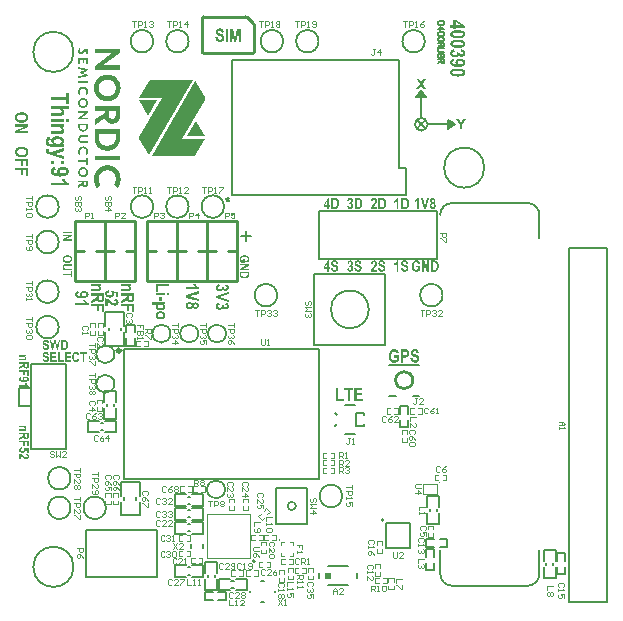
<source format=gto>
G04*
G04 #@! TF.GenerationSoftware,Altium Limited,Altium Designer,23.1.1 (15)*
G04*
G04 Layer_Color=65535*
%FSLAX25Y25*%
%MOIN*%
G70*
G04*
G04 #@! TF.SameCoordinates,57D325FE-50AA-4423-B3C5-F19BAF70027F*
G04*
G04*
G04 #@! TF.FilePolarity,Positive*
G04*
G01*
G75*
%ADD10C,0.00591*%
%ADD11C,0.00787*%
%ADD12C,0.00600*%
%ADD13C,0.00984*%
%ADD14C,0.01181*%
%ADD15C,0.01000*%
%ADD16C,0.00492*%
%ADD17C,0.00530*%
%ADD18C,0.00000*%
%ADD19C,0.00556*%
%ADD20C,0.00500*%
%ADD21C,0.00800*%
%ADD22R,0.01968X0.01968*%
G36*
X22893Y186495D02*
X22845Y186409D01*
X22819Y186362D01*
X22783Y186290D01*
X22750Y186216D01*
X22726Y186157D01*
X22698Y186080D01*
X22663Y185968D01*
X22647Y185897D01*
X22635Y185834D01*
X22626Y185766D01*
X22622Y185723D01*
X22620Y185667D01*
X22621Y185601D01*
X22624Y185556D01*
X22630Y185516D01*
X22646Y185444D01*
X22661Y185401D01*
X22679Y185362D01*
X22699Y185329D01*
X22718Y185303D01*
X22746Y185275D01*
X22773Y185253D01*
X22818Y185228D01*
X22840Y185220D01*
X22890Y185208D01*
X22919Y185205D01*
X22958Y185205D01*
X22998Y185210D01*
X23035Y185220D01*
X23055Y185228D01*
X23080Y185240D01*
X23108Y185256D01*
X23140Y185279D01*
X23176Y185310D01*
X23203Y185338D01*
X23243Y185383D01*
X23302Y185457D01*
X23350Y185523D01*
X23712Y186029D01*
X23727Y186049D01*
X23762Y186097D01*
X23793Y186137D01*
X23828Y186178D01*
X23867Y186222D01*
X23927Y186282D01*
X23970Y186319D01*
X24047Y186378D01*
X24089Y186405D01*
X24134Y186430D01*
X24186Y186455D01*
X24310Y186498D01*
X24333Y186504D01*
X24367Y186511D01*
X24428Y186520D01*
X24487Y186525D01*
X24561Y186526D01*
X24596Y186524D01*
X24646Y186520D01*
X24695Y186513D01*
X24764Y186499D01*
X24822Y186482D01*
X24866Y186465D01*
X24918Y186441D01*
X24980Y186405D01*
X25087Y186318D01*
X25103Y186302D01*
X25126Y186276D01*
X25160Y186232D01*
X25196Y186178D01*
X25234Y186106D01*
X25254Y186060D01*
X25274Y186004D01*
X25299Y185917D01*
X25314Y185841D01*
X25326Y185753D01*
X25332Y185677D01*
X25334Y185616D01*
X25333Y185549D01*
X25329Y185466D01*
X25320Y185369D01*
X25302Y185257D01*
X25284Y185169D01*
X25262Y185081D01*
X25239Y185001D01*
X25213Y184919D01*
X25171Y184808D01*
X25114Y184676D01*
X24590Y184923D01*
X24622Y184987D01*
X24637Y185019D01*
X24648Y185044D01*
X24665Y185081D01*
X24682Y185125D01*
X24699Y185168D01*
X24712Y185205D01*
X24729Y185259D01*
X24743Y185307D01*
X24753Y185349D01*
X24765Y185402D01*
X24770Y185433D01*
X24776Y185478D01*
X24779Y185511D01*
X24782Y185546D01*
X24783Y185599D01*
X24781Y185638D01*
X24776Y185693D01*
X24771Y185721D01*
X24755Y185779D01*
X24741Y185810D01*
X24726Y185834D01*
X24709Y185857D01*
X24689Y185875D01*
X24665Y185891D01*
X24640Y185903D01*
X24608Y185912D01*
X24586Y185915D01*
X24562Y185917D01*
X24533Y185916D01*
X24500Y185911D01*
X24451Y185895D01*
X24400Y185865D01*
X24355Y185826D01*
X24316Y185784D01*
X24266Y185722D01*
X24042Y185404D01*
X23813Y185079D01*
X23776Y185028D01*
X23735Y184977D01*
X23697Y184933D01*
X23663Y184896D01*
X23641Y184873D01*
X23612Y184845D01*
X23569Y184807D01*
X23524Y184772D01*
X23464Y184730D01*
X23378Y184682D01*
X23274Y184641D01*
X23240Y184630D01*
X23202Y184621D01*
X23181Y184616D01*
X23126Y184607D01*
X23087Y184602D01*
X23037Y184598D01*
X23003Y184596D01*
X22958Y184596D01*
X22923Y184596D01*
X22881Y184599D01*
X22831Y184604D01*
X22798Y184608D01*
X22746Y184617D01*
X22681Y184633D01*
X22629Y184650D01*
X22582Y184669D01*
X22524Y184696D01*
X22448Y184742D01*
X22361Y184813D01*
X22314Y184861D01*
X22293Y184886D01*
X22261Y184929D01*
X22235Y184967D01*
X22199Y185029D01*
X22175Y185078D01*
X22161Y185112D01*
X22141Y185162D01*
X22124Y185216D01*
X22105Y185289D01*
X22088Y185373D01*
X22080Y185426D01*
X22072Y185489D01*
X22066Y185573D01*
X22064Y185666D01*
X22070Y185815D01*
X22078Y185913D01*
X22093Y186009D01*
X22118Y186133D01*
X22133Y186212D01*
X22181Y186354D01*
X22207Y186425D01*
X22229Y186479D01*
X22248Y186522D01*
X22281Y186593D01*
X22310Y186649D01*
X22337Y186697D01*
X22369Y186750D01*
X22893Y186495D01*
D02*
G37*
G36*
X25267Y181482D02*
X24729Y181482D01*
Y182768D01*
X24102D01*
Y181594D01*
X23574D01*
Y182768D01*
X22669D01*
Y181460D01*
X22131D01*
X22131Y183341D01*
X25267D01*
Y181482D01*
D02*
G37*
G36*
X35975Y185113D02*
X30154Y180987D01*
X35975D01*
Y179438D01*
X27504D01*
Y180878D01*
X33313Y185004D01*
X27504D01*
X27504Y186553D01*
X35975D01*
Y185113D01*
D02*
G37*
G36*
X25269Y179671D02*
Y179249D01*
X23496Y178541D01*
X25269Y177820D01*
Y177400D01*
X22134Y176839D01*
X22134Y177417D01*
X24158Y177720D01*
X22600Y178326D01*
Y178743D01*
X24158Y179348D01*
X22134Y179655D01*
X22134Y180233D01*
X25269Y179671D01*
D02*
G37*
G36*
X25267Y174983D02*
X22131D01*
X22131Y175578D01*
X25267D01*
X25267Y174983D01*
D02*
G37*
G36*
X23784Y173821D02*
X23828Y173819D01*
X23919Y173811D01*
X23985Y173802D01*
X24059Y173790D01*
X24133Y173774D01*
X24267Y173736D01*
X24326Y173715D01*
X24391Y173690D01*
X24464Y173657D01*
X24551Y173611D01*
X24607Y173577D01*
X24684Y173525D01*
X24845Y173391D01*
X24938Y173292D01*
X24980Y173240D01*
X25013Y173196D01*
X25065Y173120D01*
X25106Y173053D01*
X25140Y172990D01*
X25169Y172930D01*
X25194Y172873D01*
X25221Y172803D01*
X25244Y172735D01*
X25260Y172683D01*
X25277Y172618D01*
X25292Y172552D01*
X25306Y172479D01*
X25320Y172379D01*
X25329Y172276D01*
X25334Y172130D01*
X25332Y172030D01*
X25326Y171941D01*
X25312Y171821D01*
X25291Y171700D01*
X25252Y171548D01*
X25210Y171420D01*
X25151Y171287D01*
X25135Y171255D01*
X25087Y171164D01*
X25049Y171101D01*
X24989Y171010D01*
X24487Y171342D01*
X24501Y171362D01*
X24536Y171416D01*
X24566Y171466D01*
X24596Y171522D01*
X24620Y171570D01*
X24645Y171626D01*
X24682Y171726D01*
X24705Y171806D01*
X24735Y171946D01*
X24746Y172070D01*
X24747Y172106D01*
X24746Y172187D01*
X24739Y172276D01*
X24730Y172345D01*
X24716Y172415D01*
X24697Y172487D01*
X24671Y172563D01*
X24636Y172644D01*
X24585Y172737D01*
X24548Y172792D01*
X24486Y172869D01*
X24396Y172959D01*
X24293Y173033D01*
X24204Y173084D01*
X24157Y173105D01*
X24097Y173129D01*
X24008Y173157D01*
X23944Y173172D01*
X23868Y173185D01*
X23810Y173191D01*
X23741Y173195D01*
X23670Y173196D01*
X23603Y173192D01*
X23516Y173183D01*
X23441Y173169D01*
X23343Y173143D01*
X23245Y173107D01*
X23174Y173073D01*
X23073Y173012D01*
X22965Y172928D01*
X22868Y172816D01*
X22808Y172728D01*
X22793Y172704D01*
X22758Y172635D01*
X22731Y172574D01*
X22710Y172515D01*
X22684Y172423D01*
X22672Y172368D01*
X22659Y172281D01*
X22653Y172210D01*
X22651Y172102D01*
X22656Y172021D01*
X22666Y171937D01*
X22696Y171792D01*
X22709Y171747D01*
X22720Y171713D01*
X22749Y171635D01*
X22776Y171574D01*
X22801Y171523D01*
X22841Y171450D01*
X22872Y171400D01*
X22911Y171342D01*
X22409Y171010D01*
X22379Y171054D01*
X22338Y171119D01*
X22274Y171233D01*
X22223Y171339D01*
X22174Y171460D01*
X22133Y171593D01*
X22123Y171633D01*
X22108Y171697D01*
X22093Y171777D01*
X22080Y171867D01*
X22069Y171980D01*
X22065Y172067D01*
X22064Y172157D01*
X22066Y172227D01*
X22071Y172305D01*
X22082Y172407D01*
X22097Y172506D01*
X22112Y172579D01*
X22139Y172683D01*
X22154Y172735D01*
X22181Y172814D01*
X22214Y172897D01*
X22255Y172983D01*
X22306Y173077D01*
X22377Y173186D01*
X22448Y173277D01*
X22502Y173338D01*
X22609Y173447D01*
X22703Y173520D01*
X22810Y173589D01*
X22862Y173619D01*
X22907Y173643D01*
X22948Y173663D01*
X23021Y173696D01*
X23116Y173731D01*
X23228Y173765D01*
X23331Y173788D01*
X23429Y173805D01*
X23496Y173813D01*
X23588Y173820D01*
X23652Y173822D01*
X23723Y173823D01*
X23784Y173821D01*
D02*
G37*
G36*
X137989Y170306D02*
X134811D01*
X136400Y172491D01*
X137989Y170306D01*
D02*
G37*
G36*
X31888Y177882D02*
X32097Y177872D01*
X32249Y177860D01*
X32472Y177832D01*
X32633Y177806D01*
X32798Y177774D01*
X32883Y177755D01*
X33064Y177708D01*
X33255Y177650D01*
X33355Y177616D01*
X33576Y177530D01*
X33697Y177478D01*
X33827Y177416D01*
X33979Y177336D01*
X34155Y177234D01*
X34385Y177082D01*
X34594Y176919D01*
X34820Y176728D01*
X34995Y176554D01*
X35142Y176387D01*
X35323Y176151D01*
X35452Y175963D01*
X35550Y175802D01*
X35632Y175655D01*
X35702Y175516D01*
X35816Y175260D01*
X35903Y175028D01*
X35971Y174809D01*
X36026Y174598D01*
X36070Y174396D01*
X36103Y174198D01*
X36127Y174011D01*
X36144Y173821D01*
X36154Y173643D01*
X36157Y173455D01*
X36151Y173223D01*
X36136Y172987D01*
X36115Y172798D01*
X36101Y172698D01*
X36067Y172499D01*
X36022Y172291D01*
X35965Y172080D01*
X35851Y171738D01*
X35803Y171616D01*
X35748Y171491D01*
X35687Y171361D01*
X35616Y171223D01*
X35533Y171075D01*
X35433Y170916D01*
X35308Y170734D01*
X35126Y170503D01*
X34942Y170300D01*
X34760Y170125D01*
X34595Y169982D01*
X34342Y169790D01*
X34085Y169625D01*
X33907Y169526D01*
X33753Y169449D01*
X33621Y169389D01*
X33499Y169338D01*
X33381Y169293D01*
X33275Y169256D01*
X33078Y169195D01*
X32981Y169169D01*
X32798Y169125D01*
X32712Y169107D01*
X32546Y169077D01*
X32383Y169054D01*
X32234Y169037D01*
X32158Y169031D01*
X32012Y169021D01*
X31873Y169016D01*
X31740Y169014D01*
X31591Y169016D01*
X31452Y169022D01*
X31307Y169032D01*
X31156Y169047D01*
X31000Y169067D01*
X30839Y169093D01*
X30753Y169110D01*
X30582Y169148D01*
X30492Y169171D01*
X30395Y169197D01*
X30299Y169226D01*
X30198Y169258D01*
X30092Y169296D01*
X29981Y169338D01*
X29859Y169389D01*
X29726Y169449D01*
X29579Y169523D01*
X29406Y169618D01*
X29286Y169687D01*
X29183Y169759D01*
X29010Y169879D01*
X28861Y169993D01*
X28695Y170141D01*
X28537Y170298D01*
X28418Y170428D01*
X28282Y170585D01*
X28160Y170750D01*
X28035Y170932D01*
X27937Y171093D01*
X27854Y171240D01*
X27784Y171380D01*
X27723Y171509D01*
X27669Y171635D01*
X27579Y171874D01*
X27542Y171987D01*
X27508Y172100D01*
X27479Y172209D01*
X27452Y172319D01*
X27428Y172423D01*
X27390Y172626D01*
X27375Y172726D01*
X27350Y172921D01*
X27341Y173016D01*
X27329Y173208D01*
X27323Y173387D01*
X27323Y173455D01*
X27326Y173643D01*
X27330Y173732D01*
X27343Y173909D01*
X27363Y174098D01*
X27376Y174191D01*
X27390Y174283D01*
X27408Y174382D01*
X27427Y174480D01*
X27448Y174577D01*
X27473Y174680D01*
X27501Y174782D01*
X27568Y175002D01*
X27607Y175112D01*
X27651Y175228D01*
X27701Y175348D01*
X27757Y175473D01*
X27823Y175607D01*
X27900Y175750D01*
X27989Y175900D01*
X28102Y176074D01*
X28257Y176284D01*
X28370Y176427D01*
X28556Y176623D01*
X28697Y176765D01*
X28826Y176875D01*
X28947Y176974D01*
X29091Y177079D01*
X29199Y177154D01*
X29406Y177283D01*
X29714Y177446D01*
X29846Y177506D01*
X29968Y177557D01*
X30185Y177637D01*
X30381Y177698D01*
X30561Y177746D01*
X30731Y177784D01*
X30978Y177828D01*
X31209Y177857D01*
X31360Y177871D01*
X31568Y177882D01*
X31740Y177884D01*
X31888Y177882D01*
D02*
G37*
G36*
X23754Y170046D02*
X23859Y170040D01*
X24000Y170023D01*
X24122Y169999D01*
X24225Y169971D01*
X24297Y169947D01*
X24423Y169896D01*
X24528Y169844D01*
X24593Y169806D01*
X24678Y169749D01*
X24760Y169688D01*
X24875Y169585D01*
X24937Y169519D01*
X24985Y169462D01*
X25027Y169403D01*
X25073Y169335D01*
X25109Y169276D01*
X25139Y169221D01*
X25208Y169075D01*
X25240Y168989D01*
X25276Y168868D01*
X25294Y168792D01*
X25308Y168719D01*
X25323Y168613D01*
X25329Y168543D01*
X25333Y168444D01*
Y168371D01*
X25331Y168305D01*
X25322Y168199D01*
X25313Y168127D01*
X25300Y168054D01*
X25284Y167976D01*
X25263Y167898D01*
X25236Y167815D01*
X25183Y167680D01*
X25134Y167581D01*
X25103Y167526D01*
X25066Y167467D01*
X25020Y167400D01*
X24952Y167315D01*
X24911Y167266D01*
X24857Y167211D01*
X24753Y167118D01*
X24695Y167075D01*
X24634Y167032D01*
X24567Y166990D01*
X24501Y166953D01*
X24398Y166903D01*
X24309Y166868D01*
X24232Y166842D01*
X24161Y166822D01*
X24093Y166805D01*
X24030Y166793D01*
X23912Y166775D01*
X23803Y166766D01*
X23670Y166764D01*
X23485Y166775D01*
X23334Y166799D01*
X23271Y166813D01*
X23166Y166842D01*
X23089Y166868D01*
X23003Y166902D01*
X22899Y166952D01*
X22835Y166987D01*
X22753Y167039D01*
X22685Y167090D01*
X22612Y167145D01*
X22540Y167213D01*
X22466Y167289D01*
X22374Y167406D01*
X22328Y167474D01*
X22291Y167533D01*
X22235Y167639D01*
X22193Y167734D01*
X22159Y167822D01*
X22133Y167906D01*
X22112Y167987D01*
X22089Y168101D01*
X22078Y168175D01*
X22068Y168280D01*
X22065Y168349D01*
X22067Y168510D01*
X22072Y168575D01*
X22079Y168645D01*
X22096Y168750D01*
X22121Y168863D01*
X22142Y168940D01*
X22187Y169066D01*
X22226Y169156D01*
X22279Y169259D01*
X22313Y169316D01*
X22355Y169381D01*
X22413Y169458D01*
X22470Y169530D01*
X22535Y169594D01*
X22594Y169651D01*
X22680Y169722D01*
X22755Y169773D01*
X22831Y169821D01*
X22947Y169883D01*
X23041Y169924D01*
X23121Y169954D01*
X23194Y169977D01*
X23294Y170003D01*
X23387Y170021D01*
X23475Y170034D01*
X23687Y170046D01*
X23754Y170046D01*
D02*
G37*
G36*
X45435Y164086D02*
X42451Y169253D01*
X48420Y169256D01*
X45435Y164086D01*
D02*
G37*
G36*
X25267Y165029D02*
X23112Y163501D01*
X25267D01*
Y162928D01*
X22131D01*
Y163461D01*
X24281Y164989D01*
X22131Y164989D01*
Y165562D01*
X25267D01*
Y165029D01*
D02*
G37*
G36*
X35975Y164216D02*
X35973Y164092D01*
X35966Y163945D01*
X35954Y163811D01*
X35928Y163616D01*
X35904Y163490D01*
X35869Y163337D01*
X35842Y163240D01*
X35787Y163075D01*
X35718Y162903D01*
X35648Y162757D01*
X35580Y162636D01*
X35527Y162550D01*
X35461Y162455D01*
X35371Y162339D01*
X35310Y162267D01*
X35212Y162165D01*
X35105Y162073D01*
X35015Y161992D01*
X34852Y161878D01*
X34700Y161787D01*
X34583Y161728D01*
X34484Y161685D01*
X34390Y161648D01*
X34305Y161618D01*
X34223Y161593D01*
X34106Y161562D01*
X33995Y161537D01*
X33890Y161519D01*
X33822Y161509D01*
X33683Y161493D01*
X33577Y161486D01*
X33483Y161482D01*
X33372Y161482D01*
X33271Y161485D01*
X33103Y161497D01*
X32960Y161515D01*
X32818Y161540D01*
X32706Y161566D01*
X32625Y161587D01*
X32544Y161612D01*
X32457Y161642D01*
X32317Y161698D01*
X32211Y161747D01*
X32086Y161815D01*
X32010Y161860D01*
X31909Y161928D01*
X31794Y162016D01*
X31683Y162109D01*
X31614Y162171D01*
X31508Y162293D01*
X31407Y162420D01*
X31334Y162524D01*
X31254Y162654D01*
X31209Y162735D01*
X31152Y162850D01*
X31106Y162957D01*
X31056Y163091D01*
X31024Y163187D01*
X30997Y163283D01*
X30972Y163381D01*
X30953Y163466D01*
X27504Y160961D01*
Y162909D01*
X30881Y165209D01*
Y165790D01*
X27504D01*
X27504Y167339D01*
X35975D01*
Y164216D01*
D02*
G37*
G36*
X147591Y161300D02*
X145406Y159711D01*
Y162889D01*
X147591Y161300D01*
D02*
G37*
G36*
X25277Y160506D02*
X25275Y160414D01*
X25269Y160326D01*
X25257Y160218D01*
X25247Y160154D01*
X25234Y160085D01*
X25216Y160005D01*
X25194Y159927D01*
X25172Y159860D01*
X25154Y159813D01*
X25103Y159695D01*
X25063Y159619D01*
X25032Y159565D01*
X24972Y159475D01*
X24915Y159401D01*
X24877Y159356D01*
X24814Y159291D01*
X24704Y159184D01*
X24598Y159119D01*
X24472Y159046D01*
X24407Y159015D01*
X24324Y158981D01*
X24249Y158956D01*
X24180Y158935D01*
X24096Y158915D01*
X24033Y158903D01*
X23916Y158887D01*
X23838Y158880D01*
X23729Y158876D01*
X23654Y158877D01*
X23563Y158881D01*
X23485Y158889D01*
X23390Y158902D01*
X23327Y158914D01*
X23198Y158947D01*
X23078Y158988D01*
X22993Y159024D01*
X22927Y159056D01*
X22844Y159103D01*
X22788Y159140D01*
X22636Y159256D01*
X22520Y159381D01*
X22412Y159524D01*
X22318Y159688D01*
X22266Y159808D01*
X22218Y159947D01*
X22189Y160059D01*
X22169Y160164D01*
X22160Y160220D01*
X22147Y160350D01*
X22141Y160506D01*
Y161510D01*
X25277D01*
Y160506D01*
D02*
G37*
G36*
X64301Y157390D02*
X58345D01*
X61344Y162558D01*
X64301Y157390D01*
D02*
G37*
G36*
X25276Y157078D02*
X23413D01*
X23396Y157077D01*
X23284Y157070D01*
X23190Y157053D01*
X23110Y157030D01*
X23032Y156998D01*
X22964Y156961D01*
X22906Y156920D01*
X22850Y156869D01*
X22771Y156768D01*
X22735Y156702D01*
X22704Y156623D01*
X22682Y156530D01*
X22674Y156473D01*
X22670Y156407D01*
X22673Y156321D01*
X22679Y156263D01*
X22697Y156180D01*
X22723Y156105D01*
X22758Y156033D01*
X22791Y155980D01*
X22883Y155879D01*
X22949Y155829D01*
X23019Y155788D01*
X23106Y155751D01*
X23181Y155729D01*
X23256Y155714D01*
X23355Y155704D01*
X23413Y155703D01*
X25276D01*
Y155098D01*
X23378D01*
X23305Y155099D01*
X23222Y155104D01*
X23142Y155113D01*
X23039Y155130D01*
X22936Y155154D01*
X22867Y155175D01*
X22784Y155206D01*
X22693Y155248D01*
X22602Y155300D01*
X22531Y155349D01*
X22454Y155413D01*
X22334Y155544D01*
X22291Y155604D01*
X22251Y155668D01*
X22215Y155737D01*
X22193Y155784D01*
X22159Y155871D01*
X22130Y155968D01*
X22112Y156043D01*
X22096Y156135D01*
X22087Y156214D01*
X22081Y156296D01*
X22079Y156381D01*
X22082Y156499D01*
X22088Y156581D01*
X22100Y156669D01*
X22115Y156747D01*
X22133Y156823D01*
X22158Y156903D01*
X22190Y156987D01*
X22235Y157082D01*
X22281Y157160D01*
X22372Y157282D01*
X22506Y157411D01*
X22608Y157484D01*
X22665Y157517D01*
X22731Y157551D01*
X22806Y157583D01*
X22902Y157616D01*
X22985Y157639D01*
X23111Y157663D01*
X23204Y157674D01*
X23286Y157680D01*
X23378Y157682D01*
X25276D01*
Y157078D01*
D02*
G37*
G36*
X35974Y156788D02*
X35967Y156607D01*
X35955Y156429D01*
X35938Y156253D01*
X35915Y156080D01*
X35873Y155841D01*
X35833Y155654D01*
X35803Y155532D01*
X35786Y155472D01*
X35751Y155353D01*
X35713Y155236D01*
X35668Y155107D01*
X35619Y154982D01*
X35567Y154858D01*
X35473Y154660D01*
X35399Y154520D01*
X35357Y154446D01*
X35314Y154374D01*
X35212Y154215D01*
X35153Y154130D01*
X35083Y154037D01*
X34999Y153931D01*
X34894Y153809D01*
X34726Y153633D01*
X34582Y153494D01*
X34446Y153387D01*
X34291Y153266D01*
X34142Y153168D01*
X34008Y153086D01*
X33800Y152972D01*
X33626Y152889D01*
X33471Y152824D01*
X33330Y152771D01*
X33134Y152707D01*
X33013Y152673D01*
X32841Y152630D01*
X32672Y152596D01*
X32507Y152568D01*
X32353Y152547D01*
X32248Y152536D01*
X32090Y152524D01*
X31982Y152518D01*
X31842Y152513D01*
X31685Y152513D01*
X31544Y152516D01*
X31398Y152523D01*
X31291Y152531D01*
X31134Y152546D01*
X30980Y152567D01*
X30822Y152593D01*
X30653Y152627D01*
X30597Y152640D01*
X30481Y152669D01*
X30359Y152703D01*
X30169Y152764D01*
X30034Y152814D01*
X29884Y152876D01*
X29721Y152952D01*
X29626Y152999D01*
X29404Y153126D01*
X29251Y153226D01*
X29090Y153343D01*
X28940Y153467D01*
X28780Y153600D01*
X28610Y153781D01*
X28526Y153877D01*
X28358Y154089D01*
X28236Y154264D01*
X28135Y154424D01*
X28055Y154567D01*
X27983Y154708D01*
X27921Y154840D01*
X27865Y154969D01*
X27816Y155095D01*
X27771Y155223D01*
X27713Y155406D01*
X27663Y155586D01*
X27620Y155771D01*
X27595Y155896D01*
X27573Y156023D01*
X27524Y156436D01*
X27507Y156735D01*
X27504Y156917D01*
Y159628D01*
X35975D01*
X35974Y156788D01*
D02*
G37*
G36*
X23794Y153906D02*
X23838Y153903D01*
X23929Y153896D01*
X23995Y153887D01*
X24069Y153874D01*
X24143Y153858D01*
X24277Y153821D01*
X24336Y153800D01*
X24401Y153774D01*
X24474Y153741D01*
X24561Y153695D01*
X24617Y153662D01*
X24694Y153610D01*
X24855Y153476D01*
X24948Y153377D01*
X24990Y153325D01*
X25023Y153281D01*
X25075Y153204D01*
X25116Y153137D01*
X25150Y153075D01*
X25179Y153014D01*
X25204Y152957D01*
X25231Y152888D01*
X25254Y152819D01*
X25269Y152768D01*
X25287Y152703D01*
X25302Y152637D01*
X25315Y152563D01*
X25330Y152463D01*
X25339Y152361D01*
X25344Y152215D01*
X25342Y152115D01*
X25336Y152026D01*
X25322Y151906D01*
X25301Y151785D01*
X25262Y151633D01*
X25220Y151505D01*
X25161Y151372D01*
X25145Y151339D01*
X25097Y151249D01*
X25059Y151185D01*
X24999Y151095D01*
X24497Y151426D01*
X24511Y151447D01*
X24546Y151501D01*
X24576Y151550D01*
X24606Y151606D01*
X24630Y151655D01*
X24655Y151711D01*
X24692Y151811D01*
X24715Y151891D01*
X24745Y152031D01*
X24755Y152155D01*
X24757Y152191D01*
X24756Y152272D01*
X24749Y152360D01*
X24740Y152429D01*
X24726Y152500D01*
X24707Y152571D01*
X24681Y152648D01*
X24646Y152729D01*
X24595Y152821D01*
X24558Y152877D01*
X24496Y152954D01*
X24406Y153044D01*
X24303Y153118D01*
X24214Y153169D01*
X24167Y153190D01*
X24107Y153214D01*
X24018Y153242D01*
X23954Y153257D01*
X23878Y153270D01*
X23820Y153276D01*
X23751Y153280D01*
X23680Y153280D01*
X23613Y153277D01*
X23526Y153268D01*
X23451Y153254D01*
X23352Y153228D01*
X23255Y153192D01*
X23184Y153158D01*
X23083Y153096D01*
X22975Y153013D01*
X22878Y152901D01*
X22818Y152813D01*
X22803Y152788D01*
X22768Y152720D01*
X22741Y152659D01*
X22720Y152600D01*
X22694Y152508D01*
X22682Y152453D01*
X22669Y152366D01*
X22663Y152295D01*
X22661Y152187D01*
X22666Y152106D01*
X22676Y152022D01*
X22706Y151876D01*
X22719Y151832D01*
X22730Y151798D01*
X22759Y151720D01*
X22786Y151659D01*
X22811Y151608D01*
X22851Y151535D01*
X22882Y151484D01*
X22921Y151426D01*
X22419Y151095D01*
X22389Y151139D01*
X22348Y151204D01*
X22284Y151318D01*
X22233Y151424D01*
X22184Y151544D01*
X22143Y151678D01*
X22132Y151717D01*
X22118Y151782D01*
X22103Y151861D01*
X22090Y151951D01*
X22079Y152065D01*
X22075Y152152D01*
X22074Y152241D01*
X22076Y152312D01*
X22081Y152390D01*
X22092Y152491D01*
X22107Y152591D01*
X22122Y152663D01*
X22148Y152768D01*
X22164Y152819D01*
X22191Y152899D01*
X22224Y152981D01*
X22265Y153068D01*
X22316Y153161D01*
X22387Y153271D01*
X22458Y153362D01*
X22512Y153423D01*
X22619Y153531D01*
X22713Y153604D01*
X22820Y153674D01*
X22872Y153704D01*
X22917Y153728D01*
X22958Y153748D01*
X23031Y153780D01*
X23126Y153816D01*
X23238Y153849D01*
X23341Y153873D01*
X23439Y153889D01*
X23506Y153897D01*
X23598Y153904D01*
X23662Y153907D01*
X23733Y153907D01*
X23794Y153906D01*
D02*
G37*
G36*
X46259Y175969D02*
X60181Y175969D01*
X45715Y150907D01*
X42450Y156452D01*
X42417Y156512D01*
X42398Y156551D01*
X42380Y156591D01*
X42362Y156638D01*
X42346Y156690D01*
X42338Y156728D01*
X42334Y156753D01*
X42332Y156785D01*
X42335Y156836D01*
X42341Y156865D01*
X42355Y156913D01*
X42376Y156961D01*
X42393Y157000D01*
X42407Y157028D01*
X49963Y170147D01*
X42424Y170143D01*
X45600Y175579D01*
X45674Y175695D01*
X45735Y175761D01*
X45807Y175819D01*
X45892Y175880D01*
X45997Y175923D01*
X46087Y175947D01*
X46192Y175970D01*
X46259Y175969D01*
D02*
G37*
G36*
X61083Y175649D02*
X61162Y175580D01*
X61228Y175514D01*
X61284Y175451D01*
X61356Y175354D01*
X61424Y175242D01*
X64173Y170513D01*
X64217Y170426D01*
X64255Y170350D01*
X64280Y170287D01*
X64317Y170181D01*
X64336Y170109D01*
X64353Y170021D01*
X64360Y169967D01*
X64365Y169899D01*
X64364Y169816D01*
X64356Y169740D01*
X64342Y169658D01*
X64312Y169551D01*
X64287Y169479D01*
X64239Y169371D01*
X64181Y169260D01*
X56800Y156500D01*
X64325D01*
X64290Y156397D01*
X64245Y156293D01*
X64214Y156231D01*
X61410Y151392D01*
X61363Y151312D01*
X61276Y151193D01*
X61190Y151096D01*
X61015Y150941D01*
X60867Y150846D01*
X60694Y150766D01*
X60548Y150719D01*
X60421Y150693D01*
X60306Y150678D01*
X60190Y150675D01*
X46610D01*
X61045Y175678D01*
X61083Y175649D01*
D02*
G37*
G36*
X35975Y149309D02*
X27504D01*
Y150870D01*
X35975Y150870D01*
Y149309D01*
D02*
G37*
G36*
X25277Y150160D02*
Y147876D01*
X24739D01*
Y148731D01*
X22141D01*
Y149304D01*
X24739D01*
Y150160D01*
X25277Y150160D01*
D02*
G37*
G36*
X23766Y146994D02*
X23871Y146988D01*
X24012Y146971D01*
X24134Y146947D01*
X24236Y146919D01*
X24308Y146896D01*
X24435Y146844D01*
X24539Y146792D01*
X24604Y146754D01*
X24690Y146698D01*
X24772Y146636D01*
X24886Y146533D01*
X24949Y146467D01*
X24997Y146410D01*
X25038Y146351D01*
X25084Y146284D01*
X25121Y146224D01*
X25151Y146170D01*
X25219Y146024D01*
X25251Y145938D01*
X25288Y145817D01*
X25306Y145740D01*
X25320Y145667D01*
X25334Y145561D01*
X25341Y145491D01*
X25345Y145392D01*
X25345Y145319D01*
X25343Y145253D01*
X25334Y145147D01*
X25325Y145075D01*
X25312Y145002D01*
X25295Y144925D01*
X25275Y144847D01*
X25248Y144763D01*
X25194Y144629D01*
X25145Y144529D01*
X25114Y144475D01*
X25078Y144416D01*
X25031Y144348D01*
X24964Y144263D01*
X24923Y144215D01*
X24868Y144160D01*
X24765Y144066D01*
X24706Y144023D01*
X24646Y143981D01*
X24579Y143938D01*
X24513Y143901D01*
X24409Y143852D01*
X24321Y143816D01*
X24244Y143790D01*
X24173Y143770D01*
X24105Y143754D01*
X24041Y143741D01*
X23924Y143724D01*
X23814Y143715D01*
X23682Y143712D01*
X23497Y143724D01*
X23345Y143747D01*
X23282Y143761D01*
X23177Y143790D01*
X23101Y143816D01*
X23014Y143851D01*
X22911Y143900D01*
X22847Y143936D01*
X22764Y143988D01*
X22696Y144039D01*
X22624Y144094D01*
X22552Y144161D01*
X22478Y144238D01*
X22386Y144354D01*
X22340Y144422D01*
X22303Y144481D01*
X22246Y144587D01*
X22204Y144682D01*
X22171Y144771D01*
X22144Y144854D01*
X22124Y144935D01*
X22101Y145049D01*
X22090Y145123D01*
X22080Y145229D01*
X22077Y145297D01*
X22079Y145458D01*
X22083Y145524D01*
X22091Y145593D01*
X22107Y145699D01*
X22132Y145811D01*
X22154Y145889D01*
X22198Y146014D01*
X22238Y146105D01*
X22291Y146207D01*
X22325Y146265D01*
X22367Y146329D01*
X22424Y146406D01*
X22482Y146478D01*
X22546Y146542D01*
X22605Y146599D01*
X22692Y146671D01*
X22766Y146722D01*
X22842Y146770D01*
X22959Y146831D01*
X23052Y146873D01*
X23133Y146902D01*
X23205Y146925D01*
X23306Y146951D01*
X23399Y146969D01*
X23486Y146982D01*
X23699Y146995D01*
X23766Y146994D01*
D02*
G37*
G36*
X25277Y141383D02*
X25272Y141270D01*
X25266Y141208D01*
X25253Y141126D01*
X25219Y140997D01*
X25181Y140897D01*
X25139Y140814D01*
X25071Y140711D01*
X25030Y140661D01*
X24932Y140563D01*
X24861Y140517D01*
X24784Y140473D01*
X24726Y140446D01*
X24660Y140422D01*
X24531Y140389D01*
X24467Y140379D01*
X24366Y140371D01*
X24301Y140371D01*
X24239Y140374D01*
X24174Y140381D01*
X24108Y140392D01*
X24037Y140410D01*
X23941Y140443D01*
X23883Y140469D01*
X23809Y140511D01*
X23705Y140588D01*
X23622Y140672D01*
X23571Y140739D01*
X23520Y140821D01*
X23465Y140941D01*
X23434Y141037D01*
X23418Y141105D01*
X22141Y140178D01*
Y140899D01*
X23391Y141750D01*
Y141965D01*
X23897D01*
Y141965D01*
X23391D01*
Y141965D01*
X22141Y141965D01*
Y142538D01*
X25277D01*
X25277Y141383D01*
D02*
G37*
G36*
X31915Y147635D02*
X32056Y147628D01*
X32211Y147617D01*
X32394Y147598D01*
X32513Y147582D01*
X32712Y147548D01*
X32842Y147521D01*
X33054Y147469D01*
X33274Y147403D01*
X33354Y147376D01*
X33519Y147314D01*
X33610Y147277D01*
X33705Y147235D01*
X33806Y147188D01*
X33916Y147133D01*
X34042Y147064D01*
X34194Y146973D01*
X34401Y146833D01*
X34637Y146651D01*
X34830Y146473D01*
X34994Y146297D01*
X35086Y146204D01*
X35201Y146063D01*
X35291Y145945D01*
X35365Y145840D01*
X35432Y145738D01*
X35489Y145645D01*
X35588Y145472D01*
X35633Y145387D01*
X35711Y145224D01*
X35778Y145070D01*
X35838Y144919D01*
X35890Y144772D01*
X35936Y144628D01*
X35976Y144489D01*
X36028Y144275D01*
X36069Y144072D01*
X36101Y143871D01*
X36126Y143666D01*
X36144Y143458D01*
X36151Y143317D01*
X36157Y143119D01*
X36156Y142973D01*
X36149Y142748D01*
X36136Y142552D01*
X36114Y142344D01*
X36090Y142170D01*
X36056Y141974D01*
X36002Y141729D01*
X35937Y141491D01*
X35847Y141214D01*
X35763Y140997D01*
X35665Y140788D01*
X35622Y140701D01*
X35550Y140563D01*
X35464Y140409D01*
X35388Y140284D01*
X35299Y140147D01*
X35225Y140038D01*
X33870Y140933D01*
X33889Y140961D01*
X34004Y141137D01*
X34085Y141274D01*
X34169Y141429D01*
X34257Y141612D01*
X34327Y141780D01*
X34378Y141919D01*
X34438Y142111D01*
X34478Y142263D01*
X34506Y142390D01*
X34529Y142525D01*
X34549Y142685D01*
X34564Y142837D01*
X34569Y142948D01*
X34571Y143040D01*
X34571Y143124D01*
X34567Y143266D01*
X34560Y143362D01*
X34551Y143457D01*
X34533Y143597D01*
X34518Y143689D01*
X34498Y143789D01*
X34463Y143936D01*
X34418Y144087D01*
X34383Y144188D01*
X34342Y144296D01*
X34268Y144460D01*
X34206Y144579D01*
X34130Y144709D01*
X34026Y144862D01*
X33956Y144954D01*
X33854Y145073D01*
X33766Y145165D01*
X33642Y145282D01*
X33485Y145411D01*
X33353Y145498D01*
X33177Y145602D01*
X33043Y145669D01*
X32925Y145721D01*
X32768Y145780D01*
X32673Y145811D01*
X32534Y145849D01*
X32405Y145878D01*
X32240Y145907D01*
X32084Y145926D01*
X31924Y145938D01*
X31698Y145943D01*
X31480Y145934D01*
X31283Y145913D01*
X31084Y145880D01*
X30914Y145841D01*
X30729Y145786D01*
X30571Y145728D01*
X30389Y145647D01*
X30242Y145568D01*
X30041Y145440D01*
X29840Y145284D01*
X29715Y145169D01*
X29606Y145053D01*
X29500Y144923D01*
X29433Y144834D01*
X29380Y144756D01*
X29334Y144684D01*
X29259Y144553D01*
X29198Y144432D01*
X29126Y144267D01*
X29069Y144108D01*
X29022Y143953D01*
X28986Y143807D01*
X28949Y143611D01*
X28921Y143376D01*
X28909Y143134D01*
X28909Y142989D01*
X28922Y142762D01*
X28944Y142562D01*
X28972Y142400D01*
X29010Y142232D01*
X29058Y142054D01*
X29088Y141959D01*
X29142Y141808D01*
X29190Y141687D01*
X29305Y141440D01*
X29432Y141210D01*
X29532Y141049D01*
X29610Y140933D01*
X28255Y140038D01*
X28083Y140299D01*
X27951Y140525D01*
X27846Y140724D01*
X27741Y140949D01*
X27651Y141173D01*
X27570Y141399D01*
X27514Y141593D01*
X27484Y141704D01*
X27443Y141881D01*
X27408Y142061D01*
X27382Y142222D01*
X27360Y142394D01*
X27349Y142502D01*
X27336Y142652D01*
X27329Y142794D01*
X27323Y143020D01*
X27324Y143199D01*
X27332Y143388D01*
X27341Y143528D01*
X27353Y143666D01*
X27369Y143803D01*
X27388Y143938D01*
X27417Y144105D01*
X27443Y144236D01*
X27484Y144411D01*
X27521Y144552D01*
X27563Y144690D01*
X27610Y144832D01*
X27665Y144979D01*
X27726Y145128D01*
X27760Y145205D01*
X27835Y145362D01*
X27876Y145442D01*
X28030Y145709D01*
X28092Y145806D01*
X28165Y145912D01*
X28354Y146158D01*
X28501Y146324D01*
X28700Y146526D01*
X28854Y146663D01*
X29034Y146804D01*
X29177Y146903D01*
X29344Y147009D01*
X29485Y147091D01*
X29606Y147155D01*
X29819Y147255D01*
X30006Y147332D01*
X30172Y147392D01*
X30329Y147441D01*
X30475Y147482D01*
X30681Y147530D01*
X30878Y147567D01*
X31071Y147596D01*
X31253Y147616D01*
X31377Y147625D01*
X31557Y147634D01*
X31740Y147637D01*
X31915Y147635D01*
D02*
G37*
G36*
X11313Y89471D02*
X11353Y89468D01*
X11397Y89460D01*
X11448Y89453D01*
X11507Y89442D01*
X11565Y89427D01*
X11624Y89413D01*
X11686Y89391D01*
X11748Y89365D01*
X11810Y89336D01*
X11869Y89299D01*
X11928Y89263D01*
X11979Y89215D01*
X11982Y89211D01*
X11990Y89204D01*
X12004Y89189D01*
X12023Y89168D01*
X12041Y89142D01*
X12063Y89109D01*
X12089Y89069D01*
X12114Y89025D01*
X12140Y88977D01*
X12165Y88922D01*
X12191Y88860D01*
X12213Y88794D01*
X12231Y88721D01*
X12246Y88644D01*
X12257Y88564D01*
X12264Y88476D01*
X11715Y88446D01*
Y88450D01*
Y88458D01*
X11712Y88472D01*
X11708Y88490D01*
X11704Y88512D01*
X11697Y88534D01*
X11682Y88593D01*
X11660Y88652D01*
X11635Y88714D01*
X11598Y88769D01*
X11580Y88794D01*
X11558Y88816D01*
X11551Y88820D01*
X11536Y88835D01*
X11507Y88849D01*
X11470Y88871D01*
X11423Y88889D01*
X11364Y88908D01*
X11294Y88919D01*
X11218Y88922D01*
X11181D01*
X11141Y88919D01*
X11093Y88911D01*
X11038Y88900D01*
X10980Y88882D01*
X10928Y88860D01*
X10877Y88831D01*
X10874Y88827D01*
X10859Y88816D01*
X10841Y88794D01*
X10819Y88769D01*
X10797Y88736D01*
X10778Y88695D01*
X10764Y88652D01*
X10760Y88604D01*
Y88597D01*
Y88582D01*
X10767Y88556D01*
X10775Y88523D01*
X10786Y88490D01*
X10804Y88450D01*
X10830Y88414D01*
X10866Y88377D01*
X10874Y88373D01*
X10888Y88362D01*
X10903Y88351D01*
X10921Y88344D01*
X10943Y88329D01*
X10969Y88318D01*
X11002Y88304D01*
X11034Y88289D01*
X11078Y88271D01*
X11122Y88253D01*
X11174Y88234D01*
X11232Y88216D01*
X11294Y88198D01*
X11364Y88176D01*
X11368D01*
X11382Y88172D01*
X11404Y88165D01*
X11430Y88154D01*
X11466Y88143D01*
X11503Y88132D01*
X11547Y88117D01*
X11594Y88099D01*
X11690Y88062D01*
X11789Y88018D01*
X11884Y87971D01*
X11924Y87949D01*
X11960Y87923D01*
X11964D01*
X11968Y87916D01*
X11990Y87901D01*
X12023Y87872D01*
X12063Y87832D01*
X12111Y87784D01*
X12155Y87726D01*
X12198Y87656D01*
X12239Y87583D01*
Y87579D01*
X12242Y87572D01*
X12250Y87561D01*
X12253Y87546D01*
X12261Y87524D01*
X12272Y87502D01*
X12279Y87473D01*
X12290Y87440D01*
X12304Y87367D01*
X12323Y87283D01*
X12334Y87184D01*
X12337Y87078D01*
Y87074D01*
Y87059D01*
Y87037D01*
X12334Y87005D01*
X12330Y86968D01*
X12323Y86924D01*
X12315Y86876D01*
X12304Y86825D01*
X12290Y86770D01*
X12272Y86712D01*
X12250Y86650D01*
X12224Y86591D01*
X12195Y86529D01*
X12158Y86470D01*
X12118Y86408D01*
X12070Y86353D01*
X12067Y86349D01*
X12059Y86342D01*
X12041Y86327D01*
X12019Y86309D01*
X11993Y86287D01*
X11957Y86261D01*
X11917Y86236D01*
X11869Y86210D01*
X11814Y86181D01*
X11752Y86155D01*
X11686Y86130D01*
X11609Y86108D01*
X11529Y86089D01*
X11441Y86075D01*
X11346Y86067D01*
X11243Y86064D01*
X11218D01*
X11199Y86067D01*
X11177D01*
X11152Y86071D01*
X11119Y86075D01*
X11086Y86082D01*
X11009Y86097D01*
X10921Y86122D01*
X10830Y86159D01*
X10731Y86207D01*
X10683Y86236D01*
X10632Y86265D01*
X10584Y86302D01*
X10537Y86342D01*
X10489Y86386D01*
X10442Y86434D01*
X10398Y86485D01*
X10357Y86543D01*
X10317Y86606D01*
X10281Y86671D01*
X10248Y86745D01*
X10218Y86825D01*
X10189Y86909D01*
X10167Y86997D01*
X10152Y87096D01*
X10138Y87199D01*
X10668Y87261D01*
Y87253D01*
X10672Y87235D01*
X10679Y87202D01*
X10690Y87162D01*
X10705Y87114D01*
X10723Y87059D01*
X10745Y87005D01*
X10775Y86946D01*
X10811Y86884D01*
X10852Y86829D01*
X10899Y86774D01*
X10954Y86726D01*
X11016Y86686D01*
X11089Y86653D01*
X11170Y86635D01*
X11214Y86631D01*
X11258Y86628D01*
X11283D01*
X11298Y86631D01*
X11320D01*
X11346Y86635D01*
X11400Y86642D01*
X11463Y86660D01*
X11529Y86682D01*
X11591Y86712D01*
X11649Y86756D01*
X11657Y86763D01*
X11671Y86778D01*
X11693Y86807D01*
X11723Y86843D01*
X11748Y86891D01*
X11770Y86946D01*
X11785Y87005D01*
X11792Y87074D01*
Y87078D01*
Y87092D01*
X11789Y87114D01*
X11785Y87140D01*
X11770Y87202D01*
X11759Y87235D01*
X11741Y87264D01*
X11737Y87268D01*
X11730Y87279D01*
X11719Y87294D01*
X11704Y87312D01*
X11682Y87330D01*
X11653Y87356D01*
X11624Y87374D01*
X11587Y87396D01*
X11584Y87400D01*
X11565Y87407D01*
X11554Y87411D01*
X11536Y87418D01*
X11514Y87425D01*
X11488Y87436D01*
X11459Y87447D01*
X11426Y87458D01*
X11386Y87473D01*
X11342Y87488D01*
X11291Y87506D01*
X11232Y87524D01*
X11170Y87542D01*
X11100Y87564D01*
X11097D01*
X11086Y87568D01*
X11067Y87576D01*
X11042Y87583D01*
X11012Y87594D01*
X10980Y87605D01*
X10906Y87634D01*
X10822Y87667D01*
X10734Y87707D01*
X10657Y87751D01*
X10621Y87773D01*
X10588Y87795D01*
X10581Y87802D01*
X10562Y87817D01*
X10533Y87846D01*
X10497Y87883D01*
X10456Y87931D01*
X10412Y87985D01*
X10372Y88048D01*
X10332Y88121D01*
Y88125D01*
X10328Y88132D01*
X10324Y88143D01*
X10317Y88157D01*
X10310Y88176D01*
X10302Y88198D01*
X10284Y88249D01*
X10266Y88315D01*
X10251Y88388D01*
X10240Y88468D01*
X10237Y88553D01*
Y88556D01*
Y88564D01*
Y88578D01*
X10240Y88597D01*
Y88622D01*
X10244Y88648D01*
X10251Y88714D01*
X10266Y88787D01*
X10288Y88871D01*
X10317Y88952D01*
X10357Y89036D01*
Y89039D01*
X10365Y89047D01*
X10372Y89058D01*
X10379Y89072D01*
X10409Y89109D01*
X10445Y89157D01*
X10497Y89211D01*
X10555Y89263D01*
X10621Y89318D01*
X10698Y89362D01*
X10701D01*
X10709Y89365D01*
X10720Y89372D01*
X10738Y89380D01*
X10756Y89387D01*
X10782Y89398D01*
X10811Y89409D01*
X10844Y89420D01*
X10884Y89427D01*
X10925Y89438D01*
X11016Y89457D01*
X11119Y89471D01*
X11232Y89475D01*
X11280D01*
X11313Y89471D01*
D02*
G37*
G36*
X15423Y86119D02*
X14841D01*
X14303Y88586D01*
X13765Y86119D01*
X13172D01*
X12531Y89420D01*
X13091D01*
X13494Y87147D01*
X13988Y89420D01*
X14640D01*
X15112Y87111D01*
X15525Y89420D01*
X16078D01*
X15423Y86119D01*
D02*
G37*
G36*
X17450Y89416D02*
X17483D01*
X17524Y89413D01*
X17568Y89409D01*
X17659Y89398D01*
X17754Y89384D01*
X17842Y89362D01*
X17886Y89347D01*
X17923Y89332D01*
X17926D01*
X17930Y89329D01*
X17941Y89325D01*
X17956Y89318D01*
X17992Y89296D01*
X18040Y89266D01*
X18095Y89226D01*
X18153Y89175D01*
X18215Y89116D01*
X18278Y89047D01*
X18281Y89043D01*
X18285Y89039D01*
X18292Y89025D01*
X18303Y89010D01*
X18318Y88992D01*
X18336Y88966D01*
X18351Y88941D01*
X18373Y88908D01*
X18391Y88871D01*
X18413Y88835D01*
X18457Y88743D01*
X18497Y88640D01*
X18534Y88527D01*
Y88523D01*
X18538Y88512D01*
X18541Y88494D01*
X18549Y88468D01*
X18556Y88439D01*
X18563Y88403D01*
X18574Y88359D01*
X18581Y88307D01*
X18589Y88253D01*
X18600Y88194D01*
X18607Y88128D01*
X18614Y88059D01*
X18622Y87982D01*
X18625Y87905D01*
X18629Y87821D01*
Y87733D01*
Y87729D01*
Y87714D01*
Y87693D01*
Y87660D01*
X18625Y87623D01*
Y87579D01*
X18622Y87532D01*
X18618Y87480D01*
X18611Y87422D01*
X18603Y87363D01*
X18589Y87239D01*
X18563Y87111D01*
X18530Y86986D01*
Y86983D01*
X18527Y86972D01*
X18519Y86957D01*
X18512Y86935D01*
X18505Y86909D01*
X18494Y86876D01*
X18464Y86807D01*
X18428Y86726D01*
X18387Y86642D01*
X18340Y86562D01*
X18285Y86488D01*
Y86485D01*
X18278Y86481D01*
X18259Y86459D01*
X18226Y86426D01*
X18182Y86386D01*
X18131Y86342D01*
X18069Y86294D01*
X18000Y86251D01*
X17923Y86210D01*
X17919D01*
X17912Y86207D01*
X17901Y86203D01*
X17886Y86196D01*
X17864Y86188D01*
X17838Y86181D01*
X17809Y86174D01*
X17776Y86166D01*
X17740Y86155D01*
X17699Y86148D01*
X17608Y86133D01*
X17502Y86122D01*
X17385Y86119D01*
X16360D01*
Y89420D01*
X17417D01*
X17450Y89416D01*
D02*
G37*
G36*
X11313Y85400D02*
X11353Y85396D01*
X11397Y85389D01*
X11448Y85382D01*
X11507Y85371D01*
X11565Y85356D01*
X11624Y85341D01*
X11686Y85319D01*
X11748Y85294D01*
X11810Y85264D01*
X11869Y85228D01*
X11928Y85191D01*
X11979Y85144D01*
X11982Y85140D01*
X11990Y85133D01*
X12004Y85118D01*
X12023Y85096D01*
X12041Y85071D01*
X12063Y85038D01*
X12089Y84997D01*
X12114Y84953D01*
X12140Y84906D01*
X12165Y84851D01*
X12191Y84789D01*
X12213Y84723D01*
X12231Y84650D01*
X12246Y84573D01*
X12257Y84492D01*
X12264Y84404D01*
X11715Y84375D01*
Y84379D01*
Y84386D01*
X11712Y84401D01*
X11708Y84419D01*
X11704Y84441D01*
X11697Y84463D01*
X11682Y84522D01*
X11660Y84580D01*
X11635Y84642D01*
X11598Y84697D01*
X11580Y84723D01*
X11558Y84745D01*
X11551Y84749D01*
X11536Y84763D01*
X11507Y84778D01*
X11470Y84800D01*
X11423Y84818D01*
X11364Y84836D01*
X11294Y84847D01*
X11218Y84851D01*
X11181D01*
X11141Y84847D01*
X11093Y84840D01*
X11038Y84829D01*
X10980Y84811D01*
X10928Y84789D01*
X10877Y84759D01*
X10874Y84756D01*
X10859Y84745D01*
X10841Y84723D01*
X10819Y84697D01*
X10797Y84664D01*
X10778Y84624D01*
X10764Y84580D01*
X10760Y84532D01*
Y84525D01*
Y84511D01*
X10767Y84485D01*
X10775Y84452D01*
X10786Y84419D01*
X10804Y84379D01*
X10830Y84342D01*
X10866Y84306D01*
X10874Y84302D01*
X10888Y84291D01*
X10903Y84280D01*
X10921Y84273D01*
X10943Y84258D01*
X10969Y84247D01*
X11002Y84232D01*
X11034Y84218D01*
X11078Y84200D01*
X11122Y84181D01*
X11174Y84163D01*
X11232Y84145D01*
X11294Y84126D01*
X11364Y84104D01*
X11368D01*
X11382Y84101D01*
X11404Y84093D01*
X11430Y84082D01*
X11466Y84071D01*
X11503Y84060D01*
X11547Y84046D01*
X11594Y84027D01*
X11690Y83991D01*
X11789Y83947D01*
X11884Y83899D01*
X11924Y83877D01*
X11960Y83852D01*
X11964D01*
X11968Y83844D01*
X11990Y83830D01*
X12023Y83801D01*
X12063Y83760D01*
X12111Y83713D01*
X12155Y83654D01*
X12198Y83585D01*
X12239Y83511D01*
Y83508D01*
X12242Y83500D01*
X12250Y83489D01*
X12253Y83475D01*
X12261Y83453D01*
X12272Y83431D01*
X12279Y83402D01*
X12290Y83369D01*
X12304Y83296D01*
X12323Y83211D01*
X12334Y83113D01*
X12337Y83006D01*
Y83003D01*
Y82988D01*
Y82966D01*
X12334Y82933D01*
X12330Y82897D01*
X12323Y82853D01*
X12315Y82805D01*
X12304Y82754D01*
X12290Y82699D01*
X12272Y82640D01*
X12250Y82578D01*
X12224Y82520D01*
X12195Y82457D01*
X12158Y82399D01*
X12118Y82336D01*
X12070Y82282D01*
X12067Y82278D01*
X12059Y82271D01*
X12041Y82256D01*
X12019Y82238D01*
X11993Y82216D01*
X11957Y82190D01*
X11917Y82165D01*
X11869Y82139D01*
X11814Y82110D01*
X11752Y82084D01*
X11686Y82058D01*
X11609Y82036D01*
X11529Y82018D01*
X11441Y82003D01*
X11346Y81996D01*
X11243Y81993D01*
X11218D01*
X11199Y81996D01*
X11177D01*
X11152Y82000D01*
X11119Y82003D01*
X11086Y82011D01*
X11009Y82025D01*
X10921Y82051D01*
X10830Y82088D01*
X10731Y82135D01*
X10683Y82165D01*
X10632Y82194D01*
X10584Y82230D01*
X10537Y82271D01*
X10489Y82315D01*
X10442Y82362D01*
X10398Y82413D01*
X10357Y82472D01*
X10317Y82534D01*
X10281Y82600D01*
X10248Y82673D01*
X10218Y82754D01*
X10189Y82838D01*
X10167Y82926D01*
X10152Y83025D01*
X10138Y83127D01*
X10668Y83189D01*
Y83182D01*
X10672Y83164D01*
X10679Y83131D01*
X10690Y83091D01*
X10705Y83043D01*
X10723Y82988D01*
X10745Y82933D01*
X10775Y82875D01*
X10811Y82812D01*
X10852Y82757D01*
X10899Y82702D01*
X10954Y82655D01*
X11016Y82615D01*
X11089Y82582D01*
X11170Y82564D01*
X11214Y82560D01*
X11258Y82556D01*
X11283D01*
X11298Y82560D01*
X11320D01*
X11346Y82564D01*
X11400Y82571D01*
X11463Y82589D01*
X11529Y82611D01*
X11591Y82640D01*
X11649Y82684D01*
X11657Y82692D01*
X11671Y82706D01*
X11693Y82736D01*
X11723Y82772D01*
X11748Y82820D01*
X11770Y82875D01*
X11785Y82933D01*
X11792Y83003D01*
Y83006D01*
Y83021D01*
X11789Y83043D01*
X11785Y83069D01*
X11770Y83131D01*
X11759Y83164D01*
X11741Y83193D01*
X11737Y83197D01*
X11730Y83208D01*
X11719Y83222D01*
X11704Y83240D01*
X11682Y83259D01*
X11653Y83284D01*
X11624Y83303D01*
X11587Y83325D01*
X11584Y83328D01*
X11565Y83336D01*
X11554Y83339D01*
X11536Y83347D01*
X11514Y83354D01*
X11488Y83365D01*
X11459Y83376D01*
X11426Y83387D01*
X11386Y83402D01*
X11342Y83416D01*
X11291Y83434D01*
X11232Y83453D01*
X11170Y83471D01*
X11100Y83493D01*
X11097D01*
X11086Y83497D01*
X11067Y83504D01*
X11042Y83511D01*
X11012Y83522D01*
X10980Y83533D01*
X10906Y83563D01*
X10822Y83596D01*
X10734Y83636D01*
X10657Y83680D01*
X10621Y83702D01*
X10588Y83724D01*
X10581Y83731D01*
X10562Y83746D01*
X10533Y83775D01*
X10497Y83811D01*
X10456Y83859D01*
X10412Y83914D01*
X10372Y83976D01*
X10332Y84049D01*
Y84053D01*
X10328Y84060D01*
X10324Y84071D01*
X10317Y84086D01*
X10310Y84104D01*
X10302Y84126D01*
X10284Y84178D01*
X10266Y84243D01*
X10251Y84317D01*
X10240Y84397D01*
X10237Y84481D01*
Y84485D01*
Y84492D01*
Y84507D01*
X10240Y84525D01*
Y84551D01*
X10244Y84576D01*
X10251Y84642D01*
X10266Y84715D01*
X10288Y84800D01*
X10317Y84880D01*
X10357Y84964D01*
Y84968D01*
X10365Y84975D01*
X10372Y84986D01*
X10379Y85001D01*
X10409Y85038D01*
X10445Y85085D01*
X10497Y85140D01*
X10555Y85191D01*
X10621Y85246D01*
X10698Y85290D01*
X10701D01*
X10709Y85294D01*
X10720Y85301D01*
X10738Y85308D01*
X10756Y85316D01*
X10782Y85327D01*
X10811Y85338D01*
X10844Y85349D01*
X10884Y85356D01*
X10925Y85367D01*
X11016Y85385D01*
X11119Y85400D01*
X11232Y85404D01*
X11280D01*
X11313Y85400D01*
D02*
G37*
G36*
X21367D02*
X21400D01*
X21436Y85393D01*
X21484Y85389D01*
X21535Y85378D01*
X21590Y85363D01*
X21648Y85349D01*
X21707Y85327D01*
X21773Y85301D01*
X21835Y85272D01*
X21901Y85235D01*
X21963Y85195D01*
X22026Y85147D01*
X22084Y85093D01*
X22088Y85089D01*
X22095Y85081D01*
X22106Y85071D01*
X22121Y85052D01*
X22139Y85027D01*
X22157Y85001D01*
X22183Y84964D01*
X22208Y84928D01*
X22234Y84884D01*
X22260Y84836D01*
X22285Y84781D01*
X22311Y84723D01*
X22340Y84657D01*
X22362Y84591D01*
X22384Y84514D01*
X22406Y84437D01*
X21864Y84280D01*
Y84284D01*
X21861Y84291D01*
X21857Y84306D01*
X21854Y84324D01*
X21846Y84346D01*
X21839Y84372D01*
X21817Y84430D01*
X21791Y84496D01*
X21755Y84566D01*
X21711Y84631D01*
X21656Y84690D01*
X21648Y84697D01*
X21630Y84712D01*
X21597Y84734D01*
X21553Y84763D01*
X21498Y84789D01*
X21440Y84811D01*
X21370Y84825D01*
X21294Y84833D01*
X21264D01*
X21242Y84829D01*
X21217Y84825D01*
X21187Y84818D01*
X21122Y84800D01*
X21081Y84785D01*
X21041Y84767D01*
X21001Y84749D01*
X20960Y84723D01*
X20920Y84690D01*
X20880Y84657D01*
X20840Y84617D01*
X20803Y84569D01*
X20799Y84566D01*
X20796Y84558D01*
X20785Y84540D01*
X20774Y84518D01*
X20759Y84492D01*
X20744Y84456D01*
X20726Y84412D01*
X20711Y84364D01*
X20693Y84309D01*
X20675Y84243D01*
X20660Y84174D01*
X20646Y84097D01*
X20635Y84013D01*
X20624Y83918D01*
X20620Y83819D01*
X20616Y83709D01*
Y83702D01*
Y83683D01*
Y83650D01*
X20620Y83607D01*
X20624Y83555D01*
X20627Y83497D01*
X20631Y83434D01*
X20638Y83365D01*
X20660Y83219D01*
X20693Y83072D01*
X20715Y83003D01*
X20741Y82937D01*
X20766Y82878D01*
X20799Y82823D01*
X20803Y82820D01*
X20807Y82812D01*
X20818Y82798D01*
X20832Y82783D01*
X20851Y82765D01*
X20873Y82743D01*
X20898Y82717D01*
X20928Y82695D01*
X20997Y82644D01*
X21078Y82604D01*
X21125Y82589D01*
X21173Y82574D01*
X21224Y82567D01*
X21279Y82564D01*
X21301D01*
X21315Y82567D01*
X21356Y82571D01*
X21407Y82585D01*
X21465Y82604D01*
X21528Y82633D01*
X21590Y82673D01*
X21619Y82699D01*
X21648Y82728D01*
X21652Y82732D01*
X21656Y82736D01*
X21663Y82746D01*
X21674Y82761D01*
X21689Y82779D01*
X21703Y82801D01*
X21718Y82827D01*
X21736Y82860D01*
X21755Y82893D01*
X21773Y82933D01*
X21795Y82977D01*
X21813Y83025D01*
X21832Y83076D01*
X21850Y83134D01*
X21864Y83197D01*
X21879Y83262D01*
X22410Y83058D01*
Y83050D01*
X22402Y83032D01*
X22395Y83006D01*
X22384Y82966D01*
X22373Y82922D01*
X22355Y82867D01*
X22337Y82809D01*
X22311Y82746D01*
X22256Y82615D01*
X22183Y82479D01*
X22143Y82417D01*
X22099Y82355D01*
X22047Y82296D01*
X21996Y82245D01*
X21993Y82241D01*
X21982Y82234D01*
X21967Y82223D01*
X21945Y82205D01*
X21916Y82187D01*
X21883Y82165D01*
X21843Y82143D01*
X21799Y82121D01*
X21751Y82095D01*
X21696Y82073D01*
X21637Y82051D01*
X21575Y82033D01*
X21509Y82014D01*
X21436Y82003D01*
X21363Y81996D01*
X21286Y81993D01*
X21264D01*
X21235Y81996D01*
X21198Y82000D01*
X21154Y82003D01*
X21103Y82014D01*
X21045Y82025D01*
X20982Y82044D01*
X20917Y82066D01*
X20847Y82091D01*
X20774Y82124D01*
X20704Y82165D01*
X20631Y82212D01*
X20561Y82263D01*
X20492Y82326D01*
X20430Y82399D01*
X20426Y82406D01*
X20415Y82421D01*
X20397Y82446D01*
X20371Y82483D01*
X20342Y82530D01*
X20309Y82589D01*
X20276Y82655D01*
X20243Y82732D01*
X20207Y82820D01*
X20174Y82915D01*
X20141Y83021D01*
X20111Y83131D01*
X20089Y83255D01*
X20067Y83383D01*
X20056Y83522D01*
X20053Y83669D01*
Y83672D01*
Y83680D01*
Y83691D01*
Y83705D01*
Y83727D01*
X20056Y83749D01*
X20060Y83808D01*
X20064Y83877D01*
X20075Y83962D01*
X20086Y84049D01*
X20100Y84148D01*
X20122Y84254D01*
X20144Y84360D01*
X20177Y84470D01*
X20214Y84580D01*
X20258Y84690D01*
X20309Y84792D01*
X20368Y84895D01*
X20433Y84986D01*
X20437Y84990D01*
X20448Y85005D01*
X20466Y85027D01*
X20492Y85052D01*
X20528Y85081D01*
X20569Y85118D01*
X20613Y85155D01*
X20668Y85195D01*
X20730Y85235D01*
X20796Y85272D01*
X20869Y85308D01*
X20949Y85338D01*
X21034Y85367D01*
X21125Y85385D01*
X21220Y85400D01*
X21323Y85404D01*
X21345D01*
X21367Y85400D01*
D02*
G37*
G36*
X24836Y84789D02*
X24035D01*
Y82047D01*
X23490D01*
Y84789D01*
X22684D01*
Y85349D01*
X24836D01*
Y84789D01*
D02*
G37*
G36*
X19636D02*
X18175D01*
Y84057D01*
X19533D01*
Y83500D01*
X18175D01*
Y82607D01*
X19687D01*
Y82047D01*
X17630D01*
Y85349D01*
X19636D01*
Y84789D01*
D02*
G37*
G36*
X15873Y82607D02*
X17231D01*
Y82047D01*
X15328D01*
Y85323D01*
X15873D01*
Y82607D01*
D02*
G37*
G36*
X14804Y84789D02*
X13344D01*
Y84057D01*
X14702D01*
Y83500D01*
X13344D01*
Y82607D01*
X14855D01*
Y82047D01*
X12799D01*
Y85349D01*
X14804D01*
Y84789D01*
D02*
G37*
G36*
X29556Y107359D02*
X29094D01*
X29099Y107349D01*
X29113Y107344D01*
X29133Y107329D01*
X29182Y107295D01*
X29240Y107247D01*
X29303Y107193D01*
X29371Y107130D01*
X29434Y107057D01*
X29493Y106979D01*
Y106975D01*
X29497Y106970D01*
X29512Y106941D01*
X29536Y106897D01*
X29561Y106839D01*
X29585Y106771D01*
X29609Y106688D01*
X29624Y106600D01*
X29629Y106503D01*
Y106455D01*
X29619Y106396D01*
X29609Y106328D01*
X29590Y106246D01*
X29561Y106163D01*
X29522Y106076D01*
X29468Y105998D01*
Y105993D01*
X29463Y105988D01*
X29439Y105964D01*
X29405Y105930D01*
X29361Y105881D01*
X29303Y105837D01*
X29235Y105789D01*
X29152Y105745D01*
X29065Y105711D01*
X29060D01*
X29055Y105706D01*
X29041Y105701D01*
X29021Y105696D01*
X28992Y105692D01*
X28963Y105687D01*
X28924Y105677D01*
X28885Y105667D01*
X28836Y105662D01*
X28783Y105653D01*
X28725Y105648D01*
X28662Y105643D01*
X28589Y105638D01*
X28516Y105633D01*
X28438Y105628D01*
X28350D01*
X26382D01*
Y106318D01*
X28001D01*
X28005D01*
X28020D01*
X28044D01*
X28078D01*
X28117D01*
X28161D01*
X28263Y106323D01*
X28370Y106328D01*
X28477Y106333D01*
X28530Y106338D01*
X28574Y106343D01*
X28613Y106352D01*
X28647Y106357D01*
X28657D01*
X28676Y106367D01*
X28705Y106377D01*
X28739Y106391D01*
X28783Y106411D01*
X28822Y106435D01*
X28866Y106464D01*
X28900Y106503D01*
X28905Y106508D01*
X28914Y106523D01*
X28929Y106542D01*
X28943Y106571D01*
X28958Y106610D01*
X28973Y106649D01*
X28982Y106698D01*
X28987Y106746D01*
Y106775D01*
X28982Y106809D01*
X28973Y106848D01*
X28958Y106897D01*
X28938Y106950D01*
X28909Y107004D01*
X28870Y107057D01*
X28866Y107062D01*
X28851Y107081D01*
X28827Y107106D01*
X28788Y107135D01*
X28744Y107169D01*
X28691Y107198D01*
X28632Y107232D01*
X28559Y107256D01*
X28550D01*
X28540Y107261D01*
X28521Y107266D01*
X28496Y107271D01*
X28467D01*
X28433Y107276D01*
X28394Y107281D01*
X28346Y107286D01*
X28292Y107290D01*
X28234Y107295D01*
X28166Y107300D01*
X28093Y107305D01*
X28010D01*
X27918Y107310D01*
X27821D01*
X26382D01*
Y108000D01*
X29556D01*
Y107359D01*
D02*
G37*
G36*
X24135Y105713D02*
X24188Y105709D01*
X24256Y105699D01*
X24334Y105689D01*
X24412Y105675D01*
X24587Y105636D01*
X24679Y105611D01*
X24767Y105577D01*
X24859Y105538D01*
X24947Y105495D01*
X25029Y105446D01*
X25107Y105388D01*
X25112Y105383D01*
X25126Y105373D01*
X25146Y105354D01*
X25170Y105330D01*
X25199Y105296D01*
X25233Y105257D01*
X25267Y105213D01*
X25306Y105159D01*
X25345Y105106D01*
X25379Y105043D01*
X25413Y104975D01*
X25442Y104902D01*
X25466Y104829D01*
X25491Y104746D01*
X25501Y104659D01*
X25505Y104571D01*
Y104547D01*
X25501Y104518D01*
X25496Y104479D01*
X25491Y104435D01*
X25476Y104382D01*
X25462Y104319D01*
X25442Y104255D01*
X25413Y104187D01*
X25379Y104114D01*
X25340Y104037D01*
X25287Y103964D01*
X25228Y103886D01*
X25160Y103813D01*
X25083Y103740D01*
X24990Y103672D01*
X24985Y103667D01*
X24966Y103658D01*
X24937Y103638D01*
X24893Y103619D01*
X24835Y103590D01*
X24767Y103560D01*
X24684Y103526D01*
X24587Y103492D01*
X24475Y103463D01*
X24354Y103429D01*
X24213Y103400D01*
X24062Y103371D01*
X23892Y103351D01*
X23707Y103332D01*
X23508Y103322D01*
X23294Y103317D01*
X23289D01*
X23280D01*
X23265D01*
X23241D01*
X23211D01*
X23177D01*
X23139Y103322D01*
X23100D01*
X22998Y103327D01*
X22886Y103337D01*
X22760Y103347D01*
X22623Y103361D01*
X22487Y103381D01*
X22342Y103410D01*
X22196Y103439D01*
X22055Y103473D01*
X21914Y103517D01*
X21788Y103565D01*
X21666Y103624D01*
X21559Y103687D01*
X21554Y103692D01*
X21535Y103701D01*
X21510Y103726D01*
X21476Y103755D01*
X21438Y103789D01*
X21394Y103833D01*
X21345Y103886D01*
X21297Y103944D01*
X21248Y104008D01*
X21199Y104080D01*
X21156Y104158D01*
X21117Y104246D01*
X21083Y104333D01*
X21058Y104430D01*
X21039Y104532D01*
X21034Y104639D01*
Y104678D01*
X21039Y104707D01*
X21044Y104741D01*
X21049Y104780D01*
X21068Y104877D01*
X21097Y104984D01*
X21146Y105096D01*
X21180Y105155D01*
X21214Y105208D01*
X21253Y105261D01*
X21302Y105315D01*
X21306Y105320D01*
X21316Y105325D01*
X21331Y105339D01*
X21350Y105359D01*
X21379Y105378D01*
X21413Y105402D01*
X21457Y105427D01*
X21506Y105456D01*
X21559Y105485D01*
X21622Y105514D01*
X21690Y105538D01*
X21763Y105568D01*
X21846Y105592D01*
X21933Y105616D01*
X22026Y105636D01*
X22128Y105650D01*
X22215Y104984D01*
X22210D01*
X22196Y104980D01*
X22171D01*
X22137Y104970D01*
X22103Y104965D01*
X22060Y104950D01*
X21972Y104921D01*
X21885Y104868D01*
X21841Y104839D01*
X21807Y104800D01*
X21773Y104761D01*
X21749Y104712D01*
X21734Y104659D01*
X21729Y104596D01*
Y104586D01*
X21734Y104557D01*
X21744Y104518D01*
X21758Y104464D01*
X21788Y104406D01*
X21831Y104343D01*
X21856Y104309D01*
X21890Y104280D01*
X21924Y104251D01*
X21967Y104221D01*
X21972D01*
X21977Y104217D01*
X21996Y104207D01*
X22016Y104197D01*
X22045Y104187D01*
X22084Y104173D01*
X22128Y104158D01*
X22181Y104144D01*
X22244Y104129D01*
X22317Y104110D01*
X22395Y104095D01*
X22487Y104080D01*
X22584Y104066D01*
X22696Y104051D01*
X22823Y104042D01*
X22954Y104032D01*
X22944Y104037D01*
X22925Y104056D01*
X22891Y104080D01*
X22852Y104119D01*
X22808Y104158D01*
X22764Y104212D01*
X22721Y104265D01*
X22682Y104323D01*
X22677Y104328D01*
X22667Y104353D01*
X22652Y104387D01*
X22638Y104430D01*
X22618Y104484D01*
X22604Y104542D01*
X22594Y104610D01*
X22589Y104683D01*
Y104702D01*
X22594Y104722D01*
Y104751D01*
X22599Y104785D01*
X22609Y104829D01*
X22623Y104877D01*
X22638Y104926D01*
X22657Y104980D01*
X22687Y105038D01*
X22716Y105101D01*
X22755Y105159D01*
X22798Y105223D01*
X22852Y105286D01*
X22910Y105349D01*
X22978Y105407D01*
X22983Y105412D01*
X22998Y105422D01*
X23017Y105436D01*
X23051Y105456D01*
X23090Y105480D01*
X23134Y105504D01*
X23192Y105534D01*
X23255Y105563D01*
X23323Y105592D01*
X23401Y105621D01*
X23489Y105645D01*
X23581Y105670D01*
X23683Y105689D01*
X23785Y105704D01*
X23902Y105713D01*
X24018Y105718D01*
X24028D01*
X24047D01*
X24086D01*
X24135Y105713D01*
D02*
G37*
G36*
X30766Y103291D02*
X30761Y103242D01*
Y103189D01*
X30756Y103126D01*
X30751Y103062D01*
X30737Y102926D01*
X30712Y102785D01*
X30703Y102722D01*
X30683Y102659D01*
X30664Y102601D01*
X30644Y102552D01*
Y102547D01*
X30639Y102542D01*
X30630Y102528D01*
X30620Y102508D01*
X30591Y102464D01*
X30552Y102406D01*
X30494Y102338D01*
X30421Y102270D01*
X30338Y102202D01*
X30236Y102139D01*
X30231D01*
X30222Y102134D01*
X30207Y102124D01*
X30183Y102115D01*
X30158Y102100D01*
X30124Y102085D01*
X30085Y102071D01*
X30042Y102056D01*
X29940Y102027D01*
X29818Y101998D01*
X29682Y101979D01*
X29536Y101974D01*
X29531D01*
X29512D01*
X29488D01*
X29454Y101979D01*
X29410Y101983D01*
X29356Y101988D01*
X29303Y101993D01*
X29240Y102003D01*
X29109Y102032D01*
X28973Y102076D01*
X28905Y102105D01*
X28836Y102139D01*
X28773Y102178D01*
X28710Y102222D01*
X28705Y102226D01*
X28695Y102231D01*
X28681Y102246D01*
X28662Y102265D01*
X28637Y102294D01*
X28608Y102324D01*
X28579Y102363D01*
X28545Y102401D01*
X28511Y102450D01*
X28477Y102503D01*
X28443Y102562D01*
X28414Y102625D01*
X28384Y102693D01*
X28355Y102766D01*
X28336Y102844D01*
X28316Y102926D01*
Y102921D01*
X28307Y102917D01*
X28287Y102887D01*
X28253Y102844D01*
X28205Y102790D01*
X28151Y102732D01*
X28088Y102664D01*
X28020Y102601D01*
X27947Y102542D01*
X27937Y102532D01*
X27928Y102528D01*
X27908Y102513D01*
X27884Y102498D01*
X27855Y102479D01*
X27821Y102455D01*
X27782Y102430D01*
X27738Y102401D01*
X27685Y102372D01*
X27626Y102338D01*
X27563Y102299D01*
X27490Y102260D01*
X27412Y102217D01*
X27325Y102173D01*
X27233Y102124D01*
X26382Y101687D01*
Y102557D01*
X27335Y103082D01*
X27340Y103087D01*
X27359Y103096D01*
X27383Y103106D01*
X27417Y103126D01*
X27456Y103150D01*
X27505Y103174D01*
X27607Y103237D01*
X27719Y103300D01*
X27825Y103364D01*
X27874Y103393D01*
X27918Y103422D01*
X27952Y103446D01*
X27981Y103466D01*
X27986Y103471D01*
X28001Y103485D01*
X28025Y103505D01*
X28054Y103529D01*
X28083Y103563D01*
X28112Y103597D01*
X28141Y103636D01*
X28161Y103680D01*
X28166Y103684D01*
X28171Y103699D01*
X28180Y103728D01*
X28190Y103767D01*
X28200Y103816D01*
X28205Y103879D01*
X28214Y103956D01*
Y104190D01*
X26382D01*
Y104914D01*
X30766D01*
Y103291D01*
D02*
G37*
G36*
X24402Y102681D02*
X24407Y102671D01*
X24417Y102656D01*
X24426Y102637D01*
X24436Y102608D01*
X24456Y102579D01*
X24495Y102506D01*
X24553Y102413D01*
X24621Y102316D01*
X24708Y102205D01*
X24810Y102093D01*
X24815Y102088D01*
X24825Y102078D01*
X24839Y102064D01*
X24864Y102044D01*
X24893Y102020D01*
X24927Y101991D01*
X24966Y101957D01*
X25010Y101923D01*
X25112Y101855D01*
X25233Y101782D01*
X25364Y101718D01*
X25505Y101665D01*
Y101106D01*
X21107D01*
Y101796D01*
X24276D01*
X24271Y101801D01*
X24256Y101816D01*
X24232Y101835D01*
X24203Y101864D01*
X24169Y101903D01*
X24125Y101947D01*
X24081Y101996D01*
X24033Y102054D01*
X23979Y102117D01*
X23926Y102185D01*
X23877Y102258D01*
X23824Y102336D01*
X23722Y102506D01*
X23678Y102593D01*
X23639Y102686D01*
X24402D01*
Y102681D01*
D02*
G37*
G36*
X30766Y98824D02*
X30022D01*
Y100564D01*
X28987D01*
Y99058D01*
X28243D01*
Y100564D01*
X26382D01*
Y101288D01*
X30766D01*
Y98824D01*
D02*
G37*
G36*
X39556Y107359D02*
X39094D01*
X39099Y107349D01*
X39113Y107344D01*
X39133Y107329D01*
X39182Y107295D01*
X39240Y107247D01*
X39303Y107193D01*
X39371Y107130D01*
X39434Y107057D01*
X39492Y106979D01*
Y106975D01*
X39497Y106970D01*
X39512Y106941D01*
X39536Y106897D01*
X39561Y106839D01*
X39585Y106771D01*
X39609Y106688D01*
X39624Y106600D01*
X39629Y106503D01*
Y106455D01*
X39619Y106396D01*
X39609Y106328D01*
X39590Y106246D01*
X39561Y106163D01*
X39522Y106076D01*
X39468Y105998D01*
Y105993D01*
X39463Y105988D01*
X39439Y105964D01*
X39405Y105930D01*
X39361Y105881D01*
X39303Y105837D01*
X39235Y105789D01*
X39152Y105745D01*
X39065Y105711D01*
X39060D01*
X39055Y105706D01*
X39040Y105701D01*
X39021Y105696D01*
X38992Y105692D01*
X38963Y105687D01*
X38924Y105677D01*
X38885Y105667D01*
X38836Y105662D01*
X38783Y105653D01*
X38725Y105648D01*
X38662Y105643D01*
X38589Y105638D01*
X38516Y105633D01*
X38438Y105628D01*
X38350D01*
X36382D01*
Y106318D01*
X38001D01*
X38005D01*
X38020D01*
X38044D01*
X38078D01*
X38117D01*
X38161D01*
X38263Y106323D01*
X38370Y106328D01*
X38477Y106333D01*
X38530Y106338D01*
X38574Y106343D01*
X38613Y106352D01*
X38647Y106357D01*
X38657D01*
X38676Y106367D01*
X38705Y106377D01*
X38739Y106391D01*
X38783Y106411D01*
X38822Y106435D01*
X38866Y106464D01*
X38900Y106503D01*
X38905Y106508D01*
X38914Y106523D01*
X38929Y106542D01*
X38943Y106571D01*
X38958Y106610D01*
X38972Y106649D01*
X38982Y106698D01*
X38987Y106746D01*
Y106775D01*
X38982Y106809D01*
X38972Y106848D01*
X38958Y106897D01*
X38939Y106950D01*
X38909Y107004D01*
X38870Y107057D01*
X38866Y107062D01*
X38851Y107081D01*
X38827Y107106D01*
X38788Y107135D01*
X38744Y107169D01*
X38691Y107198D01*
X38632Y107232D01*
X38559Y107256D01*
X38550D01*
X38540Y107261D01*
X38521Y107266D01*
X38496Y107271D01*
X38467D01*
X38433Y107276D01*
X38394Y107281D01*
X38346Y107286D01*
X38292Y107290D01*
X38234Y107295D01*
X38166Y107300D01*
X38093Y107305D01*
X38010D01*
X37918Y107310D01*
X37821D01*
X36382D01*
Y108000D01*
X39556D01*
Y107359D01*
D02*
G37*
G36*
X32327Y105278D02*
X32322D01*
X32312D01*
X32298Y105274D01*
X32278D01*
X32225Y105264D01*
X32162Y105249D01*
X32089Y105225D01*
X32011Y105196D01*
X31938Y105152D01*
X31870Y105104D01*
X31865Y105099D01*
X31846Y105079D01*
X31822Y105045D01*
X31792Y105006D01*
X31758Y104958D01*
X31734Y104899D01*
X31715Y104841D01*
X31710Y104773D01*
Y104763D01*
X31715Y104739D01*
X31719Y104695D01*
X31734Y104647D01*
X31763Y104588D01*
X31797Y104530D01*
X31851Y104467D01*
X31880Y104438D01*
X31919Y104409D01*
X31924D01*
X31928Y104404D01*
X31943Y104394D01*
X31958Y104384D01*
X31982Y104375D01*
X32006Y104360D01*
X32040Y104345D01*
X32079Y104331D01*
X32118Y104316D01*
X32167Y104302D01*
X32220Y104287D01*
X32278Y104277D01*
X32342Y104268D01*
X32410Y104258D01*
X32482Y104253D01*
X32560D01*
X32565D01*
X32580D01*
X32599D01*
X32628D01*
X32662Y104258D01*
X32701Y104263D01*
X32794Y104272D01*
X32891Y104292D01*
X32993Y104316D01*
X33085Y104355D01*
X33129Y104379D01*
X33168Y104409D01*
X33177Y104413D01*
X33197Y104438D01*
X33231Y104467D01*
X33270Y104511D01*
X33304Y104569D01*
X33338Y104632D01*
X33357Y104710D01*
X33367Y104792D01*
Y104822D01*
X33362Y104841D01*
X33357Y104870D01*
X33352Y104899D01*
X33328Y104972D01*
X33289Y105055D01*
X33265Y105099D01*
X33231Y105142D01*
X33197Y105191D01*
X33153Y105235D01*
X33105Y105283D01*
X33046Y105327D01*
X33143Y105886D01*
X35432Y105531D01*
Y103709D01*
X34645D01*
Y105006D01*
X33897Y105123D01*
Y105118D01*
X33902Y105113D01*
X33921Y105084D01*
X33945Y105035D01*
X33970Y104977D01*
X33999Y104904D01*
X34018Y104822D01*
X34038Y104739D01*
X34043Y104647D01*
Y104608D01*
X34038Y104574D01*
X34033Y104540D01*
X34023Y104496D01*
X34013Y104447D01*
X33999Y104399D01*
X33984Y104341D01*
X33960Y104287D01*
X33936Y104224D01*
X33902Y104165D01*
X33863Y104102D01*
X33819Y104044D01*
X33766Y103986D01*
X33707Y103927D01*
X33702Y103922D01*
X33688Y103913D01*
X33663Y103893D01*
X33629Y103869D01*
X33586Y103840D01*
X33537Y103806D01*
X33474Y103772D01*
X33406Y103738D01*
X33328Y103704D01*
X33246Y103670D01*
X33153Y103636D01*
X33051Y103607D01*
X32944Y103582D01*
X32827Y103563D01*
X32706Y103553D01*
X32580Y103548D01*
X32575D01*
X32555D01*
X32521D01*
X32482Y103553D01*
X32429Y103558D01*
X32371Y103563D01*
X32303Y103573D01*
X32230Y103587D01*
X32152Y103607D01*
X32065Y103626D01*
X31977Y103650D01*
X31885Y103684D01*
X31792Y103718D01*
X31700Y103762D01*
X31608Y103811D01*
X31515Y103869D01*
X31510Y103874D01*
X31496Y103884D01*
X31472Y103903D01*
X31442Y103927D01*
X31403Y103961D01*
X31365Y104000D01*
X31321Y104049D01*
X31277Y104102D01*
X31229Y104165D01*
X31185Y104234D01*
X31146Y104306D01*
X31112Y104389D01*
X31078Y104476D01*
X31054Y104574D01*
X31039Y104676D01*
X31034Y104783D01*
Y104826D01*
X31039Y104860D01*
X31044Y104904D01*
X31049Y104953D01*
X31058Y105001D01*
X31073Y105060D01*
X31112Y105186D01*
X31136Y105254D01*
X31165Y105322D01*
X31199Y105390D01*
X31243Y105458D01*
X31292Y105522D01*
X31345Y105585D01*
X31350Y105589D01*
X31360Y105599D01*
X31379Y105614D01*
X31403Y105633D01*
X31438Y105662D01*
X31476Y105692D01*
X31520Y105721D01*
X31574Y105755D01*
X31632Y105784D01*
X31700Y105818D01*
X31773Y105852D01*
X31855Y105881D01*
X31938Y105910D01*
X32035Y105935D01*
X32133Y105954D01*
X32239Y105969D01*
X32327Y105278D01*
D02*
G37*
G36*
X40766Y103291D02*
X40761Y103242D01*
Y103189D01*
X40756Y103126D01*
X40751Y103062D01*
X40737Y102926D01*
X40712Y102785D01*
X40703Y102722D01*
X40683Y102659D01*
X40664Y102601D01*
X40644Y102552D01*
Y102547D01*
X40639Y102542D01*
X40630Y102528D01*
X40620Y102508D01*
X40591Y102464D01*
X40552Y102406D01*
X40494Y102338D01*
X40421Y102270D01*
X40338Y102202D01*
X40236Y102139D01*
X40231D01*
X40222Y102134D01*
X40207Y102124D01*
X40183Y102115D01*
X40158Y102100D01*
X40124Y102085D01*
X40085Y102071D01*
X40042Y102056D01*
X39940Y102027D01*
X39818Y101998D01*
X39682Y101979D01*
X39536Y101974D01*
X39531D01*
X39512D01*
X39488D01*
X39454Y101979D01*
X39410Y101983D01*
X39356Y101988D01*
X39303Y101993D01*
X39240Y102003D01*
X39109Y102032D01*
X38972Y102076D01*
X38905Y102105D01*
X38836Y102139D01*
X38773Y102178D01*
X38710Y102222D01*
X38705Y102226D01*
X38695Y102231D01*
X38681Y102246D01*
X38662Y102265D01*
X38637Y102294D01*
X38608Y102324D01*
X38579Y102363D01*
X38545Y102401D01*
X38511Y102450D01*
X38477Y102503D01*
X38443Y102562D01*
X38414Y102625D01*
X38384Y102693D01*
X38355Y102766D01*
X38336Y102844D01*
X38316Y102926D01*
Y102921D01*
X38307Y102917D01*
X38287Y102887D01*
X38253Y102844D01*
X38205Y102790D01*
X38151Y102732D01*
X38088Y102664D01*
X38020Y102601D01*
X37947Y102542D01*
X37937Y102532D01*
X37928Y102528D01*
X37908Y102513D01*
X37884Y102498D01*
X37855Y102479D01*
X37821Y102455D01*
X37782Y102430D01*
X37738Y102401D01*
X37685Y102372D01*
X37626Y102338D01*
X37563Y102299D01*
X37490Y102260D01*
X37412Y102217D01*
X37325Y102173D01*
X37233Y102124D01*
X36382Y101687D01*
Y102557D01*
X37335Y103082D01*
X37339Y103087D01*
X37359Y103096D01*
X37383Y103106D01*
X37417Y103126D01*
X37456Y103150D01*
X37505Y103174D01*
X37607Y103237D01*
X37719Y103300D01*
X37826Y103364D01*
X37874Y103393D01*
X37918Y103422D01*
X37952Y103446D01*
X37981Y103466D01*
X37986Y103471D01*
X38001Y103485D01*
X38025Y103505D01*
X38054Y103529D01*
X38083Y103563D01*
X38112Y103597D01*
X38141Y103636D01*
X38161Y103680D01*
X38166Y103684D01*
X38171Y103699D01*
X38180Y103728D01*
X38190Y103767D01*
X38200Y103816D01*
X38205Y103879D01*
X38214Y103956D01*
Y104190D01*
X36382D01*
Y104914D01*
X40766D01*
Y103291D01*
D02*
G37*
G36*
X31151Y103266D02*
X31185Y103262D01*
X31224Y103257D01*
X31267Y103247D01*
X31321Y103237D01*
X31379Y103227D01*
X31506Y103198D01*
X31646Y103155D01*
X31797Y103106D01*
X31948Y103038D01*
X31953Y103033D01*
X31967Y103028D01*
X31987Y103014D01*
X32021Y102999D01*
X32060Y102975D01*
X32108Y102946D01*
X32167Y102907D01*
X32230Y102868D01*
X32298Y102819D01*
X32380Y102761D01*
X32463Y102698D01*
X32555Y102630D01*
X32657Y102547D01*
X32764Y102464D01*
X32876Y102367D01*
X32993Y102265D01*
X32998Y102260D01*
X33017Y102246D01*
X33041Y102222D01*
X33075Y102192D01*
X33119Y102154D01*
X33168Y102115D01*
X33275Y102022D01*
X33391Y101925D01*
X33508Y101833D01*
X33561Y101794D01*
X33610Y101755D01*
X33654Y101726D01*
X33693Y101701D01*
X33697D01*
X33707Y101697D01*
X33717Y101687D01*
X33736Y101677D01*
X33790Y101653D01*
X33858Y101624D01*
X33940Y101595D01*
X34033Y101570D01*
X34130Y101551D01*
X34227Y101546D01*
X34232D01*
X34242D01*
X34256D01*
X34276D01*
X34324Y101551D01*
X34388Y101561D01*
X34460Y101580D01*
X34528Y101599D01*
X34601Y101634D01*
X34660Y101677D01*
X34665Y101682D01*
X34684Y101701D01*
X34708Y101726D01*
X34738Y101765D01*
X34762Y101813D01*
X34786Y101872D01*
X34806Y101940D01*
X34810Y102013D01*
Y102032D01*
X34806Y102056D01*
X34801Y102085D01*
X34791Y102119D01*
X34776Y102158D01*
X34752Y102202D01*
X34723Y102246D01*
X34689Y102289D01*
X34645Y102333D01*
X34587Y102372D01*
X34524Y102411D01*
X34441Y102445D01*
X34354Y102474D01*
X34247Y102494D01*
X34125Y102503D01*
X34213Y103189D01*
X34222D01*
X34242Y103184D01*
X34276Y103179D01*
X34319Y103174D01*
X34378Y103164D01*
X34441Y103155D01*
X34509Y103140D01*
X34587Y103121D01*
X34742Y103072D01*
X34908Y103009D01*
X34985Y102970D01*
X35058Y102926D01*
X35126Y102873D01*
X35190Y102819D01*
X35194Y102814D01*
X35204Y102805D01*
X35219Y102785D01*
X35238Y102761D01*
X35262Y102732D01*
X35291Y102693D01*
X35316Y102649D01*
X35350Y102601D01*
X35379Y102542D01*
X35403Y102484D01*
X35432Y102416D01*
X35457Y102343D01*
X35476Y102265D01*
X35491Y102178D01*
X35500Y102090D01*
X35505Y101998D01*
Y101944D01*
X35500Y101906D01*
X35496Y101857D01*
X35486Y101804D01*
X35476Y101740D01*
X35462Y101677D01*
X35442Y101609D01*
X35413Y101541D01*
X35384Y101468D01*
X35350Y101395D01*
X35306Y101327D01*
X35258Y101259D01*
X35199Y101201D01*
X35136Y101143D01*
X35131Y101138D01*
X35121Y101128D01*
X35097Y101118D01*
X35073Y101099D01*
X35034Y101075D01*
X34995Y101050D01*
X34947Y101026D01*
X34893Y100997D01*
X34835Y100972D01*
X34767Y100948D01*
X34626Y100900D01*
X34548Y100880D01*
X34465Y100870D01*
X34383Y100861D01*
X34295Y100856D01*
X34290D01*
X34286D01*
X34271D01*
X34247D01*
X34198Y100861D01*
X34130Y100866D01*
X34047Y100875D01*
X33960Y100890D01*
X33867Y100909D01*
X33770Y100934D01*
X33766D01*
X33761Y100938D01*
X33746Y100943D01*
X33727Y100948D01*
X33678Y100963D01*
X33615Y100987D01*
X33537Y101021D01*
X33454Y101060D01*
X33362Y101104D01*
X33265Y101157D01*
X33260D01*
X33255Y101162D01*
X33241Y101172D01*
X33221Y101186D01*
X33192Y101201D01*
X33163Y101225D01*
X33129Y101250D01*
X33090Y101279D01*
X32993Y101347D01*
X32886Y101434D01*
X32755Y101541D01*
X32687Y101604D01*
X32614Y101667D01*
X32609Y101672D01*
X32599Y101682D01*
X32580Y101697D01*
X32555Y101721D01*
X32521Y101745D01*
X32487Y101774D01*
X32410Y101842D01*
X32327Y101915D01*
X32249Y101983D01*
X32176Y102042D01*
X32142Y102066D01*
X32118Y102085D01*
X32113Y102090D01*
X32098Y102100D01*
X32074Y102115D01*
X32045Y102134D01*
X32011Y102158D01*
X31972Y102183D01*
X31890Y102226D01*
Y100856D01*
X31107D01*
Y103271D01*
X31112D01*
X31126D01*
X31151Y103266D01*
D02*
G37*
G36*
X40766Y98824D02*
X40022D01*
Y100564D01*
X38987D01*
Y99058D01*
X38243D01*
Y100564D01*
X36382D01*
Y101288D01*
X40766D01*
Y98824D01*
D02*
G37*
G36*
X4752Y60362D02*
X4405D01*
X4408Y60355D01*
X4419Y60352D01*
X4434Y60341D01*
X4470Y60315D01*
X4514Y60278D01*
X4562Y60238D01*
X4613Y60190D01*
X4661Y60136D01*
X4705Y60077D01*
Y60073D01*
X4708Y60070D01*
X4719Y60048D01*
X4738Y60015D01*
X4756Y59971D01*
X4774Y59920D01*
X4792Y59857D01*
X4803Y59792D01*
X4807Y59718D01*
Y59682D01*
X4800Y59638D01*
X4792Y59587D01*
X4778Y59524D01*
X4756Y59462D01*
X4727Y59396D01*
X4686Y59338D01*
Y59334D01*
X4683Y59330D01*
X4664Y59312D01*
X4639Y59286D01*
X4606Y59250D01*
X4562Y59217D01*
X4511Y59180D01*
X4448Y59147D01*
X4383Y59122D01*
X4379D01*
X4375Y59118D01*
X4364Y59114D01*
X4350Y59111D01*
X4328Y59107D01*
X4306Y59104D01*
X4276Y59096D01*
X4247Y59089D01*
X4211Y59085D01*
X4170Y59078D01*
X4126Y59074D01*
X4079Y59071D01*
X4024Y59067D01*
X3969Y59063D01*
X3910Y59060D01*
X3844D01*
X2362D01*
Y59579D01*
X3581D01*
X3585D01*
X3596D01*
X3614D01*
X3639D01*
X3669D01*
X3702D01*
X3779Y59583D01*
X3859Y59587D01*
X3940Y59590D01*
X3980Y59594D01*
X4013Y59598D01*
X4042Y59605D01*
X4068Y59609D01*
X4075D01*
X4090Y59616D01*
X4112Y59623D01*
X4137Y59634D01*
X4170Y59649D01*
X4200Y59667D01*
X4233Y59689D01*
X4258Y59718D01*
X4262Y59722D01*
X4269Y59733D01*
X4280Y59748D01*
X4291Y59770D01*
X4302Y59799D01*
X4313Y59828D01*
X4320Y59865D01*
X4324Y59901D01*
Y59923D01*
X4320Y59949D01*
X4313Y59978D01*
X4302Y60015D01*
X4287Y60055D01*
X4265Y60095D01*
X4236Y60136D01*
X4233Y60139D01*
X4222Y60154D01*
X4203Y60172D01*
X4174Y60194D01*
X4141Y60220D01*
X4101Y60242D01*
X4057Y60267D01*
X4002Y60286D01*
X3995D01*
X3987Y60289D01*
X3973Y60293D01*
X3954Y60297D01*
X3932D01*
X3907Y60300D01*
X3878Y60304D01*
X3841Y60308D01*
X3801Y60311D01*
X3757Y60315D01*
X3705Y60319D01*
X3650Y60322D01*
X3588D01*
X3519Y60326D01*
X3446D01*
X2362D01*
Y60846D01*
X4752D01*
Y60362D01*
D02*
G37*
G36*
X5663Y57299D02*
X5660Y57262D01*
Y57222D01*
X5656Y57175D01*
X5653Y57127D01*
X5642Y57025D01*
X5623Y56919D01*
X5616Y56871D01*
X5601Y56823D01*
X5587Y56779D01*
X5572Y56743D01*
Y56739D01*
X5568Y56735D01*
X5561Y56725D01*
X5554Y56710D01*
X5532Y56677D01*
X5503Y56633D01*
X5459Y56582D01*
X5404Y56530D01*
X5341Y56479D01*
X5265Y56432D01*
X5261D01*
X5254Y56428D01*
X5243Y56421D01*
X5224Y56413D01*
X5206Y56402D01*
X5180Y56391D01*
X5151Y56380D01*
X5118Y56370D01*
X5041Y56348D01*
X4950Y56326D01*
X4847Y56311D01*
X4738Y56307D01*
X4734D01*
X4719D01*
X4701D01*
X4675Y56311D01*
X4642Y56315D01*
X4602Y56318D01*
X4562Y56322D01*
X4514Y56329D01*
X4416Y56351D01*
X4313Y56384D01*
X4262Y56406D01*
X4211Y56432D01*
X4163Y56461D01*
X4115Y56494D01*
X4112Y56498D01*
X4104Y56501D01*
X4093Y56512D01*
X4079Y56527D01*
X4061Y56549D01*
X4039Y56571D01*
X4016Y56600D01*
X3991Y56629D01*
X3965Y56666D01*
X3940Y56706D01*
X3914Y56750D01*
X3892Y56798D01*
X3870Y56849D01*
X3848Y56904D01*
X3833Y56962D01*
X3819Y57025D01*
Y57021D01*
X3812Y57017D01*
X3797Y56995D01*
X3771Y56962D01*
X3735Y56922D01*
X3694Y56878D01*
X3647Y56827D01*
X3596Y56779D01*
X3541Y56735D01*
X3533Y56728D01*
X3526Y56725D01*
X3511Y56713D01*
X3493Y56703D01*
X3471Y56688D01*
X3446Y56670D01*
X3416Y56651D01*
X3383Y56629D01*
X3343Y56607D01*
X3299Y56582D01*
X3252Y56552D01*
X3197Y56523D01*
X3138Y56490D01*
X3072Y56457D01*
X3003Y56421D01*
X2362Y56091D01*
Y56747D01*
X3080Y57142D01*
X3083Y57145D01*
X3098Y57153D01*
X3116Y57160D01*
X3142Y57175D01*
X3171Y57193D01*
X3208Y57211D01*
X3285Y57259D01*
X3369Y57306D01*
X3449Y57354D01*
X3486Y57376D01*
X3519Y57398D01*
X3544Y57416D01*
X3566Y57431D01*
X3570Y57435D01*
X3581Y57446D01*
X3599Y57460D01*
X3621Y57478D01*
X3643Y57504D01*
X3665Y57530D01*
X3687Y57559D01*
X3702Y57592D01*
X3705Y57596D01*
X3709Y57607D01*
X3716Y57629D01*
X3724Y57658D01*
X3731Y57694D01*
X3735Y57742D01*
X3742Y57801D01*
Y57976D01*
X2362D01*
Y58522D01*
X5663D01*
Y57299D01*
D02*
G37*
G36*
Y53936D02*
X5103D01*
Y55246D01*
X4324D01*
Y54111D01*
X3764D01*
Y55246D01*
X2362D01*
Y55791D01*
X5663D01*
Y53936D01*
D02*
G37*
G36*
X3281Y53072D02*
X3277D01*
X3270D01*
X3259Y53068D01*
X3244D01*
X3204Y53061D01*
X3156Y53050D01*
X3101Y53032D01*
X3043Y53010D01*
X2988Y52977D01*
X2937Y52940D01*
X2933Y52936D01*
X2919Y52922D01*
X2900Y52896D01*
X2878Y52867D01*
X2853Y52830D01*
X2834Y52786D01*
X2820Y52742D01*
X2816Y52691D01*
Y52684D01*
X2820Y52666D01*
X2823Y52633D01*
X2834Y52596D01*
X2856Y52552D01*
X2882Y52508D01*
X2922Y52461D01*
X2944Y52439D01*
X2973Y52417D01*
X2977D01*
X2981Y52413D01*
X2992Y52406D01*
X3003Y52398D01*
X3021Y52391D01*
X3039Y52380D01*
X3065Y52369D01*
X3094Y52358D01*
X3124Y52347D01*
X3160Y52336D01*
X3200Y52325D01*
X3244Y52318D01*
X3292Y52311D01*
X3343Y52303D01*
X3398Y52300D01*
X3457D01*
X3460D01*
X3471D01*
X3486D01*
X3508D01*
X3533Y52303D01*
X3563Y52307D01*
X3632Y52314D01*
X3705Y52329D01*
X3782Y52347D01*
X3852Y52376D01*
X3885Y52395D01*
X3914Y52417D01*
X3921Y52420D01*
X3936Y52439D01*
X3962Y52461D01*
X3991Y52494D01*
X4016Y52538D01*
X4042Y52585D01*
X4057Y52644D01*
X4064Y52706D01*
Y52728D01*
X4061Y52742D01*
X4057Y52764D01*
X4053Y52786D01*
X4035Y52841D01*
X4006Y52903D01*
X3987Y52936D01*
X3962Y52969D01*
X3936Y53006D01*
X3903Y53039D01*
X3867Y53075D01*
X3822Y53108D01*
X3896Y53529D01*
X5620Y53262D01*
Y51890D01*
X5027D01*
Y52867D01*
X4463Y52955D01*
Y52951D01*
X4467Y52947D01*
X4481Y52925D01*
X4500Y52889D01*
X4518Y52845D01*
X4540Y52790D01*
X4555Y52728D01*
X4569Y52666D01*
X4573Y52596D01*
Y52567D01*
X4569Y52541D01*
X4566Y52516D01*
X4558Y52483D01*
X4551Y52446D01*
X4540Y52409D01*
X4529Y52365D01*
X4511Y52325D01*
X4492Y52278D01*
X4467Y52234D01*
X4437Y52186D01*
X4405Y52142D01*
X4364Y52098D01*
X4320Y52054D01*
X4317Y52051D01*
X4306Y52043D01*
X4287Y52029D01*
X4262Y52010D01*
X4229Y51989D01*
X4192Y51963D01*
X4145Y51937D01*
X4093Y51912D01*
X4035Y51886D01*
X3973Y51860D01*
X3903Y51835D01*
X3826Y51813D01*
X3746Y51794D01*
X3658Y51780D01*
X3566Y51772D01*
X3471Y51769D01*
X3467D01*
X3453D01*
X3427D01*
X3398Y51772D01*
X3358Y51776D01*
X3314Y51780D01*
X3263Y51787D01*
X3208Y51798D01*
X3149Y51813D01*
X3083Y51827D01*
X3017Y51846D01*
X2948Y51871D01*
X2878Y51897D01*
X2809Y51930D01*
X2739Y51967D01*
X2670Y52010D01*
X2666Y52014D01*
X2655Y52021D01*
X2637Y52036D01*
X2615Y52054D01*
X2585Y52080D01*
X2556Y52109D01*
X2523Y52146D01*
X2490Y52186D01*
X2454Y52234D01*
X2421Y52285D01*
X2392Y52340D01*
X2366Y52402D01*
X2340Y52468D01*
X2322Y52541D01*
X2311Y52618D01*
X2307Y52698D01*
Y52731D01*
X2311Y52757D01*
X2315Y52790D01*
X2318Y52827D01*
X2326Y52863D01*
X2337Y52907D01*
X2366Y53002D01*
X2384Y53053D01*
X2406Y53105D01*
X2432Y53156D01*
X2465Y53207D01*
X2501Y53255D01*
X2542Y53302D01*
X2545Y53306D01*
X2552Y53313D01*
X2567Y53324D01*
X2585Y53339D01*
X2611Y53361D01*
X2640Y53383D01*
X2673Y53405D01*
X2714Y53430D01*
X2757Y53452D01*
X2809Y53478D01*
X2864Y53504D01*
X2926Y53526D01*
X2988Y53548D01*
X3061Y53566D01*
X3134Y53581D01*
X3215Y53592D01*
X3281Y53072D01*
D02*
G37*
G36*
X2395Y51557D02*
X2421Y51553D01*
X2450Y51549D01*
X2483Y51542D01*
X2523Y51535D01*
X2567Y51527D01*
X2662Y51505D01*
X2768Y51472D01*
X2882Y51436D01*
X2995Y51385D01*
X2999Y51381D01*
X3010Y51377D01*
X3025Y51366D01*
X3050Y51355D01*
X3080Y51337D01*
X3116Y51315D01*
X3160Y51286D01*
X3208Y51257D01*
X3259Y51220D01*
X3321Y51176D01*
X3383Y51128D01*
X3453Y51077D01*
X3530Y51015D01*
X3610Y50953D01*
X3694Y50880D01*
X3782Y50803D01*
X3786Y50799D01*
X3801Y50788D01*
X3819Y50770D01*
X3844Y50748D01*
X3878Y50718D01*
X3914Y50689D01*
X3995Y50620D01*
X4082Y50546D01*
X4170Y50477D01*
X4211Y50448D01*
X4247Y50418D01*
X4280Y50396D01*
X4309Y50378D01*
X4313D01*
X4320Y50374D01*
X4328Y50367D01*
X4342Y50360D01*
X4383Y50341D01*
X4434Y50319D01*
X4496Y50298D01*
X4566Y50279D01*
X4639Y50265D01*
X4712Y50261D01*
X4716D01*
X4723D01*
X4734D01*
X4749D01*
X4785Y50265D01*
X4833Y50272D01*
X4888Y50287D01*
X4939Y50301D01*
X4994Y50327D01*
X5038Y50360D01*
X5041Y50363D01*
X5056Y50378D01*
X5074Y50396D01*
X5096Y50426D01*
X5114Y50462D01*
X5133Y50506D01*
X5147Y50557D01*
X5151Y50612D01*
Y50627D01*
X5147Y50645D01*
X5144Y50667D01*
X5136Y50693D01*
X5125Y50722D01*
X5107Y50755D01*
X5085Y50788D01*
X5060Y50821D01*
X5027Y50854D01*
X4983Y50883D01*
X4935Y50912D01*
X4873Y50938D01*
X4807Y50960D01*
X4727Y50975D01*
X4635Y50982D01*
X4701Y51498D01*
X4708D01*
X4723Y51494D01*
X4749Y51491D01*
X4781Y51487D01*
X4825Y51480D01*
X4873Y51472D01*
X4924Y51461D01*
X4983Y51447D01*
X5100Y51410D01*
X5224Y51363D01*
X5283Y51333D01*
X5338Y51300D01*
X5389Y51260D01*
X5437Y51220D01*
X5440Y51216D01*
X5448Y51209D01*
X5459Y51194D01*
X5473Y51176D01*
X5491Y51154D01*
X5514Y51125D01*
X5532Y51092D01*
X5557Y51055D01*
X5579Y51011D01*
X5598Y50967D01*
X5620Y50916D01*
X5638Y50861D01*
X5653Y50803D01*
X5663Y50737D01*
X5671Y50671D01*
X5675Y50601D01*
Y50561D01*
X5671Y50532D01*
X5667Y50495D01*
X5660Y50455D01*
X5653Y50407D01*
X5642Y50360D01*
X5627Y50309D01*
X5605Y50257D01*
X5583Y50202D01*
X5557Y50147D01*
X5525Y50096D01*
X5488Y50045D01*
X5444Y50001D01*
X5396Y49957D01*
X5393Y49953D01*
X5385Y49946D01*
X5367Y49939D01*
X5349Y49924D01*
X5319Y49906D01*
X5290Y49888D01*
X5254Y49869D01*
X5213Y49847D01*
X5169Y49829D01*
X5118Y49811D01*
X5012Y49774D01*
X4953Y49760D01*
X4891Y49752D01*
X4829Y49745D01*
X4763Y49741D01*
X4760D01*
X4756D01*
X4745D01*
X4727D01*
X4690Y49745D01*
X4639Y49749D01*
X4577Y49756D01*
X4511Y49767D01*
X4441Y49782D01*
X4368Y49800D01*
X4364D01*
X4361Y49803D01*
X4350Y49807D01*
X4335Y49811D01*
X4298Y49822D01*
X4251Y49840D01*
X4192Y49866D01*
X4130Y49895D01*
X4061Y49928D01*
X3987Y49968D01*
X3984D01*
X3980Y49972D01*
X3969Y49979D01*
X3954Y49990D01*
X3932Y50001D01*
X3910Y50019D01*
X3885Y50038D01*
X3855Y50060D01*
X3782Y50111D01*
X3702Y50177D01*
X3603Y50257D01*
X3552Y50305D01*
X3497Y50352D01*
X3493Y50356D01*
X3486Y50363D01*
X3471Y50374D01*
X3453Y50393D01*
X3427Y50411D01*
X3402Y50433D01*
X3343Y50484D01*
X3281Y50539D01*
X3222Y50590D01*
X3167Y50634D01*
X3142Y50653D01*
X3124Y50667D01*
X3120Y50671D01*
X3109Y50678D01*
X3091Y50689D01*
X3069Y50704D01*
X3043Y50722D01*
X3014Y50740D01*
X2952Y50773D01*
Y49741D01*
X2362D01*
Y51560D01*
X2366D01*
X2377D01*
X2395Y51557D01*
D02*
G37*
G36*
X4752Y83929D02*
X4405D01*
X4408Y83921D01*
X4419Y83918D01*
X4434Y83907D01*
X4470Y83881D01*
X4514Y83845D01*
X4562Y83804D01*
X4613Y83757D01*
X4661Y83702D01*
X4705Y83643D01*
Y83640D01*
X4708Y83636D01*
X4719Y83614D01*
X4738Y83581D01*
X4756Y83537D01*
X4774Y83486D01*
X4792Y83424D01*
X4803Y83358D01*
X4807Y83285D01*
Y83248D01*
X4800Y83204D01*
X4792Y83153D01*
X4778Y83091D01*
X4756Y83028D01*
X4727Y82963D01*
X4686Y82904D01*
Y82900D01*
X4683Y82897D01*
X4664Y82878D01*
X4639Y82853D01*
X4606Y82816D01*
X4562Y82783D01*
X4511Y82746D01*
X4448Y82714D01*
X4383Y82688D01*
X4379D01*
X4375Y82684D01*
X4364Y82681D01*
X4350Y82677D01*
X4328Y82673D01*
X4306Y82670D01*
X4276Y82662D01*
X4247Y82655D01*
X4211Y82651D01*
X4170Y82644D01*
X4126Y82640D01*
X4079Y82637D01*
X4024Y82633D01*
X3969Y82629D01*
X3910Y82626D01*
X3844D01*
X2362D01*
Y83145D01*
X3581D01*
X3585D01*
X3596D01*
X3614D01*
X3639D01*
X3669D01*
X3702D01*
X3779Y83149D01*
X3859Y83153D01*
X3940Y83156D01*
X3980Y83160D01*
X4013Y83164D01*
X4042Y83171D01*
X4068Y83175D01*
X4075D01*
X4090Y83182D01*
X4112Y83189D01*
X4137Y83200D01*
X4170Y83215D01*
X4200Y83233D01*
X4233Y83255D01*
X4258Y83285D01*
X4262Y83288D01*
X4269Y83299D01*
X4280Y83314D01*
X4291Y83336D01*
X4302Y83365D01*
X4313Y83394D01*
X4320Y83431D01*
X4324Y83468D01*
Y83490D01*
X4320Y83515D01*
X4313Y83544D01*
X4302Y83581D01*
X4287Y83621D01*
X4265Y83662D01*
X4236Y83702D01*
X4233Y83705D01*
X4222Y83720D01*
X4203Y83738D01*
X4174Y83760D01*
X4141Y83786D01*
X4101Y83808D01*
X4057Y83834D01*
X4002Y83852D01*
X3995D01*
X3987Y83855D01*
X3973Y83859D01*
X3954Y83863D01*
X3932D01*
X3907Y83867D01*
X3878Y83870D01*
X3841Y83874D01*
X3801Y83877D01*
X3757Y83881D01*
X3705Y83885D01*
X3650Y83889D01*
X3588D01*
X3519Y83892D01*
X3446D01*
X2362D01*
Y84412D01*
X4752D01*
Y83929D01*
D02*
G37*
G36*
X5663Y80865D02*
X5660Y80829D01*
Y80788D01*
X5656Y80741D01*
X5653Y80693D01*
X5642Y80591D01*
X5623Y80485D01*
X5616Y80437D01*
X5601Y80389D01*
X5587Y80346D01*
X5572Y80309D01*
Y80305D01*
X5568Y80302D01*
X5561Y80291D01*
X5554Y80276D01*
X5532Y80243D01*
X5503Y80199D01*
X5459Y80148D01*
X5404Y80097D01*
X5341Y80045D01*
X5265Y79998D01*
X5261D01*
X5254Y79994D01*
X5243Y79987D01*
X5224Y79980D01*
X5206Y79969D01*
X5180Y79958D01*
X5151Y79947D01*
X5118Y79936D01*
X5041Y79914D01*
X4950Y79892D01*
X4847Y79877D01*
X4738Y79873D01*
X4734D01*
X4719D01*
X4701D01*
X4675Y79877D01*
X4642Y79881D01*
X4602Y79884D01*
X4562Y79888D01*
X4514Y79895D01*
X4416Y79917D01*
X4313Y79950D01*
X4262Y79972D01*
X4211Y79998D01*
X4163Y80027D01*
X4115Y80060D01*
X4112Y80064D01*
X4104Y80067D01*
X4093Y80078D01*
X4079Y80093D01*
X4061Y80115D01*
X4039Y80137D01*
X4016Y80166D01*
X3991Y80195D01*
X3965Y80232D01*
X3940Y80272D01*
X3914Y80316D01*
X3892Y80364D01*
X3870Y80415D01*
X3848Y80470D01*
X3833Y80529D01*
X3819Y80591D01*
Y80587D01*
X3812Y80584D01*
X3797Y80562D01*
X3771Y80529D01*
X3735Y80488D01*
X3694Y80444D01*
X3647Y80393D01*
X3596Y80346D01*
X3541Y80302D01*
X3533Y80294D01*
X3526Y80291D01*
X3511Y80280D01*
X3493Y80269D01*
X3471Y80254D01*
X3446Y80236D01*
X3416Y80217D01*
X3383Y80195D01*
X3343Y80174D01*
X3299Y80148D01*
X3252Y80119D01*
X3197Y80089D01*
X3138Y80056D01*
X3072Y80023D01*
X3003Y79987D01*
X2362Y79658D01*
Y80313D01*
X3080Y80708D01*
X3083Y80712D01*
X3098Y80719D01*
X3116Y80726D01*
X3142Y80741D01*
X3171Y80759D01*
X3208Y80777D01*
X3285Y80825D01*
X3369Y80873D01*
X3449Y80920D01*
X3486Y80942D01*
X3519Y80964D01*
X3544Y80982D01*
X3566Y80997D01*
X3570Y81001D01*
X3581Y81012D01*
X3599Y81026D01*
X3621Y81045D01*
X3643Y81070D01*
X3665Y81096D01*
X3687Y81125D01*
X3702Y81158D01*
X3705Y81162D01*
X3709Y81173D01*
X3716Y81195D01*
X3724Y81224D01*
X3731Y81261D01*
X3735Y81308D01*
X3742Y81367D01*
Y81542D01*
X2362D01*
Y82088D01*
X5663D01*
Y80865D01*
D02*
G37*
G36*
Y77502D02*
X5103D01*
Y78812D01*
X4324D01*
Y77677D01*
X3764D01*
Y78812D01*
X2362D01*
Y79357D01*
X5663D01*
Y77502D01*
D02*
G37*
G36*
X4642Y77202D02*
X4683Y77198D01*
X4734Y77191D01*
X4792Y77183D01*
X4851Y77172D01*
X4983Y77143D01*
X5052Y77125D01*
X5118Y77099D01*
X5188Y77070D01*
X5254Y77037D01*
X5316Y77000D01*
X5374Y76956D01*
X5378Y76953D01*
X5389Y76945D01*
X5404Y76931D01*
X5422Y76912D01*
X5444Y76887D01*
X5470Y76858D01*
X5495Y76825D01*
X5525Y76784D01*
X5554Y76744D01*
X5579Y76697D01*
X5605Y76645D01*
X5627Y76590D01*
X5645Y76535D01*
X5663Y76473D01*
X5671Y76407D01*
X5675Y76341D01*
Y76323D01*
X5671Y76301D01*
X5667Y76272D01*
X5663Y76239D01*
X5653Y76199D01*
X5642Y76151D01*
X5627Y76104D01*
X5605Y76052D01*
X5579Y75998D01*
X5550Y75939D01*
X5510Y75884D01*
X5466Y75826D01*
X5415Y75771D01*
X5356Y75716D01*
X5286Y75664D01*
X5283Y75661D01*
X5268Y75653D01*
X5246Y75639D01*
X5213Y75624D01*
X5169Y75602D01*
X5118Y75580D01*
X5056Y75555D01*
X4983Y75529D01*
X4899Y75507D01*
X4807Y75481D01*
X4701Y75459D01*
X4588Y75437D01*
X4459Y75423D01*
X4320Y75408D01*
X4170Y75401D01*
X4009Y75397D01*
X4006D01*
X3998D01*
X3987D01*
X3969D01*
X3947D01*
X3921D01*
X3892Y75401D01*
X3863D01*
X3786Y75405D01*
X3702Y75412D01*
X3607Y75419D01*
X3504Y75430D01*
X3402Y75445D01*
X3292Y75467D01*
X3182Y75489D01*
X3076Y75514D01*
X2970Y75547D01*
X2875Y75584D01*
X2783Y75628D01*
X2703Y75675D01*
X2699Y75679D01*
X2684Y75686D01*
X2666Y75705D01*
X2640Y75727D01*
X2611Y75752D01*
X2578Y75785D01*
X2542Y75826D01*
X2505Y75869D01*
X2468Y75917D01*
X2432Y75972D01*
X2399Y76030D01*
X2369Y76096D01*
X2344Y76162D01*
X2326Y76235D01*
X2311Y76312D01*
X2307Y76393D01*
Y76422D01*
X2311Y76444D01*
X2315Y76470D01*
X2318Y76499D01*
X2333Y76572D01*
X2355Y76653D01*
X2392Y76737D01*
X2417Y76781D01*
X2443Y76821D01*
X2472Y76861D01*
X2509Y76902D01*
X2512Y76905D01*
X2520Y76909D01*
X2531Y76920D01*
X2545Y76934D01*
X2567Y76949D01*
X2593Y76967D01*
X2626Y76986D01*
X2662Y77008D01*
X2703Y77030D01*
X2750Y77052D01*
X2801Y77070D01*
X2856Y77092D01*
X2919Y77110D01*
X2984Y77128D01*
X3054Y77143D01*
X3131Y77154D01*
X3197Y76653D01*
X3193D01*
X3182Y76649D01*
X3164D01*
X3138Y76642D01*
X3112Y76638D01*
X3080Y76627D01*
X3014Y76605D01*
X2948Y76565D01*
X2915Y76543D01*
X2889Y76513D01*
X2864Y76484D01*
X2845Y76448D01*
X2834Y76407D01*
X2831Y76360D01*
Y76353D01*
X2834Y76331D01*
X2842Y76301D01*
X2853Y76261D01*
X2875Y76217D01*
X2908Y76170D01*
X2926Y76144D01*
X2952Y76122D01*
X2977Y76100D01*
X3010Y76078D01*
X3014D01*
X3017Y76074D01*
X3032Y76067D01*
X3047Y76060D01*
X3069Y76052D01*
X3098Y76041D01*
X3131Y76030D01*
X3171Y76019D01*
X3219Y76008D01*
X3274Y75994D01*
X3332Y75983D01*
X3402Y75972D01*
X3475Y75961D01*
X3559Y75950D01*
X3654Y75943D01*
X3753Y75935D01*
X3746Y75939D01*
X3731Y75954D01*
X3705Y75972D01*
X3676Y76001D01*
X3643Y76030D01*
X3610Y76071D01*
X3577Y76111D01*
X3548Y76155D01*
X3544Y76158D01*
X3537Y76177D01*
X3526Y76202D01*
X3515Y76235D01*
X3500Y76276D01*
X3489Y76320D01*
X3482Y76371D01*
X3478Y76426D01*
Y76440D01*
X3482Y76455D01*
Y76477D01*
X3486Y76503D01*
X3493Y76535D01*
X3504Y76572D01*
X3515Y76609D01*
X3530Y76649D01*
X3552Y76693D01*
X3574Y76740D01*
X3603Y76784D01*
X3636Y76832D01*
X3676Y76880D01*
X3720Y76927D01*
X3771Y76971D01*
X3775Y76975D01*
X3786Y76982D01*
X3801Y76993D01*
X3826Y77008D01*
X3855Y77026D01*
X3888Y77044D01*
X3932Y77066D01*
X3980Y77088D01*
X4031Y77110D01*
X4090Y77132D01*
X4156Y77150D01*
X4225Y77169D01*
X4302Y77183D01*
X4379Y77194D01*
X4467Y77202D01*
X4555Y77205D01*
X4562D01*
X4577D01*
X4606D01*
X4642Y77202D01*
D02*
G37*
G36*
X4844Y74918D02*
X4847Y74910D01*
X4855Y74900D01*
X4862Y74885D01*
X4869Y74863D01*
X4884Y74841D01*
X4913Y74786D01*
X4957Y74717D01*
X5008Y74643D01*
X5074Y74559D01*
X5151Y74475D01*
X5155Y74471D01*
X5162Y74464D01*
X5173Y74453D01*
X5191Y74438D01*
X5213Y74420D01*
X5239Y74398D01*
X5268Y74373D01*
X5301Y74347D01*
X5378Y74296D01*
X5470Y74241D01*
X5568Y74193D01*
X5675Y74153D01*
Y73732D01*
X2362D01*
Y74252D01*
X4749D01*
X4745Y74255D01*
X4734Y74266D01*
X4716Y74281D01*
X4694Y74303D01*
X4668Y74332D01*
X4635Y74365D01*
X4602Y74402D01*
X4566Y74446D01*
X4525Y74493D01*
X4485Y74545D01*
X4448Y74599D01*
X4408Y74658D01*
X4331Y74786D01*
X4298Y74852D01*
X4269Y74922D01*
X4844D01*
Y74918D01*
D02*
G37*
G36*
X151121Y194204D02*
Y193538D01*
X147957D01*
Y193027D01*
X147108D01*
Y193538D01*
X146098D01*
Y194298D01*
X147108D01*
Y195980D01*
X147951D01*
X151121Y194204D01*
D02*
G37*
G36*
X148751Y192645D02*
X148801D01*
X148917Y192639D01*
X149050Y192628D01*
X149195Y192617D01*
X149350Y192606D01*
X149511Y192584D01*
X149678Y192561D01*
X149838Y192534D01*
X149999Y192495D01*
X150155Y192456D01*
X150299Y192406D01*
X150432Y192350D01*
X150549Y192284D01*
X150555Y192278D01*
X150571Y192267D01*
X150604Y192245D01*
X150638Y192217D01*
X150682Y192178D01*
X150732Y192134D01*
X150782Y192084D01*
X150838Y192023D01*
X150888Y191956D01*
X150937Y191884D01*
X150987Y191806D01*
X151032Y191718D01*
X151071Y191629D01*
X151098Y191529D01*
X151115Y191429D01*
X151121Y191318D01*
Y191290D01*
X151115Y191263D01*
X151110Y191218D01*
X151104Y191168D01*
X151093Y191113D01*
X151071Y191046D01*
X151048Y190974D01*
X151021Y190902D01*
X150982Y190819D01*
X150937Y190741D01*
X150882Y190658D01*
X150815Y190580D01*
X150738Y190502D01*
X150649Y190425D01*
X150549Y190352D01*
X150543Y190347D01*
X150521Y190336D01*
X150488Y190319D01*
X150438Y190291D01*
X150377Y190264D01*
X150294Y190236D01*
X150199Y190202D01*
X150088Y190164D01*
X149961Y190130D01*
X149816Y190097D01*
X149655Y190069D01*
X149472Y190036D01*
X149272Y190014D01*
X149056Y189997D01*
X148817Y189986D01*
X148562Y189980D01*
X148556D01*
X148545D01*
X148529D01*
X148501D01*
X148468D01*
X148429D01*
X148384Y189986D01*
X148335D01*
X148218Y189992D01*
X148085Y190003D01*
X147940Y190014D01*
X147785Y190025D01*
X147624Y190047D01*
X147458Y190069D01*
X147291Y190103D01*
X147130Y190136D01*
X146975Y190180D01*
X146830Y190230D01*
X146697Y190286D01*
X146581Y190352D01*
X146575Y190358D01*
X146558Y190369D01*
X146531Y190391D01*
X146492Y190419D01*
X146448Y190458D01*
X146403Y190502D01*
X146353Y190552D01*
X146298Y190613D01*
X146248Y190680D01*
X146192Y190752D01*
X146148Y190830D01*
X146103Y190919D01*
X146064Y191007D01*
X146037Y191107D01*
X146020Y191207D01*
X146015Y191318D01*
Y191346D01*
X146020Y191374D01*
X146026Y191418D01*
X146031Y191468D01*
X146042Y191523D01*
X146059Y191590D01*
X146087Y191662D01*
X146115Y191734D01*
X146153Y191812D01*
X146198Y191895D01*
X146253Y191979D01*
X146314Y192056D01*
X146392Y192134D01*
X146475Y192212D01*
X146575Y192284D01*
X146581Y192289D01*
X146603Y192300D01*
X146636Y192317D01*
X146686Y192339D01*
X146747Y192367D01*
X146830Y192400D01*
X146925Y192434D01*
X147036Y192467D01*
X147163Y192500D01*
X147308Y192534D01*
X147474Y192567D01*
X147657Y192595D01*
X147857Y192617D01*
X148074Y192633D01*
X148312Y192645D01*
X148573Y192650D01*
X148579D01*
X148590D01*
X148606D01*
X148634D01*
X148668D01*
X148706D01*
X148751Y192645D01*
D02*
G37*
G36*
Y189453D02*
X148801D01*
X148917Y189448D01*
X149050Y189437D01*
X149195Y189426D01*
X149350Y189414D01*
X149511Y189392D01*
X149678Y189370D01*
X149838Y189342D01*
X149999Y189303D01*
X150155Y189265D01*
X150299Y189215D01*
X150432Y189159D01*
X150549Y189093D01*
X150555Y189087D01*
X150571Y189076D01*
X150604Y189054D01*
X150638Y189026D01*
X150682Y188987D01*
X150732Y188943D01*
X150782Y188893D01*
X150838Y188832D01*
X150888Y188765D01*
X150937Y188693D01*
X150987Y188615D01*
X151032Y188526D01*
X151071Y188438D01*
X151098Y188338D01*
X151115Y188238D01*
X151121Y188127D01*
Y188099D01*
X151115Y188071D01*
X151110Y188027D01*
X151104Y187977D01*
X151093Y187922D01*
X151071Y187855D01*
X151048Y187783D01*
X151021Y187711D01*
X150982Y187627D01*
X150937Y187550D01*
X150882Y187466D01*
X150815Y187389D01*
X150738Y187311D01*
X150649Y187233D01*
X150549Y187161D01*
X150543Y187156D01*
X150521Y187144D01*
X150488Y187128D01*
X150438Y187100D01*
X150377Y187072D01*
X150294Y187045D01*
X150199Y187011D01*
X150088Y186972D01*
X149961Y186939D01*
X149816Y186906D01*
X149655Y186878D01*
X149472Y186845D01*
X149272Y186823D01*
X149056Y186806D01*
X148817Y186795D01*
X148562Y186789D01*
X148556D01*
X148545D01*
X148529D01*
X148501D01*
X148468D01*
X148429D01*
X148384Y186795D01*
X148335D01*
X148218Y186800D01*
X148085Y186811D01*
X147940Y186823D01*
X147785Y186834D01*
X147624Y186856D01*
X147458Y186878D01*
X147291Y186911D01*
X147130Y186945D01*
X146975Y186989D01*
X146830Y187039D01*
X146697Y187094D01*
X146581Y187161D01*
X146575Y187167D01*
X146558Y187178D01*
X146531Y187200D01*
X146492Y187228D01*
X146448Y187267D01*
X146403Y187311D01*
X146353Y187361D01*
X146298Y187422D01*
X146248Y187489D01*
X146192Y187561D01*
X146148Y187638D01*
X146103Y187727D01*
X146064Y187816D01*
X146037Y187916D01*
X146020Y188016D01*
X146015Y188127D01*
Y188155D01*
X146020Y188182D01*
X146026Y188227D01*
X146031Y188277D01*
X146042Y188332D01*
X146059Y188399D01*
X146087Y188471D01*
X146115Y188543D01*
X146153Y188621D01*
X146198Y188704D01*
X146253Y188787D01*
X146314Y188865D01*
X146392Y188943D01*
X146475Y189020D01*
X146575Y189093D01*
X146581Y189098D01*
X146603Y189109D01*
X146636Y189126D01*
X146686Y189148D01*
X146747Y189176D01*
X146830Y189209D01*
X146925Y189242D01*
X147036Y189276D01*
X147163Y189309D01*
X147308Y189342D01*
X147474Y189376D01*
X147657Y189403D01*
X147857Y189426D01*
X148074Y189442D01*
X148312Y189453D01*
X148573Y189459D01*
X148579D01*
X148590D01*
X148606D01*
X148634D01*
X148668D01*
X148706D01*
X148751Y189453D01*
D02*
G37*
G36*
X147535Y185535D02*
X147530D01*
X147519D01*
X147502Y185529D01*
X147480D01*
X147413Y185518D01*
X147336Y185502D01*
X147247Y185474D01*
X147158Y185446D01*
X147069Y185402D01*
X146991Y185346D01*
X146986Y185341D01*
X146964Y185319D01*
X146936Y185280D01*
X146903Y185235D01*
X146864Y185180D01*
X146836Y185113D01*
X146814Y185036D01*
X146808Y184958D01*
Y184947D01*
X146814Y184919D01*
X146819Y184869D01*
X146836Y184813D01*
X146864Y184752D01*
X146897Y184680D01*
X146952Y184614D01*
X147025Y184547D01*
X147036Y184541D01*
X147064Y184519D01*
X147114Y184492D01*
X147186Y184458D01*
X147274Y184431D01*
X147380Y184403D01*
X147502Y184381D01*
X147641Y184375D01*
X147646D01*
X147657D01*
X147674D01*
X147702D01*
X147768Y184381D01*
X147852Y184397D01*
X147940Y184414D01*
X148035Y184442D01*
X148129Y184481D01*
X148212Y184536D01*
X148223Y184541D01*
X148246Y184564D01*
X148279Y184597D01*
X148318Y184647D01*
X148357Y184703D01*
X148390Y184769D01*
X148412Y184847D01*
X148423Y184930D01*
Y184958D01*
X148418Y184985D01*
X148412Y185030D01*
X148407Y185080D01*
X148396Y185141D01*
X148373Y185213D01*
X148351Y185285D01*
X149134Y185202D01*
Y185152D01*
X149139Y185097D01*
X149150Y185024D01*
X149167Y184952D01*
X149195Y184869D01*
X149239Y184791D01*
X149295Y184719D01*
X149300Y184714D01*
X149328Y184691D01*
X149367Y184664D01*
X149422Y184630D01*
X149489Y184597D01*
X149572Y184569D01*
X149667Y184547D01*
X149777Y184541D01*
X149783D01*
X149789D01*
X149822D01*
X149866Y184547D01*
X149927Y184558D01*
X149994Y184575D01*
X150060Y184597D01*
X150122Y184625D01*
X150183Y184669D01*
X150188Y184675D01*
X150205Y184691D01*
X150233Y184719D01*
X150260Y184758D01*
X150283Y184802D01*
X150310Y184863D01*
X150327Y184924D01*
X150332Y184997D01*
Y185030D01*
X150321Y185069D01*
X150310Y185113D01*
X150288Y185169D01*
X150260Y185230D01*
X150216Y185291D01*
X150160Y185346D01*
X150155Y185352D01*
X150127Y185369D01*
X150088Y185391D01*
X150033Y185418D01*
X149961Y185452D01*
X149877Y185479D01*
X149777Y185502D01*
X149661Y185513D01*
X149811Y186240D01*
X149816D01*
X149838Y186234D01*
X149877Y186229D01*
X149922Y186218D01*
X149977Y186206D01*
X150044Y186190D01*
X150116Y186168D01*
X150194Y186145D01*
X150355Y186084D01*
X150516Y186007D01*
X150599Y185962D01*
X150671Y185912D01*
X150743Y185862D01*
X150804Y185801D01*
X150810Y185796D01*
X150815Y185785D01*
X150832Y185768D01*
X150854Y185740D01*
X150876Y185713D01*
X150904Y185674D01*
X150932Y185624D01*
X150965Y185574D01*
X150993Y185518D01*
X151021Y185457D01*
X151071Y185313D01*
X151093Y185235D01*
X151110Y185152D01*
X151115Y185063D01*
X151121Y184974D01*
Y184919D01*
X151115Y184880D01*
X151110Y184836D01*
X151098Y184780D01*
X151087Y184719D01*
X151071Y184652D01*
X151048Y184580D01*
X151021Y184508D01*
X150993Y184436D01*
X150954Y184358D01*
X150904Y184286D01*
X150854Y184214D01*
X150793Y184148D01*
X150721Y184081D01*
X150715Y184075D01*
X150704Y184064D01*
X150682Y184048D01*
X150649Y184031D01*
X150616Y184003D01*
X150571Y183975D01*
X150516Y183948D01*
X150460Y183914D01*
X150399Y183881D01*
X150327Y183853D01*
X150177Y183798D01*
X150094Y183781D01*
X150011Y183765D01*
X149922Y183753D01*
X149833Y183748D01*
X149827D01*
X149816D01*
X149800D01*
X149777D01*
X149716Y183753D01*
X149639Y183765D01*
X149544Y183787D01*
X149444Y183809D01*
X149339Y183848D01*
X149239Y183898D01*
X149234D01*
X149228Y183903D01*
X149195Y183925D01*
X149145Y183959D01*
X149084Y184009D01*
X149012Y184075D01*
X148939Y184153D01*
X148862Y184242D01*
X148784Y184347D01*
Y184342D01*
X148778Y184331D01*
X148773Y184314D01*
X148762Y184292D01*
X148740Y184225D01*
X148695Y184148D01*
X148640Y184059D01*
X148573Y183964D01*
X148484Y183876D01*
X148373Y183787D01*
X148368D01*
X148357Y183776D01*
X148340Y183765D01*
X148318Y183753D01*
X148284Y183737D01*
X148251Y183715D01*
X148207Y183698D01*
X148157Y183676D01*
X148046Y183637D01*
X147913Y183598D01*
X147757Y183576D01*
X147591Y183565D01*
X147585D01*
X147563D01*
X147524D01*
X147480Y183570D01*
X147419Y183576D01*
X147352Y183587D01*
X147274Y183598D01*
X147191Y183615D01*
X147108Y183637D01*
X147014Y183665D01*
X146919Y183698D01*
X146825Y183737D01*
X146730Y183787D01*
X146636Y183842D01*
X146547Y183903D01*
X146459Y183975D01*
X146453Y183981D01*
X146442Y183992D01*
X146420Y184014D01*
X146392Y184048D01*
X146353Y184086D01*
X146320Y184136D01*
X146275Y184192D01*
X146237Y184253D01*
X146198Y184319D01*
X146153Y184392D01*
X146120Y184475D01*
X146087Y184558D01*
X146053Y184647D01*
X146031Y184741D01*
X146020Y184841D01*
X146015Y184947D01*
Y184997D01*
X146020Y185036D01*
X146026Y185085D01*
X146037Y185141D01*
X146048Y185196D01*
X146064Y185263D01*
X146109Y185407D01*
X146137Y185485D01*
X146176Y185563D01*
X146220Y185640D01*
X146270Y185718D01*
X146325Y185790D01*
X146392Y185862D01*
X146397Y185868D01*
X146409Y185879D01*
X146431Y185896D01*
X146464Y185924D01*
X146497Y185951D01*
X146547Y185985D01*
X146603Y186018D01*
X146664Y186057D01*
X146730Y186095D01*
X146808Y186129D01*
X146897Y186168D01*
X146986Y186201D01*
X147086Y186234D01*
X147191Y186257D01*
X147302Y186279D01*
X147424Y186295D01*
X147535Y185535D01*
D02*
G37*
G36*
X149556Y183132D02*
X149617Y183126D01*
X149694Y183115D01*
X149783Y183104D01*
X149872Y183087D01*
X150072Y183043D01*
X150177Y183015D01*
X150277Y182976D01*
X150382Y182932D01*
X150482Y182882D01*
X150577Y182827D01*
X150665Y182760D01*
X150671Y182754D01*
X150688Y182743D01*
X150710Y182721D01*
X150738Y182693D01*
X150771Y182655D01*
X150810Y182610D01*
X150849Y182560D01*
X150893Y182499D01*
X150937Y182438D01*
X150976Y182366D01*
X151015Y182288D01*
X151048Y182205D01*
X151076Y182122D01*
X151104Y182027D01*
X151115Y181928D01*
X151121Y181828D01*
Y181800D01*
X151115Y181766D01*
X151110Y181722D01*
X151104Y181672D01*
X151087Y181611D01*
X151071Y181539D01*
X151048Y181467D01*
X151015Y181389D01*
X150976Y181306D01*
X150932Y181217D01*
X150871Y181134D01*
X150804Y181045D01*
X150726Y180962D01*
X150638Y180878D01*
X150532Y180801D01*
X150527Y180795D01*
X150505Y180784D01*
X150471Y180762D01*
X150421Y180740D01*
X150355Y180707D01*
X150277Y180673D01*
X150183Y180634D01*
X150072Y180596D01*
X149944Y180562D01*
X149805Y180523D01*
X149644Y180490D01*
X149472Y180457D01*
X149278Y180435D01*
X149067Y180412D01*
X148839Y180401D01*
X148595Y180396D01*
X148590D01*
X148579D01*
X148562D01*
X148534D01*
X148501D01*
X148462D01*
X148418Y180401D01*
X148373D01*
X148257Y180407D01*
X148129Y180418D01*
X147985Y180429D01*
X147829Y180446D01*
X147674Y180468D01*
X147508Y180501D01*
X147341Y180534D01*
X147180Y180573D01*
X147019Y180623D01*
X146875Y180679D01*
X146736Y180745D01*
X146614Y180817D01*
X146608Y180823D01*
X146586Y180834D01*
X146558Y180862D01*
X146520Y180895D01*
X146475Y180934D01*
X146425Y180984D01*
X146370Y181045D01*
X146314Y181112D01*
X146259Y181184D01*
X146203Y181267D01*
X146153Y181356D01*
X146109Y181456D01*
X146070Y181556D01*
X146042Y181667D01*
X146020Y181783D01*
X146015Y181905D01*
Y181950D01*
X146020Y181983D01*
X146026Y182022D01*
X146031Y182066D01*
X146053Y182177D01*
X146087Y182299D01*
X146142Y182427D01*
X146181Y182494D01*
X146220Y182555D01*
X146264Y182616D01*
X146320Y182677D01*
X146325Y182682D01*
X146336Y182688D01*
X146353Y182704D01*
X146375Y182727D01*
X146409Y182749D01*
X146448Y182777D01*
X146497Y182804D01*
X146553Y182838D01*
X146614Y182871D01*
X146686Y182904D01*
X146764Y182932D01*
X146847Y182965D01*
X146941Y182993D01*
X147041Y183021D01*
X147147Y183043D01*
X147263Y183060D01*
X147363Y182299D01*
X147358D01*
X147341Y182294D01*
X147313D01*
X147274Y182283D01*
X147236Y182277D01*
X147186Y182261D01*
X147086Y182227D01*
X146986Y182166D01*
X146936Y182133D01*
X146897Y182088D01*
X146858Y182044D01*
X146830Y181989D01*
X146814Y181928D01*
X146808Y181855D01*
Y181844D01*
X146814Y181811D01*
X146825Y181766D01*
X146842Y181705D01*
X146875Y181639D01*
X146925Y181567D01*
X146952Y181528D01*
X146991Y181495D01*
X147030Y181461D01*
X147080Y181428D01*
X147086D01*
X147091Y181422D01*
X147114Y181411D01*
X147136Y181400D01*
X147169Y181389D01*
X147213Y181372D01*
X147263Y181356D01*
X147324Y181339D01*
X147397Y181323D01*
X147480Y181300D01*
X147569Y181284D01*
X147674Y181267D01*
X147785Y181250D01*
X147913Y181234D01*
X148057Y181223D01*
X148207Y181211D01*
X148196Y181217D01*
X148173Y181239D01*
X148135Y181267D01*
X148090Y181311D01*
X148040Y181356D01*
X147990Y181417D01*
X147940Y181478D01*
X147896Y181544D01*
X147890Y181550D01*
X147879Y181578D01*
X147863Y181617D01*
X147846Y181667D01*
X147824Y181728D01*
X147807Y181794D01*
X147796Y181872D01*
X147791Y181955D01*
Y181977D01*
X147796Y182000D01*
Y182033D01*
X147802Y182072D01*
X147813Y182122D01*
X147829Y182177D01*
X147846Y182233D01*
X147868Y182294D01*
X147902Y182360D01*
X147935Y182432D01*
X147979Y182499D01*
X148029Y182571D01*
X148090Y182643D01*
X148157Y182716D01*
X148235Y182782D01*
X148240Y182788D01*
X148257Y182799D01*
X148279Y182816D01*
X148318Y182838D01*
X148362Y182865D01*
X148412Y182893D01*
X148479Y182926D01*
X148551Y182960D01*
X148629Y182993D01*
X148717Y183026D01*
X148817Y183054D01*
X148923Y183082D01*
X149039Y183104D01*
X149156Y183121D01*
X149289Y183132D01*
X149422Y183137D01*
X149433D01*
X149456D01*
X149500D01*
X149556Y183132D01*
D02*
G37*
G36*
X148751Y179879D02*
X148801D01*
X148917Y179874D01*
X149050Y179863D01*
X149195Y179852D01*
X149350Y179841D01*
X149511Y179818D01*
X149678Y179796D01*
X149838Y179769D01*
X149999Y179730D01*
X150155Y179691D01*
X150299Y179641D01*
X150432Y179585D01*
X150549Y179519D01*
X150555Y179513D01*
X150571Y179502D01*
X150604Y179480D01*
X150638Y179452D01*
X150682Y179413D01*
X150732Y179369D01*
X150782Y179319D01*
X150838Y179258D01*
X150888Y179191D01*
X150937Y179119D01*
X150987Y179042D01*
X151032Y178953D01*
X151071Y178864D01*
X151098Y178764D01*
X151115Y178664D01*
X151121Y178553D01*
Y178525D01*
X151115Y178498D01*
X151110Y178453D01*
X151104Y178403D01*
X151093Y178348D01*
X151071Y178281D01*
X151048Y178209D01*
X151021Y178137D01*
X150982Y178054D01*
X150937Y177976D01*
X150882Y177893D01*
X150815Y177815D01*
X150738Y177737D01*
X150649Y177659D01*
X150549Y177587D01*
X150543Y177582D01*
X150521Y177571D01*
X150488Y177554D01*
X150438Y177526D01*
X150377Y177499D01*
X150294Y177471D01*
X150199Y177437D01*
X150088Y177399D01*
X149961Y177365D01*
X149816Y177332D01*
X149655Y177304D01*
X149472Y177271D01*
X149272Y177249D01*
X149056Y177232D01*
X148817Y177221D01*
X148562Y177216D01*
X148556D01*
X148545D01*
X148529D01*
X148501D01*
X148468D01*
X148429D01*
X148384Y177221D01*
X148335D01*
X148218Y177227D01*
X148085Y177238D01*
X147940Y177249D01*
X147785Y177260D01*
X147624Y177282D01*
X147458Y177304D01*
X147291Y177338D01*
X147130Y177371D01*
X146975Y177415D01*
X146830Y177465D01*
X146697Y177521D01*
X146581Y177587D01*
X146575Y177593D01*
X146558Y177604D01*
X146531Y177626D01*
X146492Y177654D01*
X146448Y177693D01*
X146403Y177737D01*
X146353Y177787D01*
X146298Y177848D01*
X146248Y177915D01*
X146192Y177987D01*
X146148Y178065D01*
X146103Y178154D01*
X146064Y178242D01*
X146037Y178342D01*
X146020Y178442D01*
X146015Y178553D01*
Y178581D01*
X146020Y178609D01*
X146026Y178653D01*
X146031Y178703D01*
X146042Y178758D01*
X146059Y178825D01*
X146087Y178897D01*
X146115Y178969D01*
X146153Y179047D01*
X146198Y179130D01*
X146253Y179214D01*
X146314Y179291D01*
X146392Y179369D01*
X146475Y179447D01*
X146575Y179519D01*
X146581Y179524D01*
X146603Y179535D01*
X146636Y179552D01*
X146686Y179574D01*
X146747Y179602D01*
X146830Y179635D01*
X146925Y179669D01*
X147036Y179702D01*
X147163Y179735D01*
X147308Y179769D01*
X147474Y179802D01*
X147657Y179830D01*
X147857Y179852D01*
X148074Y179868D01*
X148312Y179879D01*
X148573Y179885D01*
X148579D01*
X148590D01*
X148606D01*
X148634D01*
X148668D01*
X148706D01*
X148751Y179879D01*
D02*
G37*
G36*
X52250Y107276D02*
X48644D01*
Y105473D01*
X47900D01*
Y108000D01*
X52250D01*
Y107276D01*
D02*
G37*
G36*
X52284Y104263D02*
X51506D01*
Y104953D01*
X52284D01*
Y104263D01*
D02*
G37*
G36*
X51074D02*
X47900D01*
Y104953D01*
X51074D01*
Y104263D01*
D02*
G37*
G36*
X49912Y102406D02*
X49071D01*
Y103757D01*
X49912D01*
Y102406D01*
D02*
G37*
G36*
X51074Y101264D02*
X50612D01*
X50617Y101259D01*
X50646Y101240D01*
X50695Y101211D01*
X50748Y101172D01*
X50811Y101123D01*
X50879Y101065D01*
X50942Y100997D01*
X51001Y100919D01*
Y100914D01*
X51006Y100909D01*
X51025Y100880D01*
X51049Y100836D01*
X51074Y100783D01*
X51103Y100710D01*
X51122Y100632D01*
X51142Y100550D01*
X51147Y100457D01*
Y100438D01*
X51142Y100414D01*
Y100384D01*
X51132Y100346D01*
X51122Y100297D01*
X51113Y100248D01*
X51093Y100195D01*
X51069Y100136D01*
X51044Y100073D01*
X51006Y100010D01*
X50967Y99942D01*
X50918Y99879D01*
X50860Y99816D01*
X50797Y99753D01*
X50719Y99689D01*
X50714Y99685D01*
X50699Y99675D01*
X50675Y99660D01*
X50641Y99636D01*
X50597Y99612D01*
X50544Y99587D01*
X50481Y99558D01*
X50408Y99524D01*
X50330Y99495D01*
X50238Y99466D01*
X50140Y99441D01*
X50033Y99412D01*
X49917Y99393D01*
X49790Y99378D01*
X49654Y99369D01*
X49514Y99364D01*
X49504D01*
X49479D01*
X49436D01*
X49377Y99369D01*
X49309Y99374D01*
X49232Y99383D01*
X49144Y99393D01*
X49052Y99403D01*
X48950Y99422D01*
X48848Y99441D01*
X48746Y99471D01*
X48639Y99500D01*
X48537Y99539D01*
X48439Y99582D01*
X48347Y99631D01*
X48260Y99689D01*
X48255Y99694D01*
X48240Y99704D01*
X48221Y99723D01*
X48192Y99748D01*
X48158Y99777D01*
X48124Y99816D01*
X48085Y99859D01*
X48046Y99903D01*
X48002Y99957D01*
X47963Y100020D01*
X47929Y100083D01*
X47895Y100146D01*
X47866Y100219D01*
X47846Y100297D01*
X47832Y100375D01*
X47827Y100457D01*
Y100491D01*
X47832Y100535D01*
X47842Y100584D01*
X47851Y100642D01*
X47866Y100710D01*
X47890Y100778D01*
X47924Y100846D01*
X47929Y100856D01*
X47944Y100875D01*
X47973Y100909D01*
X48007Y100958D01*
X48060Y101011D01*
X48124Y101075D01*
X48196Y101143D01*
X48289Y101215D01*
X46690D01*
Y101906D01*
X51074D01*
Y101264D01*
D02*
G37*
G36*
X49606Y98980D02*
X49650D01*
X49698Y98975D01*
X49752Y98970D01*
X49810Y98960D01*
X49941Y98941D01*
X50082Y98907D01*
X50233Y98863D01*
X50379Y98800D01*
X50383D01*
X50398Y98790D01*
X50418Y98781D01*
X50442Y98766D01*
X50476Y98747D01*
X50510Y98727D01*
X50592Y98669D01*
X50690Y98601D01*
X50782Y98518D01*
X50874Y98426D01*
X50952Y98319D01*
Y98314D01*
X50962Y98304D01*
X50972Y98290D01*
X50981Y98265D01*
X50996Y98236D01*
X51015Y98202D01*
X51030Y98163D01*
X51049Y98120D01*
X51083Y98022D01*
X51117Y97906D01*
X51137Y97779D01*
X51147Y97643D01*
Y97614D01*
X51142Y97585D01*
X51137Y97541D01*
X51132Y97488D01*
X51122Y97425D01*
X51103Y97357D01*
X51083Y97284D01*
X51059Y97206D01*
X51025Y97128D01*
X50986Y97046D01*
X50937Y96963D01*
X50879Y96880D01*
X50816Y96803D01*
X50738Y96725D01*
X50651Y96657D01*
X50646Y96652D01*
X50626Y96642D01*
X50602Y96623D01*
X50563Y96598D01*
X50515Y96574D01*
X50461Y96545D01*
X50398Y96511D01*
X50325Y96477D01*
X50243Y96443D01*
X50155Y96409D01*
X50063Y96380D01*
X49961Y96355D01*
X49854Y96331D01*
X49742Y96312D01*
X49625Y96302D01*
X49504Y96297D01*
X49499D01*
X49484D01*
X49455D01*
X49421Y96302D01*
X49377D01*
X49329Y96307D01*
X49270Y96312D01*
X49207Y96321D01*
X49071Y96341D01*
X48921Y96375D01*
X48765Y96424D01*
X48614Y96487D01*
X48610D01*
X48595Y96496D01*
X48575Y96506D01*
X48551Y96521D01*
X48517Y96540D01*
X48478Y96560D01*
X48391Y96618D01*
X48298Y96686D01*
X48196Y96773D01*
X48104Y96871D01*
X48022Y96978D01*
Y96982D01*
X48012Y96992D01*
X48002Y97007D01*
X47992Y97031D01*
X47978Y97060D01*
X47958Y97094D01*
X47944Y97128D01*
X47924Y97172D01*
X47890Y97274D01*
X47856Y97386D01*
X47837Y97512D01*
X47827Y97643D01*
Y97668D01*
X47832Y97697D01*
Y97741D01*
X47842Y97789D01*
X47851Y97847D01*
X47866Y97911D01*
X47881Y97979D01*
X47905Y98056D01*
X47934Y98134D01*
X47973Y98212D01*
X48012Y98295D01*
X48065Y98372D01*
X48124Y98455D01*
X48192Y98533D01*
X48269Y98606D01*
X48274Y98611D01*
X48289Y98620D01*
X48318Y98640D01*
X48352Y98664D01*
X48396Y98693D01*
X48454Y98727D01*
X48517Y98761D01*
X48595Y98795D01*
X48678Y98829D01*
X48770Y98863D01*
X48877Y98897D01*
X48989Y98926D01*
X49110Y98951D01*
X49241Y98970D01*
X49377Y98980D01*
X49528Y98985D01*
X49533D01*
X49547D01*
X49572D01*
X49606Y98980D01*
D02*
G37*
G36*
X61195Y107995D02*
X61200Y107985D01*
X61210Y107971D01*
X61219Y107951D01*
X61229Y107922D01*
X61248Y107893D01*
X61287Y107820D01*
X61346Y107728D01*
X61414Y107631D01*
X61501Y107519D01*
X61603Y107407D01*
X61608Y107402D01*
X61618Y107393D01*
X61633Y107378D01*
X61657Y107359D01*
X61686Y107334D01*
X61720Y107305D01*
X61759Y107271D01*
X61803Y107237D01*
X61905Y107169D01*
X62026Y107096D01*
X62157Y107033D01*
X62298Y106979D01*
Y106421D01*
X57900D01*
Y107111D01*
X61069D01*
X61064Y107115D01*
X61049Y107130D01*
X61025Y107150D01*
X60996Y107179D01*
X60962Y107218D01*
X60918Y107261D01*
X60874Y107310D01*
X60826Y107368D01*
X60772Y107431D01*
X60719Y107499D01*
X60670Y107572D01*
X60617Y107650D01*
X60515Y107820D01*
X60471Y107908D01*
X60432Y108000D01*
X61195D01*
Y107995D01*
D02*
G37*
G36*
X62284Y104822D02*
X59037Y103913D01*
X62284Y103033D01*
Y102260D01*
X57900Y103543D01*
Y104326D01*
X62284Y105604D01*
Y104822D01*
D02*
G37*
G36*
X59222Y102037D02*
X59256D01*
X59295Y102032D01*
X59387Y102022D01*
X59494Y102003D01*
X59606Y101978D01*
X59718Y101940D01*
X59829Y101891D01*
X59834D01*
X59844Y101881D01*
X59859Y101876D01*
X59878Y101862D01*
X59927Y101828D01*
X59990Y101774D01*
X60063Y101711D01*
X60136Y101638D01*
X60204Y101546D01*
X60267Y101444D01*
Y101449D01*
X60272Y101454D01*
X60281Y101468D01*
X60291Y101488D01*
X60320Y101531D01*
X60359Y101590D01*
X60413Y101653D01*
X60471Y101716D01*
X60544Y101774D01*
X60622Y101828D01*
X60626D01*
X60631Y101833D01*
X60646Y101838D01*
X60660Y101847D01*
X60709Y101867D01*
X60777Y101891D01*
X60855Y101915D01*
X60952Y101935D01*
X61054Y101949D01*
X61171Y101954D01*
X61176D01*
X61195D01*
X61219D01*
X61258Y101949D01*
X61302Y101944D01*
X61351Y101940D01*
X61404Y101930D01*
X61467Y101915D01*
X61598Y101881D01*
X61667Y101857D01*
X61734Y101833D01*
X61803Y101799D01*
X61871Y101760D01*
X61934Y101716D01*
X61992Y101663D01*
X61997Y101658D01*
X62007Y101648D01*
X62021Y101633D01*
X62041Y101609D01*
X62065Y101580D01*
X62089Y101546D01*
X62119Y101502D01*
X62148Y101454D01*
X62172Y101400D01*
X62201Y101342D01*
X62225Y101279D01*
X62250Y101206D01*
X62269Y101133D01*
X62284Y101050D01*
X62293Y100968D01*
X62298Y100875D01*
Y100827D01*
X62293Y100788D01*
X62289Y100744D01*
X62279Y100695D01*
X62269Y100637D01*
X62259Y100579D01*
X62216Y100448D01*
X62191Y100384D01*
X62157Y100316D01*
X62123Y100253D01*
X62075Y100190D01*
X62026Y100132D01*
X61968Y100078D01*
X61963Y100073D01*
X61953Y100068D01*
X61934Y100054D01*
X61910Y100034D01*
X61880Y100015D01*
X61841Y99991D01*
X61798Y99966D01*
X61749Y99937D01*
X61691Y99913D01*
X61633Y99889D01*
X61564Y99864D01*
X61496Y99845D01*
X61423Y99826D01*
X61346Y99811D01*
X61263Y99806D01*
X61176Y99801D01*
X61171D01*
X61161D01*
X61146D01*
X61122D01*
X61093Y99806D01*
X61064D01*
X60986Y99816D01*
X60899Y99835D01*
X60806Y99859D01*
X60714Y99893D01*
X60622Y99937D01*
X60617D01*
X60612Y99942D01*
X60583Y99962D01*
X60544Y99991D01*
X60490Y100030D01*
X60432Y100083D01*
X60374Y100146D01*
X60315Y100219D01*
X60267Y100302D01*
Y100297D01*
X60262Y100287D01*
X60252Y100273D01*
X60238Y100248D01*
X60204Y100195D01*
X60160Y100127D01*
X60097Y100054D01*
X60024Y99976D01*
X59941Y99903D01*
X59844Y99840D01*
X59839D01*
X59834Y99835D01*
X59815Y99826D01*
X59795Y99816D01*
X59771Y99806D01*
X59737Y99791D01*
X59703Y99777D01*
X59659Y99762D01*
X59567Y99733D01*
X59450Y99709D01*
X59324Y99689D01*
X59183Y99685D01*
X59178D01*
X59164D01*
X59144D01*
X59115D01*
X59081Y99689D01*
X59037Y99694D01*
X58994Y99699D01*
X58940Y99704D01*
X58828Y99723D01*
X58707Y99748D01*
X58585Y99787D01*
X58464Y99835D01*
X58459D01*
X58449Y99840D01*
X58435Y99850D01*
X58415Y99864D01*
X58357Y99898D01*
X58289Y99942D01*
X58211Y100005D01*
X58133Y100073D01*
X58056Y100156D01*
X57987Y100253D01*
Y100258D01*
X57983Y100263D01*
X57973Y100277D01*
X57963Y100302D01*
X57949Y100326D01*
X57939Y100355D01*
X57910Y100428D01*
X57876Y100516D01*
X57851Y100618D01*
X57832Y100729D01*
X57827Y100851D01*
Y100875D01*
X57832Y100900D01*
Y100938D01*
X57837Y100982D01*
X57846Y101031D01*
X57856Y101089D01*
X57871Y101152D01*
X57890Y101215D01*
X57915Y101288D01*
X57944Y101356D01*
X57978Y101429D01*
X58021Y101502D01*
X58070Y101570D01*
X58124Y101638D01*
X58187Y101706D01*
X58192Y101711D01*
X58201Y101721D01*
X58226Y101735D01*
X58255Y101760D01*
X58289Y101784D01*
X58333Y101813D01*
X58386Y101842D01*
X58444Y101872D01*
X58508Y101906D01*
X58580Y101935D01*
X58658Y101964D01*
X58746Y101988D01*
X58838Y102013D01*
X58940Y102027D01*
X59042Y102037D01*
X59154Y102042D01*
X59159D01*
X59173D01*
X59193D01*
X59222Y102037D01*
D02*
G37*
G36*
X18944Y167925D02*
X17936D01*
Y169368D01*
X13000D01*
Y170350D01*
X17936D01*
Y171800D01*
X18944D01*
Y167925D01*
D02*
G37*
G36*
Y166363D02*
X16763D01*
X16770Y166350D01*
X16809Y166324D01*
X16868Y166278D01*
X16941Y166218D01*
X17013Y166146D01*
X17099Y166067D01*
X17172Y165974D01*
X17237Y165876D01*
X17244Y165862D01*
X17264Y165830D01*
X17290Y165770D01*
X17323Y165698D01*
X17349Y165612D01*
X17376Y165513D01*
X17395Y165408D01*
X17402Y165289D01*
Y165217D01*
X17395Y165184D01*
X17389Y165138D01*
X17376Y165045D01*
X17349Y164933D01*
X17310Y164815D01*
X17251Y164696D01*
X17178Y164584D01*
Y164577D01*
X17165Y164571D01*
X17139Y164538D01*
X17086Y164485D01*
X17013Y164426D01*
X16928Y164360D01*
X16816Y164294D01*
X16690Y164228D01*
X16545Y164175D01*
X16539D01*
X16532Y164169D01*
X16512D01*
X16486Y164162D01*
X16453Y164156D01*
X16414Y164149D01*
X16361Y164136D01*
X16302Y164129D01*
X16236Y164123D01*
X16163Y164110D01*
X16078Y164103D01*
X15985Y164096D01*
X15886Y164090D01*
X15774D01*
X15656Y164083D01*
X15524D01*
X13000D01*
Y165019D01*
X15274D01*
X15280D01*
X15306D01*
X15346D01*
X15399D01*
X15465D01*
X15537Y165025D01*
X15695Y165032D01*
X15860Y165045D01*
X16025Y165065D01*
X16097Y165078D01*
X16163Y165091D01*
X16216Y165105D01*
X16262Y165124D01*
X16275Y165131D01*
X16302Y165151D01*
X16348Y165184D01*
X16400Y165236D01*
X16447Y165302D01*
X16493Y165388D01*
X16519Y165487D01*
X16532Y165605D01*
Y165638D01*
X16526Y165665D01*
X16519Y165731D01*
X16499Y165810D01*
X16460Y165902D01*
X16407Y165994D01*
X16341Y166086D01*
X16295Y166126D01*
X16242Y166166D01*
X16229Y166172D01*
X16209Y166185D01*
X16183Y166199D01*
X16150Y166212D01*
X16111Y166225D01*
X16058Y166245D01*
X15998Y166264D01*
X15926Y166284D01*
X15847Y166297D01*
X15761Y166317D01*
X15662Y166330D01*
X15550Y166343D01*
X15432Y166357D01*
X15300Y166363D01*
X15155D01*
X13000D01*
Y167299D01*
X18944D01*
Y166363D01*
D02*
G37*
G36*
Y162205D02*
X17890D01*
Y163141D01*
X18944D01*
Y162205D01*
D02*
G37*
G36*
X17303D02*
X13000D01*
Y163141D01*
X17303D01*
Y162205D01*
D02*
G37*
G36*
Y160393D02*
X16677D01*
X16684Y160380D01*
X16704Y160373D01*
X16730Y160353D01*
X16796Y160307D01*
X16875Y160241D01*
X16961Y160169D01*
X17053Y160083D01*
X17139Y159984D01*
X17218Y159879D01*
Y159872D01*
X17224Y159865D01*
X17244Y159826D01*
X17277Y159767D01*
X17310Y159688D01*
X17343Y159595D01*
X17376Y159483D01*
X17395Y159365D01*
X17402Y159233D01*
Y159167D01*
X17389Y159088D01*
X17376Y158996D01*
X17349Y158884D01*
X17310Y158772D01*
X17257Y158653D01*
X17185Y158547D01*
Y158541D01*
X17178Y158534D01*
X17145Y158501D01*
X17099Y158455D01*
X17040Y158389D01*
X16961Y158330D01*
X16868Y158264D01*
X16756Y158205D01*
X16638Y158159D01*
X16631D01*
X16624Y158152D01*
X16605Y158145D01*
X16578Y158139D01*
X16539Y158132D01*
X16499Y158126D01*
X16447Y158113D01*
X16394Y158099D01*
X16328Y158093D01*
X16255Y158080D01*
X16176Y158073D01*
X16091Y158066D01*
X15992Y158060D01*
X15893Y158053D01*
X15788Y158047D01*
X15669D01*
X13000D01*
Y158982D01*
X15194D01*
X15201D01*
X15221D01*
X15254D01*
X15300D01*
X15353D01*
X15412D01*
X15550Y158989D01*
X15695Y158996D01*
X15840Y159002D01*
X15913Y159009D01*
X15972Y159015D01*
X16025Y159029D01*
X16071Y159035D01*
X16084D01*
X16111Y159048D01*
X16150Y159062D01*
X16196Y159081D01*
X16255Y159108D01*
X16308Y159141D01*
X16367Y159180D01*
X16414Y159233D01*
X16420Y159239D01*
X16433Y159259D01*
X16453Y159286D01*
X16473Y159325D01*
X16493Y159378D01*
X16512Y159431D01*
X16526Y159496D01*
X16532Y159562D01*
Y159602D01*
X16526Y159648D01*
X16512Y159701D01*
X16493Y159767D01*
X16466Y159839D01*
X16427Y159912D01*
X16374Y159984D01*
X16367Y159991D01*
X16348Y160017D01*
X16315Y160050D01*
X16262Y160090D01*
X16203Y160136D01*
X16130Y160175D01*
X16051Y160221D01*
X15952Y160254D01*
X15939D01*
X15926Y160261D01*
X15900Y160267D01*
X15867Y160274D01*
X15827D01*
X15781Y160281D01*
X15728Y160287D01*
X15662Y160294D01*
X15590Y160301D01*
X15511Y160307D01*
X15418Y160314D01*
X15320Y160320D01*
X15208D01*
X15082Y160327D01*
X14951D01*
X13000D01*
Y161263D01*
X17303D01*
Y160393D01*
D02*
G37*
G36*
X15353Y157295D02*
X15445Y157289D01*
X15550Y157276D01*
X15669Y157263D01*
X15794Y157249D01*
X16064Y157197D01*
X16203Y157164D01*
X16341Y157117D01*
X16473Y157071D01*
X16605Y157012D01*
X16723Y156946D01*
X16835Y156867D01*
X16842Y156860D01*
X16862Y156847D01*
X16888Y156821D01*
X16921Y156788D01*
X16967Y156748D01*
X17013Y156696D01*
X17066Y156636D01*
X17119Y156570D01*
X17172Y156498D01*
X17224Y156419D01*
X17270Y156333D01*
X17316Y156241D01*
X17349Y156142D01*
X17376Y156037D01*
X17395Y155925D01*
X17402Y155813D01*
Y155760D01*
X17395Y155694D01*
X17382Y155615D01*
X17356Y155523D01*
X17330Y155417D01*
X17284Y155318D01*
X17224Y155213D01*
X17218Y155200D01*
X17191Y155167D01*
X17152Y155114D01*
X17092Y155048D01*
X17020Y154976D01*
X16928Y154897D01*
X16822Y154811D01*
X16697Y154732D01*
X17303D01*
Y153855D01*
X13442D01*
X13428D01*
X13402D01*
X13356D01*
X13290D01*
X13217Y153862D01*
X13132D01*
X13033Y153869D01*
X12934Y153875D01*
X12717Y153895D01*
X12493Y153928D01*
X12387Y153948D01*
X12288Y153967D01*
X12196Y153994D01*
X12110Y154027D01*
X12104D01*
X12091Y154033D01*
X12071Y154046D01*
X12044Y154060D01*
X11965Y154099D01*
X11873Y154159D01*
X11768Y154231D01*
X11669Y154323D01*
X11563Y154429D01*
X11478Y154554D01*
Y154561D01*
X11471Y154567D01*
X11458Y154594D01*
X11445Y154620D01*
X11425Y154653D01*
X11412Y154699D01*
X11392Y154752D01*
X11372Y154811D01*
X11346Y154877D01*
X11326Y154949D01*
X11313Y155028D01*
X11293Y155121D01*
X11280Y155213D01*
X11267Y155312D01*
X11260Y155536D01*
Y155635D01*
X11267Y155681D01*
Y155740D01*
X11280Y155872D01*
X11300Y156024D01*
X11326Y156175D01*
X11366Y156333D01*
X11418Y156472D01*
Y156478D01*
X11425Y156485D01*
X11445Y156531D01*
X11484Y156590D01*
X11530Y156663D01*
X11596Y156748D01*
X11675Y156841D01*
X11774Y156920D01*
X11880Y156999D01*
X11886D01*
X11893Y157005D01*
X11932Y157025D01*
X11998Y157058D01*
X12084Y157091D01*
X12183Y157124D01*
X12308Y157157D01*
X12440Y157177D01*
X12585Y157183D01*
X12723D01*
X12565Y156116D01*
X12552D01*
X12526Y156109D01*
X12486Y156103D01*
X12440Y156089D01*
X12381Y156070D01*
X12328Y156043D01*
X12275Y156010D01*
X12236Y155971D01*
X12229Y155964D01*
X12222Y155945D01*
X12203Y155918D01*
X12183Y155872D01*
X12163Y155819D01*
X12150Y155753D01*
X12137Y155668D01*
X12130Y155575D01*
Y155523D01*
X12137Y155470D01*
X12143Y155397D01*
X12156Y155318D01*
X12176Y155233D01*
X12203Y155154D01*
X12236Y155075D01*
X12242Y155068D01*
X12249Y155055D01*
X12269Y155028D01*
X12295Y155002D01*
X12328Y154969D01*
X12367Y154930D01*
X12420Y154897D01*
X12479Y154870D01*
X12486Y154864D01*
X12512Y154857D01*
X12559Y154844D01*
X12618Y154831D01*
X12697Y154818D01*
X12802Y154804D01*
X12927Y154791D01*
X13072D01*
X13692D01*
X13685Y154798D01*
X13666Y154811D01*
X13639Y154831D01*
X13580Y154870D01*
X13501Y154930D01*
X13415Y155002D01*
X13329Y155081D01*
X13244Y155173D01*
X13171Y155272D01*
X13165Y155286D01*
X13145Y155318D01*
X13119Y155371D01*
X13086Y155444D01*
X13053Y155529D01*
X13026Y155628D01*
X13007Y155734D01*
X13000Y155852D01*
Y155879D01*
X13007Y155912D01*
Y155951D01*
X13013Y155997D01*
X13026Y156056D01*
X13046Y156122D01*
X13066Y156195D01*
X13092Y156274D01*
X13132Y156353D01*
X13171Y156432D01*
X13224Y156518D01*
X13283Y156597D01*
X13356Y156683D01*
X13435Y156762D01*
X13527Y156841D01*
X13534Y156847D01*
X13554Y156860D01*
X13593Y156880D01*
X13639Y156913D01*
X13699Y156946D01*
X13771Y156986D01*
X13863Y157025D01*
X13962Y157071D01*
X14074Y157111D01*
X14193Y157157D01*
X14331Y157197D01*
X14476Y157229D01*
X14634Y157263D01*
X14806Y157282D01*
X14984Y157295D01*
X15175Y157302D01*
X15188D01*
X15221D01*
X15280D01*
X15353Y157295D01*
D02*
G37*
G36*
X17303Y152379D02*
X14239Y151542D01*
X17303Y150719D01*
Y149750D01*
X13158Y150995D01*
X12361Y151233D01*
X12354D01*
X12341Y151239D01*
X12321Y151246D01*
X12288Y151259D01*
X12209Y151292D01*
X12110Y151331D01*
X12005Y151378D01*
X11893Y151430D01*
X11794Y151490D01*
X11702Y151549D01*
X11695Y151556D01*
X11669Y151575D01*
X11629Y151615D01*
X11583Y151661D01*
X11530Y151714D01*
X11478Y151786D01*
X11425Y151865D01*
X11379Y151951D01*
X11372Y151964D01*
X11359Y151990D01*
X11339Y152043D01*
X11320Y152116D01*
X11300Y152201D01*
X11280Y152300D01*
X11267Y152419D01*
X11260Y152544D01*
Y152590D01*
X11267Y152643D01*
Y152709D01*
X11273Y152794D01*
X11287Y152880D01*
X11326Y153071D01*
X12222Y153150D01*
Y153137D01*
X12216Y153111D01*
X12209Y153071D01*
X12196Y153018D01*
X12189Y152959D01*
X12176Y152893D01*
X12170Y152761D01*
Y152715D01*
X12176Y152669D01*
X12189Y152603D01*
X12216Y152537D01*
X12242Y152458D01*
X12288Y152386D01*
X12348Y152320D01*
X12354Y152313D01*
X12381Y152294D01*
X12427Y152261D01*
X12493Y152221D01*
X12585Y152175D01*
X12690Y152129D01*
X12829Y152083D01*
X12901Y152056D01*
X12987Y152037D01*
X17303Y153374D01*
Y152379D01*
D02*
G37*
G36*
Y148030D02*
X16163D01*
Y148966D01*
X17303D01*
Y148030D01*
D02*
G37*
G36*
X14140D02*
X13000D01*
Y148966D01*
X14140D01*
Y148030D01*
D02*
G37*
G36*
X17106Y147140D02*
X17178Y147134D01*
X17270Y147120D01*
X17376Y147107D01*
X17481Y147088D01*
X17718Y147035D01*
X17844Y147002D01*
X17962Y146956D01*
X18088Y146903D01*
X18206Y146844D01*
X18318Y146778D01*
X18424Y146699D01*
X18430Y146692D01*
X18450Y146679D01*
X18476Y146653D01*
X18509Y146620D01*
X18549Y146573D01*
X18595Y146521D01*
X18641Y146461D01*
X18694Y146389D01*
X18746Y146317D01*
X18793Y146231D01*
X18839Y146139D01*
X18878Y146040D01*
X18911Y145941D01*
X18944Y145829D01*
X18957Y145710D01*
X18964Y145592D01*
Y145559D01*
X18957Y145519D01*
X18951Y145466D01*
X18944Y145407D01*
X18924Y145335D01*
X18905Y145249D01*
X18878Y145163D01*
X18839Y145071D01*
X18793Y144972D01*
X18740Y144867D01*
X18667Y144768D01*
X18588Y144662D01*
X18496Y144563D01*
X18391Y144465D01*
X18265Y144372D01*
X18259Y144366D01*
X18233Y144353D01*
X18193Y144326D01*
X18134Y144300D01*
X18055Y144260D01*
X17962Y144221D01*
X17850Y144175D01*
X17718Y144129D01*
X17567Y144089D01*
X17402Y144043D01*
X17211Y144003D01*
X17007Y143964D01*
X16776Y143938D01*
X16526Y143911D01*
X16255Y143898D01*
X15966Y143891D01*
X15959D01*
X15946D01*
X15926D01*
X15893D01*
X15854D01*
X15807D01*
X15755Y143898D01*
X15702D01*
X15563Y143904D01*
X15412Y143918D01*
X15241Y143931D01*
X15056Y143951D01*
X14872Y143977D01*
X14674Y144017D01*
X14476Y144056D01*
X14285Y144102D01*
X14094Y144161D01*
X13923Y144227D01*
X13758Y144307D01*
X13613Y144392D01*
X13606Y144399D01*
X13580Y144412D01*
X13547Y144445D01*
X13501Y144484D01*
X13448Y144531D01*
X13389Y144590D01*
X13323Y144662D01*
X13257Y144741D01*
X13191Y144827D01*
X13125Y144926D01*
X13066Y145031D01*
X13013Y145150D01*
X12967Y145269D01*
X12934Y145401D01*
X12908Y145539D01*
X12901Y145684D01*
Y145737D01*
X12908Y145776D01*
X12914Y145822D01*
X12921Y145875D01*
X12947Y146007D01*
X12987Y146152D01*
X13053Y146303D01*
X13099Y146382D01*
X13145Y146455D01*
X13198Y146527D01*
X13264Y146600D01*
X13270Y146606D01*
X13283Y146613D01*
X13303Y146633D01*
X13329Y146659D01*
X13369Y146686D01*
X13415Y146719D01*
X13475Y146751D01*
X13540Y146791D01*
X13613Y146830D01*
X13699Y146870D01*
X13791Y146903D01*
X13890Y146942D01*
X14002Y146976D01*
X14120Y147008D01*
X14245Y147035D01*
X14384Y147055D01*
X14502Y146152D01*
X14496D01*
X14476Y146145D01*
X14443D01*
X14397Y146132D01*
X14351Y146125D01*
X14292Y146106D01*
X14173Y146066D01*
X14054Y145994D01*
X13995Y145954D01*
X13949Y145901D01*
X13903Y145849D01*
X13870Y145783D01*
X13850Y145710D01*
X13844Y145624D01*
Y145611D01*
X13850Y145572D01*
X13863Y145519D01*
X13883Y145447D01*
X13923Y145368D01*
X13982Y145282D01*
X14015Y145236D01*
X14061Y145196D01*
X14107Y145157D01*
X14166Y145117D01*
X14173D01*
X14180Y145110D01*
X14206Y145097D01*
X14232Y145084D01*
X14272Y145071D01*
X14325Y145051D01*
X14384Y145031D01*
X14456Y145012D01*
X14542Y144992D01*
X14641Y144966D01*
X14746Y144946D01*
X14872Y144926D01*
X15003Y144906D01*
X15155Y144886D01*
X15326Y144873D01*
X15504Y144860D01*
X15491Y144867D01*
X15465Y144893D01*
X15418Y144926D01*
X15366Y144979D01*
X15306Y145031D01*
X15247Y145104D01*
X15188Y145176D01*
X15135Y145255D01*
X15129Y145262D01*
X15115Y145295D01*
X15096Y145341D01*
X15076Y145401D01*
X15049Y145473D01*
X15030Y145552D01*
X15017Y145644D01*
X15010Y145743D01*
Y145770D01*
X15017Y145796D01*
Y145835D01*
X15023Y145881D01*
X15036Y145941D01*
X15056Y146007D01*
X15076Y146073D01*
X15102Y146145D01*
X15142Y146224D01*
X15181Y146310D01*
X15234Y146389D01*
X15293Y146475D01*
X15366Y146560D01*
X15445Y146646D01*
X15537Y146725D01*
X15544Y146732D01*
X15563Y146745D01*
X15590Y146765D01*
X15636Y146791D01*
X15689Y146824D01*
X15748Y146857D01*
X15827Y146896D01*
X15913Y146936D01*
X16005Y146976D01*
X16111Y147015D01*
X16229Y147048D01*
X16354Y147081D01*
X16493Y147107D01*
X16631Y147127D01*
X16789Y147140D01*
X16947Y147147D01*
X16961D01*
X16987D01*
X17040D01*
X17106Y147140D01*
D02*
G37*
G36*
X17468Y143028D02*
X17475Y143015D01*
X17488Y142995D01*
X17501Y142969D01*
X17514Y142929D01*
X17540Y142890D01*
X17593Y142791D01*
X17672Y142666D01*
X17765Y142534D01*
X17883Y142382D01*
X18022Y142231D01*
X18028Y142224D01*
X18041Y142211D01*
X18061Y142191D01*
X18094Y142165D01*
X18134Y142132D01*
X18180Y142092D01*
X18233Y142046D01*
X18292Y142000D01*
X18430Y141908D01*
X18595Y141809D01*
X18773Y141723D01*
X18964Y141651D01*
Y140893D01*
X13000D01*
Y141829D01*
X17297D01*
X17290Y141835D01*
X17270Y141855D01*
X17237Y141881D01*
X17198Y141921D01*
X17152Y141974D01*
X17092Y142033D01*
X17033Y142099D01*
X16967Y142178D01*
X16895Y142264D01*
X16822Y142356D01*
X16756Y142455D01*
X16684Y142560D01*
X16545Y142791D01*
X16486Y142909D01*
X16433Y143035D01*
X17468D01*
Y143028D01*
D02*
G37*
G36*
X18538Y117596D02*
X18586D01*
X18639Y117590D01*
X18701Y117586D01*
X18770Y117579D01*
X18840Y117572D01*
X18913Y117558D01*
X19069Y117531D01*
X19221Y117489D01*
X19294Y117465D01*
X19364Y117437D01*
X19367Y117433D01*
X19381Y117430D01*
X19398Y117420D01*
X19423Y117406D01*
X19454Y117388D01*
X19489Y117371D01*
X19527Y117347D01*
X19565Y117319D01*
X19655Y117256D01*
X19742Y117184D01*
X19829Y117097D01*
X19867Y117052D01*
X19902Y117003D01*
X19905Y117000D01*
X19908Y116989D01*
X19919Y116975D01*
X19929Y116955D01*
X19943Y116930D01*
X19957Y116899D01*
X19974Y116864D01*
X19992Y116823D01*
X20009Y116778D01*
X20027Y116729D01*
X20040Y116674D01*
X20054Y116618D01*
X20065Y116559D01*
X20075Y116493D01*
X20078Y116427D01*
X20082Y116358D01*
Y116333D01*
X20078Y116306D01*
X20075Y116268D01*
X20068Y116219D01*
X20061Y116163D01*
X20047Y116104D01*
X20030Y116039D01*
X20006Y115969D01*
X19978Y115896D01*
X19943Y115820D01*
X19905Y115747D01*
X19856Y115671D01*
X19797Y115598D01*
X19735Y115525D01*
X19659Y115459D01*
X19655Y115455D01*
X19638Y115445D01*
X19613Y115428D01*
X19582Y115403D01*
X19537Y115379D01*
X19485Y115348D01*
X19423Y115317D01*
X19353Y115286D01*
X19274Y115254D01*
X19183Y115223D01*
X19086Y115192D01*
X18979Y115167D01*
X18864Y115143D01*
X18739Y115126D01*
X18607Y115115D01*
X18465Y115112D01*
X18462D01*
X18455D01*
X18444D01*
X18430D01*
X18413D01*
X18389Y115115D01*
X18337Y115119D01*
X18271Y115122D01*
X18194Y115133D01*
X18108Y115143D01*
X18017Y115157D01*
X17920Y115178D01*
X17820Y115202D01*
X17716Y115230D01*
X17615Y115268D01*
X17514Y115310D01*
X17417Y115358D01*
X17323Y115414D01*
X17237Y115480D01*
X17233Y115483D01*
X17219Y115494D01*
X17202Y115515D01*
X17178Y115539D01*
X17146Y115570D01*
X17115Y115612D01*
X17077Y115657D01*
X17042Y115709D01*
X17008Y115768D01*
X16969Y115834D01*
X16938Y115907D01*
X16910Y115986D01*
X16883Y116070D01*
X16865Y116156D01*
X16851Y116254D01*
X16848Y116354D01*
Y116379D01*
X16851Y116406D01*
X16855Y116448D01*
X16858Y116493D01*
X16869Y116549D01*
X16879Y116608D01*
X16896Y116674D01*
X16917Y116743D01*
X16942Y116816D01*
X16973Y116889D01*
X17011Y116962D01*
X17056Y117034D01*
X17105Y117104D01*
X17164Y117173D01*
X17233Y117236D01*
X17240Y117239D01*
X17254Y117250D01*
X17278Y117270D01*
X17313Y117291D01*
X17358Y117319D01*
X17414Y117350D01*
X17476Y117385D01*
X17549Y117416D01*
X17632Y117451D01*
X17722Y117485D01*
X17823Y117517D01*
X17931Y117544D01*
X18045Y117565D01*
X18170Y117583D01*
X18305Y117596D01*
X18444Y117600D01*
X18451D01*
X18468D01*
X18500D01*
X18538Y117596D01*
D02*
G37*
G36*
X20030Y114192D02*
X18333D01*
X18330D01*
X18316D01*
X18295D01*
X18271D01*
X18239D01*
X18201D01*
X18121Y114189D01*
X18035D01*
X17951Y114186D01*
X17913Y114182D01*
X17875D01*
X17844Y114179D01*
X17820Y114175D01*
X17816D01*
X17809Y114172D01*
X17799D01*
X17785Y114168D01*
X17750Y114158D01*
X17702Y114140D01*
X17653Y114120D01*
X17597Y114092D01*
X17545Y114057D01*
X17500Y114012D01*
X17497Y114005D01*
X17483Y113988D01*
X17466Y113960D01*
X17445Y113918D01*
X17424Y113870D01*
X17407Y113811D01*
X17393Y113745D01*
X17389Y113669D01*
Y113637D01*
X17393Y113606D01*
X17400Y113564D01*
X17410Y113519D01*
X17424Y113471D01*
X17441Y113422D01*
X17469Y113377D01*
X17473Y113373D01*
X17483Y113360D01*
X17500Y113339D01*
X17528Y113315D01*
X17559Y113287D01*
X17594Y113262D01*
X17639Y113238D01*
X17688Y113221D01*
X17691D01*
X17695Y113217D01*
X17705D01*
X17719Y113214D01*
X17736Y113210D01*
X17757Y113207D01*
X17785Y113204D01*
X17816Y113197D01*
X17854Y113193D01*
X17899Y113190D01*
X17948Y113186D01*
X18007Y113183D01*
X18069Y113179D01*
X18139D01*
X18215Y113176D01*
X18298D01*
X20030D01*
Y112659D01*
X18385D01*
X18378D01*
X18357D01*
X18326D01*
X18281D01*
X18233Y112662D01*
X18170D01*
X18108Y112666D01*
X18035D01*
X17889Y112676D01*
X17736Y112687D01*
X17663Y112697D01*
X17597Y112704D01*
X17531Y112714D01*
X17476Y112728D01*
X17473D01*
X17462Y112732D01*
X17448Y112735D01*
X17431Y112742D01*
X17407Y112749D01*
X17379Y112763D01*
X17313Y112791D01*
X17240Y112832D01*
X17167Y112884D01*
X17129Y112916D01*
X17091Y112950D01*
X17056Y112992D01*
X17021Y113033D01*
X17018Y113037D01*
X17015Y113044D01*
X17004Y113058D01*
X16994Y113075D01*
X16980Y113099D01*
X16966Y113127D01*
X16952Y113162D01*
X16935Y113200D01*
X16917Y113242D01*
X16904Y113290D01*
X16890Y113339D01*
X16876Y113394D01*
X16865Y113453D01*
X16855Y113516D01*
X16851Y113585D01*
X16848Y113655D01*
Y113693D01*
X16851Y113721D01*
Y113755D01*
X16855Y113793D01*
X16858Y113839D01*
X16865Y113884D01*
X16883Y113984D01*
X16907Y114088D01*
X16942Y114192D01*
X16966Y114238D01*
X16990Y114283D01*
X16994Y114286D01*
X16997Y114293D01*
X17004Y114304D01*
X17018Y114321D01*
X17049Y114359D01*
X17094Y114408D01*
X17153Y114460D01*
X17223Y114515D01*
X17302Y114567D01*
X17396Y114609D01*
X17400D01*
X17410Y114612D01*
X17424Y114619D01*
X17448Y114623D01*
X17480Y114633D01*
X17514Y114640D01*
X17563Y114650D01*
X17615Y114657D01*
X17677Y114668D01*
X17747Y114678D01*
X17827Y114685D01*
X17913Y114692D01*
X18010Y114699D01*
X18118Y114706D01*
X18233Y114709D01*
X18361D01*
X20030D01*
Y114192D01*
D02*
G37*
G36*
Y110261D02*
X19499D01*
Y111021D01*
X16900D01*
Y111538D01*
X19499D01*
Y112301D01*
X20030D01*
Y110261D01*
D02*
G37*
G36*
Y124983D02*
X16900D01*
Y125500D01*
X20030D01*
Y124983D01*
D02*
G37*
G36*
Y123977D02*
X17937Y122925D01*
X20030D01*
Y122443D01*
X16900D01*
Y122967D01*
X18940Y123997D01*
X16900D01*
Y124480D01*
X20030D01*
Y123977D01*
D02*
G37*
G36*
X69159Y107334D02*
X69154D01*
X69144D01*
X69130Y107329D01*
X69110D01*
X69052Y107320D01*
X68984Y107305D01*
X68906Y107281D01*
X68828Y107256D01*
X68751Y107218D01*
X68682Y107169D01*
X68678Y107164D01*
X68658Y107145D01*
X68634Y107111D01*
X68605Y107072D01*
X68571Y107023D01*
X68546Y106965D01*
X68527Y106897D01*
X68522Y106829D01*
Y106819D01*
X68527Y106795D01*
X68532Y106751D01*
X68546Y106702D01*
X68571Y106649D01*
X68600Y106586D01*
X68648Y106527D01*
X68712Y106469D01*
X68721Y106464D01*
X68746Y106445D01*
X68789Y106421D01*
X68853Y106391D01*
X68930Y106367D01*
X69023Y106343D01*
X69130Y106323D01*
X69251Y106318D01*
X69256D01*
X69266D01*
X69280D01*
X69305D01*
X69363Y106323D01*
X69436Y106338D01*
X69513Y106352D01*
X69596Y106377D01*
X69679Y106411D01*
X69752Y106459D01*
X69761Y106464D01*
X69781Y106484D01*
X69810Y106513D01*
X69844Y106557D01*
X69878Y106605D01*
X69907Y106664D01*
X69927Y106731D01*
X69936Y106804D01*
Y106829D01*
X69932Y106853D01*
X69927Y106892D01*
X69922Y106936D01*
X69912Y106989D01*
X69893Y107052D01*
X69873Y107115D01*
X70558Y107043D01*
Y106999D01*
X70563Y106950D01*
X70573Y106887D01*
X70588Y106824D01*
X70612Y106751D01*
X70651Y106683D01*
X70699Y106620D01*
X70704Y106615D01*
X70728Y106596D01*
X70762Y106571D01*
X70811Y106542D01*
X70869Y106513D01*
X70942Y106489D01*
X71025Y106469D01*
X71122Y106464D01*
X71127D01*
X71132D01*
X71161D01*
X71200Y106469D01*
X71253Y106479D01*
X71312Y106493D01*
X71370Y106513D01*
X71424Y106537D01*
X71477Y106576D01*
X71482Y106581D01*
X71496Y106596D01*
X71521Y106620D01*
X71545Y106654D01*
X71564Y106693D01*
X71589Y106746D01*
X71603Y106800D01*
X71608Y106863D01*
Y106892D01*
X71599Y106926D01*
X71589Y106965D01*
X71569Y107013D01*
X71545Y107067D01*
X71506Y107120D01*
X71457Y107169D01*
X71453Y107174D01*
X71428Y107188D01*
X71394Y107208D01*
X71346Y107232D01*
X71283Y107261D01*
X71210Y107286D01*
X71122Y107305D01*
X71020Y107315D01*
X71151Y107951D01*
X71156D01*
X71176Y107947D01*
X71210Y107942D01*
X71249Y107932D01*
X71297Y107922D01*
X71355Y107908D01*
X71419Y107888D01*
X71487Y107869D01*
X71628Y107815D01*
X71769Y107747D01*
X71841Y107708D01*
X71905Y107665D01*
X71968Y107621D01*
X72021Y107568D01*
X72026Y107563D01*
X72031Y107553D01*
X72046Y107538D01*
X72065Y107514D01*
X72084Y107490D01*
X72109Y107456D01*
X72133Y107412D01*
X72162Y107368D01*
X72186Y107320D01*
X72211Y107266D01*
X72255Y107140D01*
X72274Y107072D01*
X72289Y106999D01*
X72293Y106921D01*
X72298Y106843D01*
Y106795D01*
X72293Y106761D01*
X72289Y106722D01*
X72279Y106673D01*
X72269Y106620D01*
X72255Y106561D01*
X72235Y106498D01*
X72211Y106435D01*
X72186Y106372D01*
X72153Y106304D01*
X72109Y106241D01*
X72065Y106177D01*
X72012Y106119D01*
X71948Y106061D01*
X71943Y106056D01*
X71934Y106046D01*
X71914Y106032D01*
X71885Y106017D01*
X71856Y105993D01*
X71817Y105968D01*
X71769Y105944D01*
X71720Y105915D01*
X71667Y105886D01*
X71603Y105862D01*
X71472Y105813D01*
X71399Y105798D01*
X71326Y105784D01*
X71249Y105774D01*
X71171Y105769D01*
X71166D01*
X71156D01*
X71142D01*
X71122D01*
X71069Y105774D01*
X71001Y105784D01*
X70918Y105803D01*
X70831Y105823D01*
X70738Y105857D01*
X70651Y105901D01*
X70646D01*
X70641Y105905D01*
X70612Y105925D01*
X70568Y105954D01*
X70515Y105998D01*
X70451Y106056D01*
X70388Y106124D01*
X70320Y106202D01*
X70252Y106294D01*
Y106289D01*
X70247Y106280D01*
X70243Y106265D01*
X70233Y106246D01*
X70213Y106187D01*
X70174Y106119D01*
X70126Y106041D01*
X70068Y105959D01*
X69990Y105881D01*
X69893Y105803D01*
X69888D01*
X69878Y105794D01*
X69863Y105784D01*
X69844Y105774D01*
X69815Y105760D01*
X69786Y105740D01*
X69747Y105726D01*
X69703Y105706D01*
X69606Y105672D01*
X69489Y105638D01*
X69353Y105619D01*
X69207Y105609D01*
X69203D01*
X69183D01*
X69149D01*
X69110Y105614D01*
X69057Y105619D01*
X68998Y105628D01*
X68930Y105638D01*
X68857Y105653D01*
X68784Y105672D01*
X68702Y105696D01*
X68619Y105726D01*
X68537Y105760D01*
X68454Y105803D01*
X68371Y105852D01*
X68294Y105905D01*
X68216Y105968D01*
X68211Y105973D01*
X68201Y105983D01*
X68182Y106002D01*
X68158Y106032D01*
X68124Y106066D01*
X68094Y106109D01*
X68055Y106158D01*
X68022Y106211D01*
X67988Y106270D01*
X67949Y106333D01*
X67919Y106406D01*
X67890Y106479D01*
X67861Y106557D01*
X67842Y106639D01*
X67832Y106727D01*
X67827Y106819D01*
Y106863D01*
X67832Y106897D01*
X67837Y106940D01*
X67847Y106989D01*
X67856Y107038D01*
X67871Y107096D01*
X67910Y107222D01*
X67934Y107290D01*
X67968Y107359D01*
X68007Y107427D01*
X68051Y107495D01*
X68099Y107558D01*
X68158Y107621D01*
X68162Y107626D01*
X68172Y107635D01*
X68192Y107650D01*
X68221Y107674D01*
X68250Y107699D01*
X68294Y107728D01*
X68342Y107757D01*
X68396Y107791D01*
X68454Y107825D01*
X68522Y107854D01*
X68600Y107888D01*
X68678Y107917D01*
X68765Y107947D01*
X68857Y107966D01*
X68955Y107985D01*
X69061Y108000D01*
X69159Y107334D01*
D02*
G37*
G36*
X72284Y104613D02*
X69037Y103704D01*
X72284Y102824D01*
Y102051D01*
X67900Y103334D01*
Y104117D01*
X72284Y105395D01*
Y104613D01*
D02*
G37*
G36*
X69159Y101191D02*
X69154D01*
X69144D01*
X69130Y101186D01*
X69110D01*
X69052Y101177D01*
X68984Y101162D01*
X68906Y101138D01*
X68828Y101113D01*
X68751Y101075D01*
X68682Y101026D01*
X68678Y101021D01*
X68658Y101002D01*
X68634Y100968D01*
X68605Y100929D01*
X68571Y100880D01*
X68546Y100822D01*
X68527Y100754D01*
X68522Y100686D01*
Y100676D01*
X68527Y100652D01*
X68532Y100608D01*
X68546Y100559D01*
X68571Y100506D01*
X68600Y100443D01*
X68648Y100384D01*
X68712Y100326D01*
X68721Y100321D01*
X68746Y100302D01*
X68789Y100277D01*
X68853Y100248D01*
X68930Y100224D01*
X69023Y100200D01*
X69130Y100180D01*
X69251Y100175D01*
X69256D01*
X69266D01*
X69280D01*
X69305D01*
X69363Y100180D01*
X69436Y100195D01*
X69513Y100209D01*
X69596Y100234D01*
X69679Y100268D01*
X69752Y100316D01*
X69761Y100321D01*
X69781Y100341D01*
X69810Y100370D01*
X69844Y100414D01*
X69878Y100462D01*
X69907Y100521D01*
X69927Y100589D01*
X69936Y100661D01*
Y100686D01*
X69932Y100710D01*
X69927Y100749D01*
X69922Y100793D01*
X69912Y100846D01*
X69893Y100909D01*
X69873Y100972D01*
X70558Y100900D01*
Y100856D01*
X70563Y100807D01*
X70573Y100744D01*
X70588Y100681D01*
X70612Y100608D01*
X70651Y100540D01*
X70699Y100477D01*
X70704Y100472D01*
X70728Y100452D01*
X70762Y100428D01*
X70811Y100399D01*
X70869Y100370D01*
X70942Y100346D01*
X71025Y100326D01*
X71122Y100321D01*
X71127D01*
X71132D01*
X71161D01*
X71200Y100326D01*
X71253Y100336D01*
X71312Y100350D01*
X71370Y100370D01*
X71424Y100394D01*
X71477Y100433D01*
X71482Y100438D01*
X71496Y100452D01*
X71521Y100477D01*
X71545Y100511D01*
X71564Y100550D01*
X71589Y100603D01*
X71603Y100656D01*
X71608Y100720D01*
Y100749D01*
X71599Y100783D01*
X71589Y100822D01*
X71569Y100870D01*
X71545Y100924D01*
X71506Y100977D01*
X71457Y101026D01*
X71453Y101031D01*
X71428Y101045D01*
X71394Y101065D01*
X71346Y101089D01*
X71283Y101118D01*
X71210Y101143D01*
X71122Y101162D01*
X71020Y101172D01*
X71151Y101808D01*
X71156D01*
X71176Y101804D01*
X71210Y101799D01*
X71249Y101789D01*
X71297Y101779D01*
X71355Y101765D01*
X71419Y101745D01*
X71487Y101726D01*
X71628Y101672D01*
X71769Y101604D01*
X71841Y101565D01*
X71905Y101522D01*
X71968Y101478D01*
X72021Y101424D01*
X72026Y101420D01*
X72031Y101410D01*
X72046Y101395D01*
X72065Y101371D01*
X72084Y101347D01*
X72109Y101313D01*
X72133Y101269D01*
X72162Y101225D01*
X72186Y101177D01*
X72211Y101123D01*
X72255Y100997D01*
X72274Y100929D01*
X72289Y100856D01*
X72293Y100778D01*
X72298Y100700D01*
Y100652D01*
X72293Y100618D01*
X72289Y100579D01*
X72279Y100530D01*
X72269Y100477D01*
X72255Y100418D01*
X72235Y100355D01*
X72211Y100292D01*
X72186Y100229D01*
X72153Y100161D01*
X72109Y100098D01*
X72065Y100034D01*
X72012Y99976D01*
X71948Y99918D01*
X71943Y99913D01*
X71934Y99903D01*
X71914Y99889D01*
X71885Y99874D01*
X71856Y99850D01*
X71817Y99826D01*
X71769Y99801D01*
X71720Y99772D01*
X71667Y99743D01*
X71603Y99719D01*
X71472Y99670D01*
X71399Y99655D01*
X71326Y99641D01*
X71249Y99631D01*
X71171Y99626D01*
X71166D01*
X71156D01*
X71142D01*
X71122D01*
X71069Y99631D01*
X71001Y99641D01*
X70918Y99660D01*
X70831Y99680D01*
X70738Y99714D01*
X70651Y99757D01*
X70646D01*
X70641Y99762D01*
X70612Y99782D01*
X70568Y99811D01*
X70515Y99855D01*
X70451Y99913D01*
X70388Y99981D01*
X70320Y100059D01*
X70252Y100151D01*
Y100146D01*
X70247Y100136D01*
X70243Y100122D01*
X70233Y100102D01*
X70213Y100044D01*
X70174Y99976D01*
X70126Y99898D01*
X70068Y99816D01*
X69990Y99738D01*
X69893Y99660D01*
X69888D01*
X69878Y99651D01*
X69863Y99641D01*
X69844Y99631D01*
X69815Y99616D01*
X69786Y99597D01*
X69747Y99582D01*
X69703Y99563D01*
X69606Y99529D01*
X69489Y99495D01*
X69353Y99476D01*
X69207Y99466D01*
X69203D01*
X69183D01*
X69149D01*
X69110Y99471D01*
X69057Y99476D01*
X68998Y99485D01*
X68930Y99495D01*
X68857Y99510D01*
X68784Y99529D01*
X68702Y99553D01*
X68619Y99582D01*
X68537Y99616D01*
X68454Y99660D01*
X68371Y99709D01*
X68294Y99762D01*
X68216Y99826D01*
X68211Y99830D01*
X68201Y99840D01*
X68182Y99859D01*
X68158Y99889D01*
X68124Y99923D01*
X68094Y99966D01*
X68055Y100015D01*
X68022Y100068D01*
X67988Y100127D01*
X67949Y100190D01*
X67919Y100263D01*
X67890Y100336D01*
X67861Y100414D01*
X67842Y100496D01*
X67832Y100584D01*
X67827Y100676D01*
Y100720D01*
X67832Y100754D01*
X67837Y100797D01*
X67847Y100846D01*
X67856Y100895D01*
X67871Y100953D01*
X67910Y101079D01*
X67934Y101147D01*
X67968Y101215D01*
X68007Y101284D01*
X68051Y101351D01*
X68099Y101415D01*
X68158Y101478D01*
X68162Y101483D01*
X68172Y101492D01*
X68192Y101507D01*
X68221Y101531D01*
X68250Y101556D01*
X68294Y101585D01*
X68342Y101614D01*
X68396Y101648D01*
X68454Y101682D01*
X68522Y101711D01*
X68600Y101745D01*
X68678Y101774D01*
X68765Y101804D01*
X68857Y101823D01*
X68955Y101842D01*
X69061Y101857D01*
X69159Y101191D01*
D02*
G37*
G36*
X116787Y72640D02*
X114848D01*
Y71668D01*
X116651D01*
Y70929D01*
X114848D01*
Y69744D01*
X116855D01*
Y69000D01*
X114124D01*
Y73384D01*
X116787D01*
Y72640D01*
D02*
G37*
G36*
X113652D02*
X112588D01*
Y69000D01*
X111864D01*
Y72640D01*
X110794D01*
Y73384D01*
X113652D01*
Y72640D01*
D02*
G37*
G36*
X108724Y69744D02*
X110527D01*
Y69000D01*
X108000D01*
Y73350D01*
X108724D01*
Y69744D01*
D02*
G37*
G36*
X69360Y193252D02*
X69414Y193247D01*
X69472Y193237D01*
X69540Y193228D01*
X69618Y193213D01*
X69695Y193193D01*
X69773Y193174D01*
X69856Y193145D01*
X69938Y193111D01*
X70021Y193072D01*
X70099Y193023D01*
X70177Y192975D01*
X70245Y192912D01*
X70249Y192907D01*
X70259Y192897D01*
X70279Y192877D01*
X70303Y192848D01*
X70327Y192814D01*
X70356Y192771D01*
X70390Y192717D01*
X70424Y192659D01*
X70458Y192596D01*
X70492Y192523D01*
X70526Y192440D01*
X70556Y192353D01*
X70580Y192255D01*
X70599Y192153D01*
X70614Y192046D01*
X70624Y191930D01*
X69895Y191891D01*
Y191896D01*
Y191905D01*
X69890Y191925D01*
X69885Y191949D01*
X69880Y191978D01*
X69870Y192008D01*
X69851Y192085D01*
X69822Y192163D01*
X69788Y192246D01*
X69739Y192319D01*
X69715Y192353D01*
X69686Y192382D01*
X69676Y192387D01*
X69656Y192406D01*
X69618Y192426D01*
X69569Y192455D01*
X69506Y192479D01*
X69428Y192503D01*
X69336Y192518D01*
X69234Y192523D01*
X69185D01*
X69132Y192518D01*
X69068Y192508D01*
X68996Y192494D01*
X68918Y192469D01*
X68850Y192440D01*
X68782Y192401D01*
X68777Y192396D01*
X68757Y192382D01*
X68733Y192353D01*
X68704Y192319D01*
X68675Y192275D01*
X68651Y192221D01*
X68631Y192163D01*
X68626Y192100D01*
Y192090D01*
Y192071D01*
X68636Y192037D01*
X68646Y191993D01*
X68660Y191949D01*
X68685Y191896D01*
X68718Y191847D01*
X68767Y191799D01*
X68777Y191794D01*
X68796Y191779D01*
X68816Y191765D01*
X68840Y191755D01*
X68869Y191735D01*
X68903Y191721D01*
X68947Y191701D01*
X68991Y191682D01*
X69049Y191658D01*
X69107Y191633D01*
X69175Y191609D01*
X69253Y191585D01*
X69336Y191560D01*
X69428Y191531D01*
X69433D01*
X69452Y191526D01*
X69482Y191517D01*
X69516Y191502D01*
X69564Y191488D01*
X69613Y191473D01*
X69671Y191454D01*
X69734Y191429D01*
X69861Y191381D01*
X69992Y191322D01*
X70118Y191259D01*
X70172Y191230D01*
X70220Y191196D01*
X70225D01*
X70230Y191186D01*
X70259Y191167D01*
X70303Y191128D01*
X70356Y191075D01*
X70420Y191011D01*
X70478Y190934D01*
X70536Y190841D01*
X70590Y190744D01*
Y190739D01*
X70595Y190729D01*
X70604Y190715D01*
X70609Y190695D01*
X70619Y190666D01*
X70633Y190637D01*
X70643Y190598D01*
X70658Y190554D01*
X70677Y190457D01*
X70701Y190346D01*
X70716Y190214D01*
X70721Y190073D01*
Y190068D01*
Y190049D01*
Y190020D01*
X70716Y189976D01*
X70711Y189927D01*
X70701Y189869D01*
X70692Y189806D01*
X70677Y189738D01*
X70658Y189665D01*
X70633Y189587D01*
X70604Y189505D01*
X70570Y189427D01*
X70531Y189344D01*
X70483Y189267D01*
X70429Y189184D01*
X70366Y189111D01*
X70361Y189106D01*
X70351Y189096D01*
X70327Y189077D01*
X70298Y189053D01*
X70264Y189024D01*
X70215Y188989D01*
X70162Y188955D01*
X70099Y188921D01*
X70026Y188883D01*
X69943Y188849D01*
X69856Y188815D01*
X69754Y188785D01*
X69647Y188761D01*
X69530Y188742D01*
X69404Y188732D01*
X69268Y188727D01*
X69234D01*
X69209Y188732D01*
X69180D01*
X69146Y188737D01*
X69103Y188742D01*
X69059Y188751D01*
X68957Y188771D01*
X68840Y188805D01*
X68718Y188854D01*
X68587Y188917D01*
X68524Y188955D01*
X68456Y188994D01*
X68393Y189043D01*
X68330Y189096D01*
X68267Y189155D01*
X68203Y189218D01*
X68145Y189286D01*
X68092Y189364D01*
X68038Y189446D01*
X67989Y189534D01*
X67946Y189631D01*
X67907Y189738D01*
X67868Y189850D01*
X67839Y189966D01*
X67819Y190098D01*
X67800Y190234D01*
X68505Y190316D01*
Y190307D01*
X68510Y190282D01*
X68519Y190239D01*
X68534Y190185D01*
X68553Y190122D01*
X68578Y190049D01*
X68607Y189976D01*
X68646Y189898D01*
X68694Y189816D01*
X68748Y189743D01*
X68811Y189670D01*
X68884Y189607D01*
X68966Y189553D01*
X69064Y189510D01*
X69170Y189485D01*
X69229Y189480D01*
X69287Y189476D01*
X69321D01*
X69341Y189480D01*
X69370D01*
X69404Y189485D01*
X69477Y189495D01*
X69559Y189519D01*
X69647Y189548D01*
X69729Y189587D01*
X69807Y189646D01*
X69817Y189655D01*
X69836Y189675D01*
X69866Y189714D01*
X69904Y189762D01*
X69938Y189825D01*
X69968Y189898D01*
X69987Y189976D01*
X69997Y190068D01*
Y190073D01*
Y190093D01*
X69992Y190122D01*
X69987Y190156D01*
X69968Y190239D01*
X69953Y190282D01*
X69929Y190321D01*
X69924Y190326D01*
X69914Y190341D01*
X69899Y190360D01*
X69880Y190384D01*
X69851Y190409D01*
X69812Y190443D01*
X69773Y190467D01*
X69725Y190496D01*
X69720Y190501D01*
X69695Y190511D01*
X69681Y190516D01*
X69656Y190525D01*
X69627Y190535D01*
X69593Y190550D01*
X69555Y190564D01*
X69511Y190579D01*
X69457Y190598D01*
X69399Y190618D01*
X69331Y190642D01*
X69253Y190666D01*
X69170Y190691D01*
X69078Y190720D01*
X69073D01*
X69059Y190725D01*
X69034Y190734D01*
X69000Y190744D01*
X68962Y190759D01*
X68918Y190773D01*
X68821Y190812D01*
X68709Y190856D01*
X68592Y190909D01*
X68490Y190968D01*
X68441Y190997D01*
X68398Y191026D01*
X68388Y191036D01*
X68364Y191055D01*
X68325Y191094D01*
X68276Y191142D01*
X68223Y191206D01*
X68164Y191279D01*
X68111Y191361D01*
X68058Y191458D01*
Y191463D01*
X68053Y191473D01*
X68048Y191488D01*
X68038Y191507D01*
X68028Y191531D01*
X68019Y191560D01*
X67994Y191629D01*
X67970Y191716D01*
X67951Y191813D01*
X67936Y191920D01*
X67931Y192032D01*
Y192037D01*
Y192046D01*
Y192066D01*
X67936Y192090D01*
Y192124D01*
X67941Y192158D01*
X67951Y192246D01*
X67970Y192343D01*
X67999Y192455D01*
X68038Y192562D01*
X68092Y192673D01*
Y192678D01*
X68101Y192688D01*
X68111Y192703D01*
X68121Y192722D01*
X68160Y192771D01*
X68208Y192834D01*
X68276Y192907D01*
X68354Y192975D01*
X68441Y193048D01*
X68544Y193106D01*
X68548D01*
X68558Y193111D01*
X68573Y193121D01*
X68597Y193130D01*
X68621Y193140D01*
X68655Y193155D01*
X68694Y193169D01*
X68738Y193184D01*
X68791Y193193D01*
X68845Y193208D01*
X68966Y193232D01*
X69103Y193252D01*
X69253Y193257D01*
X69316D01*
X69360Y193252D01*
D02*
G37*
G36*
X76188Y188800D02*
X75513D01*
Y192255D01*
X74793Y188800D01*
X74099D01*
X73389Y192255D01*
Y188800D01*
X72714D01*
Y193184D01*
X73797D01*
X74449Y190185D01*
X75095Y193184D01*
X76188D01*
Y188800D01*
D02*
G37*
G36*
X72033D02*
X71309D01*
Y193184D01*
X72033D01*
Y188800D01*
D02*
G37*
G36*
X3294Y165295D02*
X3362D01*
X3435Y165285D01*
X3522Y165281D01*
X3619Y165271D01*
X3717Y165261D01*
X3819Y165242D01*
X4038Y165203D01*
X4251Y165145D01*
X4353Y165111D01*
X4451Y165072D01*
X4456Y165067D01*
X4475Y165062D01*
X4499Y165047D01*
X4533Y165028D01*
X4577Y165004D01*
X4626Y164979D01*
X4679Y164945D01*
X4733Y164906D01*
X4859Y164819D01*
X4980Y164717D01*
X5102Y164595D01*
X5155Y164532D01*
X5204Y164464D01*
X5209Y164459D01*
X5214Y164445D01*
X5228Y164425D01*
X5243Y164396D01*
X5262Y164362D01*
X5282Y164318D01*
X5306Y164270D01*
X5330Y164211D01*
X5355Y164148D01*
X5379Y164080D01*
X5398Y164002D01*
X5418Y163925D01*
X5432Y163842D01*
X5447Y163750D01*
X5452Y163657D01*
X5457Y163560D01*
Y163526D01*
X5452Y163487D01*
X5447Y163434D01*
X5437Y163366D01*
X5427Y163288D01*
X5408Y163205D01*
X5384Y163113D01*
X5350Y163016D01*
X5311Y162914D01*
X5262Y162807D01*
X5209Y162705D01*
X5141Y162598D01*
X5058Y162496D01*
X4971Y162394D01*
X4864Y162301D01*
X4859Y162296D01*
X4834Y162282D01*
X4800Y162258D01*
X4757Y162224D01*
X4694Y162190D01*
X4621Y162146D01*
X4533Y162102D01*
X4436Y162058D01*
X4324Y162015D01*
X4198Y161971D01*
X4062Y161927D01*
X3911Y161893D01*
X3751Y161859D01*
X3576Y161835D01*
X3391Y161820D01*
X3192Y161815D01*
X3187D01*
X3177D01*
X3163D01*
X3143D01*
X3119D01*
X3085Y161820D01*
X3012Y161825D01*
X2920Y161830D01*
X2813Y161845D01*
X2691Y161859D01*
X2565Y161879D01*
X2429Y161908D01*
X2288Y161942D01*
X2142Y161981D01*
X2001Y162034D01*
X1860Y162092D01*
X1724Y162160D01*
X1593Y162238D01*
X1471Y162330D01*
X1467Y162335D01*
X1447Y162350D01*
X1423Y162379D01*
X1389Y162413D01*
X1345Y162457D01*
X1301Y162515D01*
X1248Y162578D01*
X1199Y162651D01*
X1151Y162734D01*
X1097Y162826D01*
X1053Y162928D01*
X1015Y163040D01*
X976Y163157D01*
X951Y163278D01*
X932Y163414D01*
X927Y163555D01*
Y163589D01*
X932Y163628D01*
X937Y163687D01*
X942Y163750D01*
X956Y163827D01*
X971Y163910D01*
X995Y164002D01*
X1024Y164100D01*
X1058Y164202D01*
X1102Y164304D01*
X1156Y164406D01*
X1219Y164508D01*
X1287Y164605D01*
X1369Y164702D01*
X1467Y164790D01*
X1476Y164795D01*
X1496Y164809D01*
X1530Y164838D01*
X1578Y164867D01*
X1641Y164906D01*
X1719Y164950D01*
X1807Y164999D01*
X1909Y165042D01*
X2025Y165091D01*
X2152Y165140D01*
X2293Y165183D01*
X2443Y165222D01*
X2604Y165251D01*
X2779Y165276D01*
X2968Y165295D01*
X3163Y165300D01*
X3172D01*
X3197D01*
X3241D01*
X3294Y165295D01*
D02*
G37*
G36*
X5384Y160528D02*
X2453Y159055D01*
X5384D01*
Y158379D01*
X1000D01*
Y159113D01*
X3858Y160557D01*
X1000D01*
Y161232D01*
X5384D01*
Y160528D01*
D02*
G37*
G36*
X3294Y153795D02*
X3362D01*
X3435Y153785D01*
X3522Y153781D01*
X3619Y153771D01*
X3717Y153761D01*
X3819Y153742D01*
X4038Y153703D01*
X4251Y153645D01*
X4353Y153611D01*
X4451Y153572D01*
X4456Y153567D01*
X4475Y153562D01*
X4499Y153547D01*
X4533Y153528D01*
X4577Y153504D01*
X4626Y153479D01*
X4679Y153445D01*
X4733Y153406D01*
X4859Y153319D01*
X4980Y153217D01*
X5102Y153095D01*
X5155Y153032D01*
X5204Y152964D01*
X5209Y152959D01*
X5214Y152945D01*
X5228Y152925D01*
X5243Y152896D01*
X5262Y152862D01*
X5282Y152818D01*
X5306Y152770D01*
X5330Y152711D01*
X5355Y152648D01*
X5379Y152580D01*
X5398Y152502D01*
X5418Y152425D01*
X5432Y152342D01*
X5447Y152250D01*
X5452Y152157D01*
X5457Y152060D01*
Y152026D01*
X5452Y151987D01*
X5447Y151934D01*
X5437Y151866D01*
X5427Y151788D01*
X5408Y151705D01*
X5384Y151613D01*
X5350Y151516D01*
X5311Y151414D01*
X5262Y151307D01*
X5209Y151205D01*
X5141Y151098D01*
X5058Y150996D01*
X4971Y150894D01*
X4864Y150801D01*
X4859Y150796D01*
X4834Y150782D01*
X4800Y150758D01*
X4757Y150724D01*
X4694Y150690D01*
X4621Y150646D01*
X4533Y150602D01*
X4436Y150558D01*
X4324Y150515D01*
X4198Y150471D01*
X4062Y150427D01*
X3911Y150393D01*
X3751Y150359D01*
X3576Y150335D01*
X3391Y150320D01*
X3192Y150315D01*
X3187D01*
X3177D01*
X3163D01*
X3143D01*
X3119D01*
X3085Y150320D01*
X3012Y150325D01*
X2920Y150330D01*
X2813Y150345D01*
X2691Y150359D01*
X2565Y150379D01*
X2429Y150408D01*
X2288Y150442D01*
X2142Y150481D01*
X2001Y150534D01*
X1860Y150592D01*
X1724Y150660D01*
X1593Y150738D01*
X1471Y150830D01*
X1467Y150835D01*
X1447Y150850D01*
X1423Y150879D01*
X1389Y150913D01*
X1345Y150957D01*
X1301Y151015D01*
X1248Y151078D01*
X1199Y151151D01*
X1151Y151234D01*
X1097Y151326D01*
X1053Y151428D01*
X1015Y151540D01*
X976Y151657D01*
X951Y151778D01*
X932Y151914D01*
X927Y152055D01*
Y152089D01*
X932Y152128D01*
X937Y152187D01*
X942Y152250D01*
X956Y152327D01*
X971Y152410D01*
X995Y152502D01*
X1024Y152600D01*
X1058Y152702D01*
X1102Y152804D01*
X1156Y152906D01*
X1219Y153008D01*
X1287Y153105D01*
X1369Y153202D01*
X1467Y153290D01*
X1476Y153295D01*
X1496Y153309D01*
X1530Y153338D01*
X1578Y153367D01*
X1641Y153406D01*
X1719Y153450D01*
X1807Y153499D01*
X1909Y153542D01*
X2025Y153591D01*
X2152Y153640D01*
X2293Y153683D01*
X2443Y153722D01*
X2604Y153751D01*
X2779Y153776D01*
X2968Y153795D01*
X3163Y153800D01*
X3172D01*
X3197D01*
X3241D01*
X3294Y153795D01*
D02*
G37*
G36*
X5384Y147278D02*
X4640D01*
Y149018D01*
X3605D01*
Y147511D01*
X2861D01*
Y149018D01*
X1000D01*
Y149742D01*
X5384D01*
Y147278D01*
D02*
G37*
G36*
Y144211D02*
X4640D01*
Y145951D01*
X3605D01*
Y144445D01*
X2861D01*
Y145951D01*
X1000D01*
Y146675D01*
X5384D01*
Y144211D01*
D02*
G37*
G36*
X107643Y136765D02*
X107680D01*
X107725Y136761D01*
X107775Y136757D01*
X107877Y136744D01*
X107984Y136728D01*
X108082Y136703D01*
X108131Y136687D01*
X108172Y136671D01*
X108176D01*
X108180Y136667D01*
X108193Y136662D01*
X108209Y136654D01*
X108250Y136630D01*
X108303Y136597D01*
X108365Y136552D01*
X108431Y136494D01*
X108500Y136429D01*
X108570Y136351D01*
X108574Y136347D01*
X108578Y136343D01*
X108586Y136326D01*
X108599Y136310D01*
X108615Y136289D01*
X108636Y136261D01*
X108652Y136232D01*
X108677Y136195D01*
X108697Y136154D01*
X108722Y136113D01*
X108771Y136011D01*
X108816Y135896D01*
X108857Y135769D01*
Y135765D01*
X108861Y135752D01*
X108865Y135732D01*
X108873Y135703D01*
X108882Y135670D01*
X108890Y135629D01*
X108902Y135580D01*
X108910Y135523D01*
X108918Y135461D01*
X108931Y135396D01*
X108939Y135322D01*
X108947Y135244D01*
X108955Y135158D01*
X108959Y135072D01*
X108964Y134977D01*
Y134879D01*
Y134875D01*
Y134858D01*
Y134834D01*
Y134797D01*
X108959Y134756D01*
Y134707D01*
X108955Y134653D01*
X108951Y134596D01*
X108943Y134530D01*
X108935Y134465D01*
X108918Y134326D01*
X108890Y134182D01*
X108853Y134043D01*
Y134038D01*
X108849Y134026D01*
X108841Y134010D01*
X108832Y133985D01*
X108824Y133956D01*
X108812Y133920D01*
X108779Y133842D01*
X108738Y133751D01*
X108693Y133657D01*
X108640Y133567D01*
X108578Y133485D01*
Y133481D01*
X108570Y133477D01*
X108549Y133452D01*
X108513Y133415D01*
X108463Y133370D01*
X108406Y133321D01*
X108336Y133268D01*
X108258Y133219D01*
X108172Y133173D01*
X108168D01*
X108160Y133169D01*
X108148Y133165D01*
X108131Y133157D01*
X108107Y133149D01*
X108078Y133141D01*
X108045Y133132D01*
X108008Y133124D01*
X107967Y133112D01*
X107922Y133104D01*
X107820Y133087D01*
X107701Y133075D01*
X107570Y133071D01*
X106422D01*
Y136769D01*
X107606D01*
X107643Y136765D01*
D02*
G37*
G36*
X105643Y134444D02*
X106020D01*
Y133817D01*
X105643D01*
Y133071D01*
X105081D01*
Y133817D01*
X103839D01*
Y134440D01*
X105151Y136781D01*
X105643D01*
Y134444D01*
D02*
G37*
G36*
X107590Y115960D02*
X107635Y115956D01*
X107684Y115948D01*
X107742Y115940D01*
X107807Y115928D01*
X107873Y115911D01*
X107939Y115895D01*
X108008Y115870D01*
X108078Y115841D01*
X108148Y115809D01*
X108213Y115768D01*
X108279Y115727D01*
X108336Y115673D01*
X108340Y115669D01*
X108349Y115661D01*
X108365Y115645D01*
X108386Y115620D01*
X108406Y115591D01*
X108431Y115554D01*
X108459Y115509D01*
X108488Y115460D01*
X108517Y115407D01*
X108545Y115345D01*
X108574Y115276D01*
X108599Y115202D01*
X108619Y115120D01*
X108636Y115034D01*
X108648Y114944D01*
X108656Y114845D01*
X108041Y114812D01*
Y114816D01*
Y114825D01*
X108037Y114841D01*
X108033Y114862D01*
X108029Y114886D01*
X108021Y114911D01*
X108004Y114976D01*
X107980Y115042D01*
X107951Y115112D01*
X107910Y115173D01*
X107889Y115202D01*
X107865Y115226D01*
X107857Y115231D01*
X107840Y115247D01*
X107807Y115263D01*
X107766Y115288D01*
X107713Y115308D01*
X107648Y115329D01*
X107570Y115341D01*
X107483Y115345D01*
X107442D01*
X107397Y115341D01*
X107344Y115333D01*
X107283Y115321D01*
X107217Y115300D01*
X107160Y115276D01*
X107102Y115243D01*
X107098Y115239D01*
X107082Y115226D01*
X107061Y115202D01*
X107037Y115173D01*
X107012Y115136D01*
X106992Y115091D01*
X106975Y115042D01*
X106971Y114989D01*
Y114980D01*
Y114964D01*
X106979Y114935D01*
X106987Y114898D01*
X107000Y114862D01*
X107020Y114816D01*
X107049Y114775D01*
X107090Y114734D01*
X107098Y114730D01*
X107115Y114718D01*
X107131Y114706D01*
X107151Y114698D01*
X107176Y114681D01*
X107205Y114669D01*
X107242Y114652D01*
X107279Y114636D01*
X107328Y114615D01*
X107377Y114595D01*
X107434Y114575D01*
X107500Y114554D01*
X107570Y114533D01*
X107648Y114509D01*
X107652D01*
X107668Y114505D01*
X107693Y114497D01*
X107721Y114484D01*
X107762Y114472D01*
X107803Y114460D01*
X107852Y114443D01*
X107906Y114423D01*
X108012Y114382D01*
X108123Y114333D01*
X108230Y114279D01*
X108275Y114255D01*
X108316Y114226D01*
X108320D01*
X108324Y114218D01*
X108349Y114201D01*
X108386Y114169D01*
X108431Y114123D01*
X108484Y114070D01*
X108533Y114005D01*
X108582Y113927D01*
X108627Y113845D01*
Y113841D01*
X108632Y113832D01*
X108640Y113820D01*
X108644Y113804D01*
X108652Y113779D01*
X108664Y113754D01*
X108672Y113722D01*
X108685Y113685D01*
X108701Y113603D01*
X108722Y113508D01*
X108734Y113398D01*
X108738Y113279D01*
Y113275D01*
Y113258D01*
Y113234D01*
X108734Y113197D01*
X108730Y113156D01*
X108722Y113107D01*
X108713Y113053D01*
X108701Y112996D01*
X108685Y112935D01*
X108664Y112869D01*
X108640Y112799D01*
X108611Y112734D01*
X108578Y112664D01*
X108537Y112598D01*
X108492Y112529D01*
X108439Y112467D01*
X108435Y112463D01*
X108426Y112455D01*
X108406Y112438D01*
X108381Y112418D01*
X108353Y112393D01*
X108312Y112365D01*
X108267Y112336D01*
X108213Y112307D01*
X108152Y112274D01*
X108082Y112246D01*
X108008Y112217D01*
X107922Y112192D01*
X107832Y112172D01*
X107734Y112155D01*
X107627Y112147D01*
X107512Y112143D01*
X107483D01*
X107463Y112147D01*
X107438D01*
X107410Y112151D01*
X107373Y112155D01*
X107336Y112164D01*
X107250Y112180D01*
X107151Y112209D01*
X107049Y112250D01*
X106938Y112303D01*
X106885Y112336D01*
X106827Y112369D01*
X106774Y112410D01*
X106721Y112455D01*
X106668Y112504D01*
X106614Y112557D01*
X106565Y112615D01*
X106520Y112680D01*
X106475Y112750D01*
X106434Y112824D01*
X106397Y112906D01*
X106364Y112996D01*
X106331Y113090D01*
X106307Y113189D01*
X106290Y113299D01*
X106274Y113414D01*
X106869Y113484D01*
Y113476D01*
X106873Y113455D01*
X106881Y113418D01*
X106893Y113373D01*
X106910Y113320D01*
X106930Y113258D01*
X106955Y113197D01*
X106987Y113131D01*
X107028Y113062D01*
X107073Y113000D01*
X107127Y112939D01*
X107188Y112885D01*
X107258Y112840D01*
X107340Y112803D01*
X107430Y112783D01*
X107479Y112779D01*
X107529Y112775D01*
X107557D01*
X107574Y112779D01*
X107598D01*
X107627Y112783D01*
X107688Y112791D01*
X107758Y112812D01*
X107832Y112836D01*
X107902Y112869D01*
X107967Y112918D01*
X107975Y112926D01*
X107992Y112943D01*
X108017Y112976D01*
X108049Y113016D01*
X108078Y113070D01*
X108103Y113131D01*
X108119Y113197D01*
X108127Y113275D01*
Y113279D01*
Y113295D01*
X108123Y113320D01*
X108119Y113349D01*
X108103Y113418D01*
X108090Y113455D01*
X108070Y113488D01*
X108066Y113492D01*
X108057Y113504D01*
X108045Y113521D01*
X108029Y113541D01*
X108004Y113562D01*
X107971Y113591D01*
X107939Y113611D01*
X107898Y113636D01*
X107894Y113640D01*
X107873Y113648D01*
X107861Y113652D01*
X107840Y113660D01*
X107816Y113668D01*
X107787Y113681D01*
X107754Y113693D01*
X107717Y113705D01*
X107672Y113722D01*
X107623Y113738D01*
X107565Y113759D01*
X107500Y113779D01*
X107430Y113800D01*
X107352Y113824D01*
X107348D01*
X107336Y113828D01*
X107315Y113837D01*
X107287Y113845D01*
X107254Y113857D01*
X107217Y113869D01*
X107135Y113902D01*
X107041Y113939D01*
X106942Y113984D01*
X106856Y114033D01*
X106815Y114058D01*
X106778Y114083D01*
X106770Y114091D01*
X106750Y114107D01*
X106717Y114140D01*
X106676Y114181D01*
X106631Y114234D01*
X106581Y114296D01*
X106536Y114365D01*
X106491Y114447D01*
Y114452D01*
X106487Y114460D01*
X106483Y114472D01*
X106475Y114488D01*
X106467Y114509D01*
X106458Y114533D01*
X106438Y114591D01*
X106418Y114665D01*
X106401Y114747D01*
X106389Y114837D01*
X106385Y114931D01*
Y114935D01*
Y114944D01*
Y114960D01*
X106389Y114980D01*
Y115009D01*
X106393Y115038D01*
X106401Y115112D01*
X106418Y115194D01*
X106442Y115288D01*
X106475Y115378D01*
X106520Y115472D01*
Y115477D01*
X106528Y115485D01*
X106536Y115497D01*
X106545Y115513D01*
X106577Y115554D01*
X106618Y115608D01*
X106676Y115669D01*
X106741Y115727D01*
X106815Y115788D01*
X106901Y115837D01*
X106905D01*
X106914Y115841D01*
X106926Y115850D01*
X106946Y115858D01*
X106967Y115866D01*
X106996Y115878D01*
X107028Y115891D01*
X107065Y115903D01*
X107110Y115911D01*
X107156Y115923D01*
X107258Y115944D01*
X107373Y115960D01*
X107500Y115964D01*
X107553D01*
X107590Y115960D01*
D02*
G37*
G36*
X105643Y113578D02*
X106020D01*
Y112951D01*
X105643D01*
Y112205D01*
X105081D01*
Y112951D01*
X103839D01*
Y113574D01*
X105151Y115915D01*
X105643D01*
Y113578D01*
D02*
G37*
G36*
X115382Y115960D02*
X115427Y115956D01*
X115476Y115948D01*
X115534Y115940D01*
X115599Y115928D01*
X115665Y115911D01*
X115731Y115895D01*
X115800Y115870D01*
X115870Y115841D01*
X115940Y115809D01*
X116005Y115768D01*
X116071Y115727D01*
X116128Y115673D01*
X116132Y115669D01*
X116141Y115661D01*
X116157Y115645D01*
X116177Y115620D01*
X116198Y115591D01*
X116223Y115554D01*
X116251Y115509D01*
X116280Y115460D01*
X116309Y115407D01*
X116337Y115345D01*
X116366Y115276D01*
X116391Y115202D01*
X116411Y115120D01*
X116428Y115034D01*
X116440Y114944D01*
X116448Y114845D01*
X115833Y114812D01*
Y114816D01*
Y114825D01*
X115829Y114841D01*
X115825Y114862D01*
X115821Y114886D01*
X115813Y114911D01*
X115796Y114976D01*
X115772Y115042D01*
X115743Y115112D01*
X115702Y115173D01*
X115681Y115202D01*
X115657Y115226D01*
X115649Y115231D01*
X115632Y115247D01*
X115599Y115263D01*
X115558Y115288D01*
X115505Y115308D01*
X115439Y115329D01*
X115362Y115341D01*
X115276Y115345D01*
X115234D01*
X115189Y115341D01*
X115136Y115333D01*
X115075Y115321D01*
X115009Y115300D01*
X114952Y115276D01*
X114894Y115243D01*
X114890Y115239D01*
X114874Y115226D01*
X114853Y115202D01*
X114829Y115173D01*
X114804Y115136D01*
X114784Y115091D01*
X114767Y115042D01*
X114763Y114989D01*
Y114980D01*
Y114964D01*
X114771Y114935D01*
X114779Y114898D01*
X114792Y114862D01*
X114812Y114816D01*
X114841Y114775D01*
X114882Y114734D01*
X114890Y114730D01*
X114907Y114718D01*
X114923Y114706D01*
X114943Y114698D01*
X114968Y114681D01*
X114997Y114669D01*
X115034Y114652D01*
X115070Y114636D01*
X115120Y114615D01*
X115169Y114595D01*
X115226Y114575D01*
X115292Y114554D01*
X115362Y114533D01*
X115439Y114509D01*
X115444D01*
X115460Y114505D01*
X115485Y114497D01*
X115513Y114484D01*
X115554Y114472D01*
X115595Y114460D01*
X115645Y114443D01*
X115698Y114423D01*
X115804Y114382D01*
X115915Y114333D01*
X116022Y114279D01*
X116067Y114255D01*
X116108Y114226D01*
X116112D01*
X116116Y114218D01*
X116141Y114201D01*
X116177Y114169D01*
X116223Y114123D01*
X116276Y114070D01*
X116325Y114005D01*
X116374Y113927D01*
X116419Y113845D01*
Y113841D01*
X116423Y113832D01*
X116432Y113820D01*
X116436Y113804D01*
X116444Y113779D01*
X116456Y113754D01*
X116464Y113722D01*
X116477Y113685D01*
X116493Y113603D01*
X116514Y113508D01*
X116526Y113398D01*
X116530Y113279D01*
Y113275D01*
Y113258D01*
Y113234D01*
X116526Y113197D01*
X116522Y113156D01*
X116514Y113107D01*
X116506Y113053D01*
X116493Y112996D01*
X116477Y112935D01*
X116456Y112869D01*
X116432Y112799D01*
X116403Y112734D01*
X116370Y112664D01*
X116329Y112598D01*
X116284Y112529D01*
X116231Y112467D01*
X116227Y112463D01*
X116218Y112455D01*
X116198Y112438D01*
X116173Y112418D01*
X116145Y112393D01*
X116104Y112365D01*
X116059Y112336D01*
X116005Y112307D01*
X115944Y112274D01*
X115874Y112246D01*
X115800Y112217D01*
X115714Y112192D01*
X115624Y112172D01*
X115526Y112155D01*
X115419Y112147D01*
X115304Y112143D01*
X115276D01*
X115255Y112147D01*
X115230D01*
X115202Y112151D01*
X115165Y112155D01*
X115128Y112164D01*
X115042Y112180D01*
X114943Y112209D01*
X114841Y112250D01*
X114730Y112303D01*
X114677Y112336D01*
X114620Y112369D01*
X114566Y112410D01*
X114513Y112455D01*
X114460Y112504D01*
X114406Y112557D01*
X114357Y112615D01*
X114312Y112680D01*
X114267Y112750D01*
X114226Y112824D01*
X114189Y112906D01*
X114156Y112996D01*
X114123Y113090D01*
X114099Y113189D01*
X114082Y113299D01*
X114066Y113414D01*
X114661Y113484D01*
Y113476D01*
X114665Y113455D01*
X114673Y113418D01*
X114685Y113373D01*
X114701Y113320D01*
X114722Y113258D01*
X114747Y113197D01*
X114779Y113131D01*
X114820Y113062D01*
X114866Y113000D01*
X114919Y112939D01*
X114980Y112885D01*
X115050Y112840D01*
X115132Y112803D01*
X115222Y112783D01*
X115271Y112779D01*
X115321Y112775D01*
X115349D01*
X115366Y112779D01*
X115390D01*
X115419Y112783D01*
X115480Y112791D01*
X115550Y112812D01*
X115624Y112836D01*
X115694Y112869D01*
X115759Y112918D01*
X115768Y112926D01*
X115784Y112943D01*
X115808Y112976D01*
X115841Y113016D01*
X115870Y113070D01*
X115895Y113131D01*
X115911Y113197D01*
X115919Y113275D01*
Y113279D01*
Y113295D01*
X115915Y113320D01*
X115911Y113349D01*
X115895Y113418D01*
X115882Y113455D01*
X115862Y113488D01*
X115858Y113492D01*
X115849Y113504D01*
X115837Y113521D01*
X115821Y113541D01*
X115796Y113562D01*
X115763Y113591D01*
X115731Y113611D01*
X115690Y113636D01*
X115685Y113640D01*
X115665Y113648D01*
X115653Y113652D01*
X115632Y113660D01*
X115608Y113668D01*
X115579Y113681D01*
X115546Y113693D01*
X115509Y113705D01*
X115464Y113722D01*
X115415Y113738D01*
X115357Y113759D01*
X115292Y113779D01*
X115222Y113800D01*
X115144Y113824D01*
X115140D01*
X115128Y113828D01*
X115107Y113837D01*
X115079Y113845D01*
X115046Y113857D01*
X115009Y113869D01*
X114927Y113902D01*
X114833Y113939D01*
X114734Y113984D01*
X114648Y114033D01*
X114607Y114058D01*
X114570Y114083D01*
X114562Y114091D01*
X114542Y114107D01*
X114509Y114140D01*
X114468Y114181D01*
X114423Y114234D01*
X114374Y114296D01*
X114328Y114365D01*
X114283Y114447D01*
Y114452D01*
X114279Y114460D01*
X114275Y114472D01*
X114267Y114488D01*
X114259Y114509D01*
X114251Y114533D01*
X114230Y114591D01*
X114209Y114665D01*
X114193Y114747D01*
X114181Y114837D01*
X114177Y114931D01*
Y114935D01*
Y114944D01*
Y114960D01*
X114181Y114980D01*
Y115009D01*
X114185Y115038D01*
X114193Y115112D01*
X114209Y115194D01*
X114234Y115288D01*
X114267Y115378D01*
X114312Y115472D01*
Y115477D01*
X114320Y115485D01*
X114328Y115497D01*
X114337Y115513D01*
X114369Y115554D01*
X114410Y115608D01*
X114468Y115669D01*
X114533Y115727D01*
X114607Y115788D01*
X114693Y115837D01*
X114697D01*
X114706Y115841D01*
X114718Y115850D01*
X114738Y115858D01*
X114759Y115866D01*
X114788Y115878D01*
X114820Y115891D01*
X114857Y115903D01*
X114902Y115911D01*
X114947Y115923D01*
X115050Y115944D01*
X115165Y115960D01*
X115292Y115964D01*
X115345D01*
X115382Y115960D01*
D02*
G37*
G36*
X112758Y115911D02*
X112791Y115907D01*
X112832Y115899D01*
X112877Y115891D01*
X112926Y115878D01*
X112979Y115862D01*
X113033Y115841D01*
X113086Y115821D01*
X113144Y115792D01*
X113197Y115755D01*
X113250Y115718D01*
X113299Y115673D01*
X113348Y115620D01*
X113353Y115616D01*
X113361Y115608D01*
X113373Y115591D01*
X113385Y115567D01*
X113406Y115542D01*
X113426Y115509D01*
X113447Y115468D01*
X113471Y115427D01*
X113496Y115382D01*
X113517Y115329D01*
X113558Y115218D01*
X113570Y115157D01*
X113582Y115095D01*
X113590Y115030D01*
X113594Y114964D01*
Y114960D01*
Y114952D01*
Y114939D01*
Y114923D01*
X113590Y114878D01*
X113582Y114821D01*
X113566Y114751D01*
X113549Y114677D01*
X113521Y114599D01*
X113484Y114525D01*
Y114521D01*
X113480Y114517D01*
X113463Y114492D01*
X113439Y114456D01*
X113402Y114410D01*
X113353Y114357D01*
X113295Y114304D01*
X113230Y114246D01*
X113152Y114189D01*
X113156D01*
X113164Y114185D01*
X113176Y114181D01*
X113193Y114173D01*
X113242Y114156D01*
X113299Y114123D01*
X113365Y114083D01*
X113435Y114033D01*
X113500Y113968D01*
X113566Y113886D01*
Y113882D01*
X113574Y113873D01*
X113582Y113861D01*
X113590Y113845D01*
X113603Y113820D01*
X113619Y113795D01*
X113631Y113763D01*
X113648Y113726D01*
X113677Y113644D01*
X113705Y113545D01*
X113722Y113431D01*
X113730Y113308D01*
Y113303D01*
Y113287D01*
Y113258D01*
X113726Y113226D01*
X113722Y113180D01*
X113713Y113131D01*
X113705Y113074D01*
X113693Y113012D01*
X113677Y112951D01*
X113656Y112881D01*
X113631Y112812D01*
X113603Y112742D01*
X113566Y112672D01*
X113525Y112602D01*
X113480Y112537D01*
X113426Y112471D01*
X113422Y112467D01*
X113414Y112459D01*
X113398Y112443D01*
X113373Y112422D01*
X113344Y112393D01*
X113307Y112369D01*
X113267Y112336D01*
X113221Y112307D01*
X113172Y112278D01*
X113119Y112246D01*
X113057Y112221D01*
X112996Y112197D01*
X112930Y112172D01*
X112861Y112155D01*
X112787Y112147D01*
X112709Y112143D01*
X112672D01*
X112643Y112147D01*
X112606Y112151D01*
X112565Y112160D01*
X112524Y112168D01*
X112475Y112180D01*
X112369Y112213D01*
X112311Y112233D01*
X112254Y112262D01*
X112196Y112295D01*
X112139Y112332D01*
X112086Y112373D01*
X112032Y112422D01*
X112028Y112426D01*
X112020Y112434D01*
X112008Y112451D01*
X111987Y112475D01*
X111967Y112500D01*
X111942Y112537D01*
X111918Y112578D01*
X111889Y112623D01*
X111860Y112672D01*
X111836Y112730D01*
X111807Y112795D01*
X111782Y112861D01*
X111758Y112935D01*
X111741Y113012D01*
X111725Y113094D01*
X111713Y113185D01*
X112274Y113267D01*
Y113262D01*
Y113254D01*
X112278Y113242D01*
Y113226D01*
X112287Y113176D01*
X112299Y113119D01*
X112319Y113053D01*
X112340Y112988D01*
X112373Y112922D01*
X112414Y112865D01*
X112418Y112861D01*
X112434Y112844D01*
X112463Y112824D01*
X112496Y112799D01*
X112537Y112770D01*
X112586Y112750D01*
X112643Y112734D01*
X112701Y112730D01*
X112709D01*
X112729Y112734D01*
X112766Y112738D01*
X112807Y112750D01*
X112852Y112770D01*
X112906Y112795D01*
X112955Y112836D01*
X113004Y112889D01*
X113008Y112898D01*
X113025Y112918D01*
X113045Y112955D01*
X113070Y113008D01*
X113090Y113074D01*
X113111Y113152D01*
X113127Y113242D01*
X113131Y113345D01*
Y113349D01*
Y113357D01*
Y113369D01*
Y113390D01*
X113127Y113439D01*
X113115Y113500D01*
X113102Y113566D01*
X113082Y113636D01*
X113053Y113705D01*
X113012Y113767D01*
X113008Y113775D01*
X112992Y113791D01*
X112967Y113816D01*
X112930Y113845D01*
X112889Y113873D01*
X112840Y113898D01*
X112783Y113914D01*
X112721Y113923D01*
X112701D01*
X112680Y113918D01*
X112647Y113914D01*
X112610Y113910D01*
X112565Y113902D01*
X112512Y113886D01*
X112459Y113869D01*
X112520Y114447D01*
X112557D01*
X112598Y114452D01*
X112652Y114460D01*
X112705Y114472D01*
X112766Y114492D01*
X112824Y114525D01*
X112877Y114566D01*
X112881Y114570D01*
X112898Y114591D01*
X112918Y114620D01*
X112943Y114661D01*
X112967Y114710D01*
X112988Y114771D01*
X113004Y114841D01*
X113008Y114923D01*
Y114927D01*
Y114931D01*
Y114956D01*
X113004Y114989D01*
X112996Y115034D01*
X112984Y115083D01*
X112967Y115132D01*
X112947Y115177D01*
X112914Y115222D01*
X112910Y115226D01*
X112898Y115239D01*
X112877Y115259D01*
X112848Y115280D01*
X112815Y115296D01*
X112770Y115317D01*
X112725Y115329D01*
X112672Y115333D01*
X112647D01*
X112619Y115325D01*
X112586Y115317D01*
X112545Y115300D01*
X112500Y115280D01*
X112455Y115247D01*
X112414Y115206D01*
X112410Y115202D01*
X112397Y115181D01*
X112381Y115153D01*
X112360Y115112D01*
X112336Y115058D01*
X112315Y114997D01*
X112299Y114923D01*
X112291Y114837D01*
X111754Y114948D01*
Y114952D01*
X111758Y114968D01*
X111762Y114997D01*
X111770Y115030D01*
X111778Y115071D01*
X111791Y115120D01*
X111807Y115173D01*
X111823Y115231D01*
X111868Y115349D01*
X111926Y115468D01*
X111959Y115530D01*
X111995Y115583D01*
X112032Y115636D01*
X112077Y115682D01*
X112082Y115686D01*
X112090Y115690D01*
X112102Y115702D01*
X112123Y115718D01*
X112143Y115735D01*
X112172Y115755D01*
X112209Y115776D01*
X112246Y115800D01*
X112287Y115821D01*
X112332Y115841D01*
X112438Y115878D01*
X112496Y115895D01*
X112557Y115907D01*
X112623Y115911D01*
X112688Y115915D01*
X112729D01*
X112758Y115911D01*
D02*
G37*
G36*
Y136777D02*
X112791Y136773D01*
X112832Y136765D01*
X112877Y136757D01*
X112926Y136744D01*
X112979Y136728D01*
X113033Y136707D01*
X113086Y136687D01*
X113144Y136658D01*
X113197Y136621D01*
X113250Y136584D01*
X113299Y136539D01*
X113348Y136486D01*
X113353Y136482D01*
X113361Y136474D01*
X113373Y136457D01*
X113385Y136433D01*
X113406Y136408D01*
X113426Y136375D01*
X113447Y136334D01*
X113471Y136293D01*
X113496Y136248D01*
X113517Y136195D01*
X113558Y136084D01*
X113570Y136023D01*
X113582Y135961D01*
X113590Y135896D01*
X113594Y135830D01*
Y135826D01*
Y135818D01*
Y135805D01*
Y135789D01*
X113590Y135744D01*
X113582Y135687D01*
X113566Y135617D01*
X113549Y135543D01*
X113521Y135465D01*
X113484Y135391D01*
Y135387D01*
X113480Y135383D01*
X113463Y135359D01*
X113439Y135322D01*
X113402Y135277D01*
X113353Y135223D01*
X113295Y135170D01*
X113230Y135113D01*
X113152Y135055D01*
X113156D01*
X113164Y135051D01*
X113176Y135047D01*
X113193Y135039D01*
X113242Y135022D01*
X113299Y134990D01*
X113365Y134949D01*
X113435Y134899D01*
X113500Y134834D01*
X113566Y134752D01*
Y134748D01*
X113574Y134739D01*
X113582Y134727D01*
X113590Y134711D01*
X113603Y134686D01*
X113619Y134662D01*
X113631Y134629D01*
X113648Y134592D01*
X113677Y134510D01*
X113705Y134412D01*
X113722Y134297D01*
X113730Y134174D01*
Y134170D01*
Y134153D01*
Y134125D01*
X113726Y134092D01*
X113722Y134047D01*
X113713Y133997D01*
X113705Y133940D01*
X113693Y133879D01*
X113677Y133817D01*
X113656Y133747D01*
X113631Y133678D01*
X113603Y133608D01*
X113566Y133538D01*
X113525Y133468D01*
X113480Y133403D01*
X113426Y133337D01*
X113422Y133333D01*
X113414Y133325D01*
X113398Y133309D01*
X113373Y133288D01*
X113344Y133259D01*
X113307Y133235D01*
X113267Y133202D01*
X113221Y133173D01*
X113172Y133145D01*
X113119Y133112D01*
X113057Y133087D01*
X112996Y133063D01*
X112930Y133038D01*
X112861Y133022D01*
X112787Y133013D01*
X112709Y133009D01*
X112672D01*
X112643Y133013D01*
X112606Y133018D01*
X112565Y133026D01*
X112524Y133034D01*
X112475Y133046D01*
X112369Y133079D01*
X112311Y133099D01*
X112254Y133128D01*
X112196Y133161D01*
X112139Y133198D01*
X112086Y133239D01*
X112032Y133288D01*
X112028Y133292D01*
X112020Y133300D01*
X112008Y133317D01*
X111987Y133341D01*
X111967Y133366D01*
X111942Y133403D01*
X111918Y133444D01*
X111889Y133489D01*
X111860Y133538D01*
X111836Y133596D01*
X111807Y133661D01*
X111782Y133727D01*
X111758Y133801D01*
X111741Y133879D01*
X111725Y133960D01*
X111713Y134051D01*
X112274Y134133D01*
Y134129D01*
Y134120D01*
X112278Y134108D01*
Y134092D01*
X112287Y134043D01*
X112299Y133985D01*
X112319Y133920D01*
X112340Y133854D01*
X112373Y133788D01*
X112414Y133731D01*
X112418Y133727D01*
X112434Y133710D01*
X112463Y133690D01*
X112496Y133665D01*
X112537Y133637D01*
X112586Y133616D01*
X112643Y133600D01*
X112701Y133596D01*
X112709D01*
X112729Y133600D01*
X112766Y133604D01*
X112807Y133616D01*
X112852Y133637D01*
X112906Y133661D01*
X112955Y133702D01*
X113004Y133756D01*
X113008Y133764D01*
X113025Y133784D01*
X113045Y133821D01*
X113070Y133874D01*
X113090Y133940D01*
X113111Y134018D01*
X113127Y134108D01*
X113131Y134211D01*
Y134215D01*
Y134223D01*
Y134235D01*
Y134256D01*
X113127Y134305D01*
X113115Y134366D01*
X113102Y134432D01*
X113082Y134502D01*
X113053Y134571D01*
X113012Y134633D01*
X113008Y134641D01*
X112992Y134658D01*
X112967Y134682D01*
X112930Y134711D01*
X112889Y134739D01*
X112840Y134764D01*
X112783Y134781D01*
X112721Y134789D01*
X112701D01*
X112680Y134785D01*
X112647Y134781D01*
X112610Y134776D01*
X112565Y134768D01*
X112512Y134752D01*
X112459Y134735D01*
X112520Y135313D01*
X112557D01*
X112598Y135318D01*
X112652Y135326D01*
X112705Y135338D01*
X112766Y135359D01*
X112824Y135391D01*
X112877Y135432D01*
X112881Y135436D01*
X112898Y135457D01*
X112918Y135486D01*
X112943Y135527D01*
X112967Y135576D01*
X112988Y135637D01*
X113004Y135707D01*
X113008Y135789D01*
Y135793D01*
Y135797D01*
Y135822D01*
X113004Y135855D01*
X112996Y135900D01*
X112984Y135949D01*
X112967Y135998D01*
X112947Y136043D01*
X112914Y136088D01*
X112910Y136092D01*
X112898Y136105D01*
X112877Y136125D01*
X112848Y136146D01*
X112815Y136162D01*
X112770Y136183D01*
X112725Y136195D01*
X112672Y136199D01*
X112647D01*
X112619Y136191D01*
X112586Y136183D01*
X112545Y136166D01*
X112500Y136146D01*
X112455Y136113D01*
X112414Y136072D01*
X112410Y136068D01*
X112397Y136047D01*
X112381Y136019D01*
X112360Y135978D01*
X112336Y135924D01*
X112315Y135863D01*
X112299Y135789D01*
X112291Y135703D01*
X111754Y135814D01*
Y135818D01*
X111758Y135834D01*
X111762Y135863D01*
X111770Y135896D01*
X111778Y135937D01*
X111791Y135986D01*
X111807Y136039D01*
X111823Y136097D01*
X111868Y136215D01*
X111926Y136334D01*
X111959Y136396D01*
X111995Y136449D01*
X112032Y136503D01*
X112077Y136548D01*
X112082Y136552D01*
X112090Y136556D01*
X112102Y136568D01*
X112123Y136584D01*
X112143Y136601D01*
X112172Y136621D01*
X112209Y136642D01*
X112246Y136667D01*
X112287Y136687D01*
X112332Y136707D01*
X112438Y136744D01*
X112496Y136761D01*
X112557Y136773D01*
X112623Y136777D01*
X112688Y136781D01*
X112729D01*
X112758Y136777D01*
D02*
G37*
G36*
X115435Y136765D02*
X115472D01*
X115517Y136761D01*
X115567Y136757D01*
X115669Y136744D01*
X115776Y136728D01*
X115874Y136703D01*
X115923Y136687D01*
X115964Y136671D01*
X115968D01*
X115972Y136667D01*
X115985Y136662D01*
X116001Y136654D01*
X116042Y136630D01*
X116095Y136597D01*
X116157Y136552D01*
X116223Y136494D01*
X116292Y136429D01*
X116362Y136351D01*
X116366Y136347D01*
X116370Y136343D01*
X116378Y136326D01*
X116391Y136310D01*
X116407Y136289D01*
X116428Y136261D01*
X116444Y136232D01*
X116469Y136195D01*
X116489Y136154D01*
X116514Y136113D01*
X116563Y136011D01*
X116608Y135896D01*
X116649Y135769D01*
Y135765D01*
X116653Y135752D01*
X116657Y135732D01*
X116665Y135703D01*
X116674Y135670D01*
X116682Y135629D01*
X116694Y135580D01*
X116702Y135523D01*
X116710Y135461D01*
X116723Y135396D01*
X116731Y135322D01*
X116739Y135244D01*
X116747Y135158D01*
X116752Y135072D01*
X116756Y134977D01*
Y134879D01*
Y134875D01*
Y134858D01*
Y134834D01*
Y134797D01*
X116752Y134756D01*
Y134707D01*
X116747Y134653D01*
X116743Y134596D01*
X116735Y134530D01*
X116727Y134465D01*
X116710Y134325D01*
X116682Y134182D01*
X116645Y134043D01*
Y134038D01*
X116641Y134026D01*
X116633Y134010D01*
X116624Y133985D01*
X116616Y133956D01*
X116604Y133920D01*
X116571Y133842D01*
X116530Y133751D01*
X116485Y133657D01*
X116432Y133567D01*
X116370Y133485D01*
Y133481D01*
X116362Y133477D01*
X116341Y133452D01*
X116305Y133415D01*
X116255Y133370D01*
X116198Y133321D01*
X116128Y133268D01*
X116050Y133218D01*
X115964Y133173D01*
X115960D01*
X115952Y133169D01*
X115940Y133165D01*
X115923Y133157D01*
X115899Y133149D01*
X115870Y133141D01*
X115837Y133132D01*
X115800Y133124D01*
X115759Y133112D01*
X115714Y133104D01*
X115612Y133087D01*
X115493Y133075D01*
X115362Y133071D01*
X114214D01*
Y136769D01*
X115399D01*
X115435Y136765D01*
D02*
G37*
G36*
X123309Y115960D02*
X123354Y115956D01*
X123404Y115948D01*
X123461Y115940D01*
X123527Y115928D01*
X123592Y115911D01*
X123658Y115895D01*
X123728Y115870D01*
X123797Y115841D01*
X123867Y115809D01*
X123933Y115768D01*
X123998Y115727D01*
X124056Y115673D01*
X124060Y115669D01*
X124068Y115661D01*
X124084Y115645D01*
X124105Y115620D01*
X124125Y115591D01*
X124150Y115554D01*
X124179Y115509D01*
X124207Y115460D01*
X124236Y115407D01*
X124265Y115345D01*
X124293Y115276D01*
X124318Y115202D01*
X124338Y115120D01*
X124355Y115034D01*
X124367Y114944D01*
X124375Y114845D01*
X123760Y114812D01*
Y114816D01*
Y114825D01*
X123756Y114841D01*
X123752Y114862D01*
X123748Y114886D01*
X123740Y114911D01*
X123723Y114976D01*
X123699Y115042D01*
X123670Y115112D01*
X123629Y115173D01*
X123609Y115202D01*
X123584Y115226D01*
X123576Y115231D01*
X123559Y115247D01*
X123527Y115263D01*
X123486Y115288D01*
X123432Y115308D01*
X123367Y115329D01*
X123289Y115341D01*
X123203Y115345D01*
X123162D01*
X123117Y115341D01*
X123063Y115333D01*
X123002Y115321D01*
X122936Y115300D01*
X122879Y115276D01*
X122821Y115243D01*
X122817Y115239D01*
X122801Y115226D01*
X122781Y115202D01*
X122756Y115173D01*
X122731Y115136D01*
X122711Y115091D01*
X122694Y115042D01*
X122690Y114989D01*
Y114980D01*
Y114964D01*
X122698Y114935D01*
X122707Y114898D01*
X122719Y114862D01*
X122740Y114816D01*
X122768Y114775D01*
X122809Y114734D01*
X122817Y114730D01*
X122834Y114718D01*
X122850Y114706D01*
X122871Y114698D01*
X122895Y114681D01*
X122924Y114669D01*
X122961Y114652D01*
X122998Y114636D01*
X123047Y114615D01*
X123096Y114595D01*
X123154Y114575D01*
X123219Y114554D01*
X123289Y114533D01*
X123367Y114509D01*
X123371D01*
X123387Y114505D01*
X123412Y114497D01*
X123441Y114484D01*
X123482Y114472D01*
X123523Y114460D01*
X123572Y114443D01*
X123625Y114423D01*
X123732Y114382D01*
X123842Y114333D01*
X123949Y114279D01*
X123994Y114255D01*
X124035Y114226D01*
X124039D01*
X124043Y114218D01*
X124068Y114201D01*
X124105Y114169D01*
X124150Y114123D01*
X124203Y114070D01*
X124252Y114005D01*
X124302Y113927D01*
X124347Y113845D01*
Y113841D01*
X124351Y113832D01*
X124359Y113820D01*
X124363Y113804D01*
X124371Y113779D01*
X124384Y113754D01*
X124392Y113722D01*
X124404Y113685D01*
X124420Y113603D01*
X124441Y113508D01*
X124453Y113398D01*
X124457Y113279D01*
Y113275D01*
Y113258D01*
Y113234D01*
X124453Y113197D01*
X124449Y113156D01*
X124441Y113107D01*
X124433Y113053D01*
X124420Y112996D01*
X124404Y112935D01*
X124384Y112869D01*
X124359Y112799D01*
X124330Y112734D01*
X124297Y112664D01*
X124257Y112598D01*
X124211Y112529D01*
X124158Y112467D01*
X124154Y112463D01*
X124146Y112455D01*
X124125Y112438D01*
X124101Y112418D01*
X124072Y112393D01*
X124031Y112365D01*
X123986Y112336D01*
X123933Y112307D01*
X123871Y112274D01*
X123801Y112246D01*
X123728Y112217D01*
X123642Y112192D01*
X123551Y112172D01*
X123453Y112155D01*
X123346Y112147D01*
X123231Y112143D01*
X123203D01*
X123182Y112147D01*
X123158D01*
X123129Y112151D01*
X123092Y112155D01*
X123055Y112164D01*
X122969Y112180D01*
X122871Y112209D01*
X122768Y112250D01*
X122658Y112303D01*
X122604Y112336D01*
X122547Y112369D01*
X122494Y112410D01*
X122440Y112455D01*
X122387Y112504D01*
X122334Y112557D01*
X122284Y112615D01*
X122239Y112680D01*
X122194Y112750D01*
X122153Y112824D01*
X122116Y112906D01*
X122083Y112996D01*
X122051Y113090D01*
X122026Y113189D01*
X122010Y113299D01*
X121993Y113414D01*
X122588Y113484D01*
Y113476D01*
X122592Y113455D01*
X122600Y113418D01*
X122612Y113373D01*
X122629Y113320D01*
X122649Y113258D01*
X122674Y113197D01*
X122707Y113131D01*
X122748Y113062D01*
X122793Y113000D01*
X122846Y112939D01*
X122908Y112885D01*
X122977Y112840D01*
X123059Y112803D01*
X123150Y112783D01*
X123199Y112779D01*
X123248Y112775D01*
X123277D01*
X123293Y112779D01*
X123318D01*
X123346Y112783D01*
X123408Y112791D01*
X123477Y112812D01*
X123551Y112836D01*
X123621Y112869D01*
X123687Y112918D01*
X123695Y112926D01*
X123711Y112943D01*
X123736Y112976D01*
X123769Y113016D01*
X123797Y113070D01*
X123822Y113131D01*
X123838Y113197D01*
X123846Y113275D01*
Y113279D01*
Y113295D01*
X123842Y113320D01*
X123838Y113349D01*
X123822Y113418D01*
X123810Y113455D01*
X123789Y113488D01*
X123785Y113492D01*
X123777Y113504D01*
X123765Y113521D01*
X123748Y113541D01*
X123723Y113562D01*
X123691Y113591D01*
X123658Y113611D01*
X123617Y113636D01*
X123613Y113640D01*
X123592Y113648D01*
X123580Y113652D01*
X123559Y113660D01*
X123535Y113668D01*
X123506Y113681D01*
X123473Y113693D01*
X123436Y113705D01*
X123391Y113722D01*
X123342Y113738D01*
X123285Y113759D01*
X123219Y113779D01*
X123150Y113800D01*
X123072Y113824D01*
X123067D01*
X123055Y113828D01*
X123035Y113837D01*
X123006Y113845D01*
X122973Y113857D01*
X122936Y113869D01*
X122854Y113902D01*
X122760Y113939D01*
X122662Y113984D01*
X122575Y114033D01*
X122535Y114058D01*
X122498Y114083D01*
X122489Y114091D01*
X122469Y114107D01*
X122436Y114140D01*
X122395Y114181D01*
X122350Y114234D01*
X122301Y114296D01*
X122256Y114365D01*
X122211Y114447D01*
Y114452D01*
X122206Y114460D01*
X122202Y114472D01*
X122194Y114488D01*
X122186Y114509D01*
X122178Y114533D01*
X122157Y114591D01*
X122137Y114665D01*
X122120Y114747D01*
X122108Y114837D01*
X122104Y114931D01*
Y114935D01*
Y114944D01*
Y114960D01*
X122108Y114980D01*
Y115009D01*
X122112Y115038D01*
X122120Y115112D01*
X122137Y115194D01*
X122161Y115288D01*
X122194Y115378D01*
X122239Y115472D01*
Y115477D01*
X122248Y115485D01*
X122256Y115497D01*
X122264Y115513D01*
X122297Y115554D01*
X122338Y115608D01*
X122395Y115669D01*
X122461Y115727D01*
X122535Y115788D01*
X122621Y115837D01*
X122625D01*
X122633Y115841D01*
X122645Y115850D01*
X122666Y115858D01*
X122686Y115866D01*
X122715Y115878D01*
X122748Y115891D01*
X122785Y115903D01*
X122830Y115911D01*
X122875Y115923D01*
X122977Y115944D01*
X123092Y115960D01*
X123219Y115964D01*
X123273D01*
X123309Y115960D01*
D02*
G37*
G36*
X120739Y115911D02*
X120780Y115907D01*
X120825Y115899D01*
X120878Y115891D01*
X120931Y115878D01*
X120989Y115862D01*
X121046Y115837D01*
X121108Y115813D01*
X121169Y115784D01*
X121227Y115747D01*
X121284Y115706D01*
X121333Y115657D01*
X121382Y115604D01*
X121387Y115600D01*
X121395Y115591D01*
X121403Y115571D01*
X121419Y115550D01*
X121440Y115517D01*
X121460Y115485D01*
X121481Y115444D01*
X121505Y115399D01*
X121526Y115349D01*
X121546Y115292D01*
X121587Y115173D01*
X121604Y115108D01*
X121612Y115038D01*
X121620Y114968D01*
X121624Y114894D01*
Y114890D01*
Y114886D01*
Y114874D01*
Y114853D01*
X121620Y114812D01*
X121616Y114755D01*
X121608Y114685D01*
X121596Y114611D01*
X121579Y114533D01*
X121559Y114452D01*
Y114447D01*
X121555Y114443D01*
X121551Y114431D01*
X121546Y114415D01*
X121534Y114374D01*
X121514Y114320D01*
X121485Y114255D01*
X121452Y114185D01*
X121415Y114107D01*
X121370Y114025D01*
Y114021D01*
X121366Y114017D01*
X121358Y114005D01*
X121345Y113988D01*
X121333Y113964D01*
X121313Y113939D01*
X121292Y113910D01*
X121268Y113877D01*
X121210Y113795D01*
X121136Y113705D01*
X121046Y113595D01*
X120993Y113537D01*
X120940Y113476D01*
X120935Y113472D01*
X120927Y113463D01*
X120915Y113447D01*
X120895Y113426D01*
X120874Y113398D01*
X120849Y113369D01*
X120792Y113303D01*
X120730Y113234D01*
X120673Y113168D01*
X120624Y113107D01*
X120603Y113078D01*
X120587Y113057D01*
X120583Y113053D01*
X120575Y113041D01*
X120562Y113021D01*
X120546Y112996D01*
X120526Y112967D01*
X120505Y112935D01*
X120468Y112865D01*
X121624D01*
Y112205D01*
X119587D01*
Y112209D01*
Y112221D01*
X119591Y112242D01*
X119595Y112270D01*
X119599Y112303D01*
X119607Y112340D01*
X119615Y112385D01*
X119623Y112434D01*
X119648Y112541D01*
X119685Y112660D01*
X119726Y112787D01*
X119783Y112914D01*
X119788Y112918D01*
X119792Y112930D01*
X119804Y112947D01*
X119816Y112976D01*
X119837Y113008D01*
X119861Y113049D01*
X119894Y113099D01*
X119927Y113152D01*
X119968Y113209D01*
X120017Y113279D01*
X120070Y113349D01*
X120128Y113426D01*
X120197Y113513D01*
X120267Y113603D01*
X120349Y113697D01*
X120435Y113795D01*
X120439Y113800D01*
X120452Y113816D01*
X120472Y113837D01*
X120497Y113865D01*
X120530Y113902D01*
X120562Y113943D01*
X120640Y114033D01*
X120722Y114132D01*
X120800Y114230D01*
X120833Y114275D01*
X120866Y114316D01*
X120890Y114353D01*
X120911Y114386D01*
Y114390D01*
X120915Y114398D01*
X120923Y114406D01*
X120931Y114423D01*
X120952Y114468D01*
X120976Y114525D01*
X121001Y114595D01*
X121022Y114673D01*
X121038Y114755D01*
X121042Y114837D01*
Y114841D01*
Y114849D01*
Y114862D01*
Y114878D01*
X121038Y114919D01*
X121030Y114972D01*
X121013Y115034D01*
X120997Y115091D01*
X120968Y115153D01*
X120931Y115202D01*
X120927Y115206D01*
X120911Y115222D01*
X120890Y115243D01*
X120858Y115267D01*
X120817Y115288D01*
X120767Y115308D01*
X120710Y115325D01*
X120649Y115329D01*
X120632D01*
X120612Y115325D01*
X120587Y115321D01*
X120558Y115313D01*
X120526Y115300D01*
X120489Y115280D01*
X120452Y115255D01*
X120415Y115226D01*
X120378Y115190D01*
X120345Y115140D01*
X120312Y115087D01*
X120284Y115017D01*
X120259Y114944D01*
X120243Y114853D01*
X120234Y114751D01*
X119656Y114825D01*
Y114833D01*
X119660Y114849D01*
X119665Y114878D01*
X119669Y114915D01*
X119677Y114964D01*
X119685Y115017D01*
X119697Y115075D01*
X119714Y115140D01*
X119755Y115271D01*
X119808Y115411D01*
X119841Y115477D01*
X119878Y115538D01*
X119923Y115595D01*
X119968Y115649D01*
X119972Y115653D01*
X119980Y115661D01*
X119997Y115673D01*
X120017Y115690D01*
X120042Y115710D01*
X120074Y115735D01*
X120111Y115755D01*
X120152Y115784D01*
X120202Y115809D01*
X120251Y115829D01*
X120308Y115854D01*
X120370Y115874D01*
X120435Y115891D01*
X120509Y115903D01*
X120583Y115911D01*
X120661Y115915D01*
X120706D01*
X120739Y115911D01*
D02*
G37*
G36*
X123363Y136765D02*
X123400D01*
X123445Y136761D01*
X123494Y136757D01*
X123596Y136744D01*
X123703Y136728D01*
X123801Y136703D01*
X123851Y136687D01*
X123892Y136671D01*
X123896D01*
X123900Y136667D01*
X123912Y136662D01*
X123928Y136654D01*
X123969Y136630D01*
X124023Y136597D01*
X124084Y136552D01*
X124150Y136494D01*
X124220Y136429D01*
X124289Y136351D01*
X124293Y136347D01*
X124297Y136343D01*
X124306Y136326D01*
X124318Y136310D01*
X124334Y136289D01*
X124355Y136261D01*
X124371Y136232D01*
X124396Y136195D01*
X124416Y136154D01*
X124441Y136113D01*
X124490Y136011D01*
X124535Y135896D01*
X124576Y135769D01*
Y135765D01*
X124580Y135752D01*
X124584Y135732D01*
X124593Y135703D01*
X124601Y135670D01*
X124609Y135629D01*
X124621Y135580D01*
X124630Y135523D01*
X124638Y135461D01*
X124650Y135396D01*
X124658Y135322D01*
X124667Y135244D01*
X124675Y135158D01*
X124679Y135072D01*
X124683Y134977D01*
Y134879D01*
Y134875D01*
Y134858D01*
Y134834D01*
Y134797D01*
X124679Y134756D01*
Y134707D01*
X124675Y134653D01*
X124671Y134596D01*
X124662Y134530D01*
X124654Y134465D01*
X124638Y134326D01*
X124609Y134182D01*
X124572Y134043D01*
Y134038D01*
X124568Y134026D01*
X124560Y134010D01*
X124552Y133985D01*
X124543Y133956D01*
X124531Y133920D01*
X124498Y133842D01*
X124457Y133751D01*
X124412Y133657D01*
X124359Y133567D01*
X124297Y133485D01*
Y133481D01*
X124289Y133477D01*
X124269Y133452D01*
X124232Y133415D01*
X124183Y133370D01*
X124125Y133321D01*
X124056Y133268D01*
X123978Y133219D01*
X123892Y133173D01*
X123888D01*
X123879Y133169D01*
X123867Y133165D01*
X123851Y133157D01*
X123826Y133149D01*
X123797Y133141D01*
X123765Y133132D01*
X123728Y133124D01*
X123687Y133112D01*
X123642Y133104D01*
X123539Y133087D01*
X123420Y133075D01*
X123289Y133071D01*
X122141D01*
Y136769D01*
X123326D01*
X123363Y136765D01*
D02*
G37*
G36*
X120739Y136777D02*
X120780Y136773D01*
X120825Y136765D01*
X120878Y136757D01*
X120931Y136744D01*
X120989Y136728D01*
X121046Y136703D01*
X121108Y136679D01*
X121169Y136650D01*
X121227Y136613D01*
X121284Y136572D01*
X121333Y136523D01*
X121382Y136470D01*
X121387Y136466D01*
X121395Y136457D01*
X121403Y136437D01*
X121419Y136416D01*
X121440Y136384D01*
X121460Y136351D01*
X121481Y136310D01*
X121505Y136265D01*
X121526Y136216D01*
X121546Y136158D01*
X121587Y136039D01*
X121604Y135974D01*
X121612Y135904D01*
X121620Y135834D01*
X121624Y135760D01*
Y135756D01*
Y135752D01*
Y135740D01*
Y135720D01*
X121620Y135678D01*
X121616Y135621D01*
X121608Y135551D01*
X121596Y135477D01*
X121579Y135400D01*
X121559Y135318D01*
Y135314D01*
X121555Y135309D01*
X121551Y135297D01*
X121546Y135281D01*
X121534Y135240D01*
X121514Y135186D01*
X121485Y135121D01*
X121452Y135051D01*
X121415Y134973D01*
X121370Y134891D01*
Y134887D01*
X121366Y134883D01*
X121358Y134871D01*
X121345Y134854D01*
X121333Y134830D01*
X121313Y134805D01*
X121292Y134776D01*
X121268Y134744D01*
X121210Y134662D01*
X121136Y134572D01*
X121046Y134461D01*
X120993Y134403D01*
X120940Y134342D01*
X120935Y134338D01*
X120927Y134329D01*
X120915Y134313D01*
X120895Y134293D01*
X120874Y134264D01*
X120849Y134235D01*
X120792Y134170D01*
X120730Y134100D01*
X120673Y134034D01*
X120624Y133973D01*
X120603Y133944D01*
X120587Y133924D01*
X120583Y133920D01*
X120575Y133907D01*
X120562Y133887D01*
X120546Y133862D01*
X120526Y133833D01*
X120505Y133801D01*
X120468Y133731D01*
X121624D01*
Y133071D01*
X119587D01*
Y133075D01*
Y133087D01*
X119591Y133108D01*
X119595Y133136D01*
X119599Y133169D01*
X119607Y133206D01*
X119615Y133251D01*
X119623Y133300D01*
X119648Y133407D01*
X119685Y133526D01*
X119726Y133653D01*
X119783Y133780D01*
X119788Y133784D01*
X119792Y133797D01*
X119804Y133813D01*
X119816Y133842D01*
X119837Y133874D01*
X119861Y133915D01*
X119894Y133965D01*
X119927Y134018D01*
X119968Y134075D01*
X120017Y134145D01*
X120070Y134215D01*
X120128Y134293D01*
X120197Y134379D01*
X120267Y134469D01*
X120349Y134563D01*
X120435Y134662D01*
X120439Y134666D01*
X120452Y134682D01*
X120472Y134703D01*
X120497Y134731D01*
X120530Y134768D01*
X120562Y134809D01*
X120640Y134899D01*
X120722Y134998D01*
X120800Y135096D01*
X120833Y135141D01*
X120866Y135182D01*
X120890Y135219D01*
X120911Y135252D01*
Y135256D01*
X120915Y135264D01*
X120923Y135273D01*
X120931Y135289D01*
X120952Y135334D01*
X120976Y135391D01*
X121001Y135461D01*
X121022Y135539D01*
X121038Y135621D01*
X121042Y135703D01*
Y135707D01*
Y135715D01*
Y135728D01*
Y135744D01*
X121038Y135785D01*
X121030Y135838D01*
X121013Y135900D01*
X120997Y135957D01*
X120968Y136019D01*
X120931Y136068D01*
X120927Y136072D01*
X120911Y136088D01*
X120890Y136109D01*
X120858Y136134D01*
X120817Y136154D01*
X120767Y136174D01*
X120710Y136191D01*
X120649Y136195D01*
X120632D01*
X120612Y136191D01*
X120587Y136187D01*
X120558Y136179D01*
X120526Y136166D01*
X120489Y136146D01*
X120452Y136121D01*
X120415Y136093D01*
X120378Y136056D01*
X120345Y136006D01*
X120312Y135953D01*
X120284Y135883D01*
X120259Y135810D01*
X120243Y135720D01*
X120234Y135617D01*
X119656Y135691D01*
Y135699D01*
X119660Y135715D01*
X119665Y135744D01*
X119669Y135781D01*
X119677Y135830D01*
X119685Y135883D01*
X119697Y135941D01*
X119714Y136006D01*
X119755Y136138D01*
X119808Y136277D01*
X119841Y136343D01*
X119878Y136404D01*
X119923Y136462D01*
X119968Y136515D01*
X119972Y136519D01*
X119980Y136527D01*
X119997Y136539D01*
X120017Y136556D01*
X120042Y136576D01*
X120074Y136601D01*
X120111Y136621D01*
X120152Y136650D01*
X120202Y136675D01*
X120251Y136695D01*
X120308Y136720D01*
X120370Y136740D01*
X120435Y136757D01*
X120509Y136769D01*
X120583Y136777D01*
X120661Y136781D01*
X120706D01*
X120739Y136777D01*
D02*
G37*
G36*
X130954Y115960D02*
X130999Y115956D01*
X131048Y115948D01*
X131106Y115940D01*
X131171Y115928D01*
X131237Y115911D01*
X131302Y115895D01*
X131372Y115870D01*
X131442Y115841D01*
X131511Y115809D01*
X131577Y115768D01*
X131643Y115727D01*
X131700Y115673D01*
X131704Y115669D01*
X131712Y115661D01*
X131729Y115645D01*
X131749Y115620D01*
X131770Y115591D01*
X131794Y115554D01*
X131823Y115509D01*
X131852Y115460D01*
X131880Y115407D01*
X131909Y115345D01*
X131938Y115276D01*
X131963Y115202D01*
X131983Y115120D01*
X131999Y115034D01*
X132012Y114944D01*
X132020Y114845D01*
X131405Y114812D01*
Y114816D01*
Y114825D01*
X131401Y114841D01*
X131397Y114862D01*
X131393Y114886D01*
X131384Y114911D01*
X131368Y114976D01*
X131343Y115042D01*
X131315Y115112D01*
X131274Y115173D01*
X131253Y115202D01*
X131229Y115226D01*
X131220Y115231D01*
X131204Y115247D01*
X131171Y115263D01*
X131130Y115288D01*
X131077Y115308D01*
X131011Y115329D01*
X130933Y115341D01*
X130847Y115345D01*
X130806D01*
X130761Y115341D01*
X130708Y115333D01*
X130646Y115321D01*
X130581Y115300D01*
X130523Y115276D01*
X130466Y115243D01*
X130462Y115239D01*
X130446Y115226D01*
X130425Y115202D01*
X130400Y115173D01*
X130376Y115136D01*
X130355Y115091D01*
X130339Y115042D01*
X130335Y114989D01*
Y114980D01*
Y114964D01*
X130343Y114935D01*
X130351Y114898D01*
X130364Y114862D01*
X130384Y114816D01*
X130413Y114775D01*
X130454Y114734D01*
X130462Y114730D01*
X130478Y114718D01*
X130495Y114706D01*
X130515Y114698D01*
X130540Y114681D01*
X130569Y114669D01*
X130605Y114652D01*
X130642Y114636D01*
X130692Y114615D01*
X130741Y114595D01*
X130798Y114575D01*
X130864Y114554D01*
X130933Y114533D01*
X131011Y114509D01*
X131015D01*
X131032Y114505D01*
X131056Y114497D01*
X131085Y114484D01*
X131126Y114472D01*
X131167Y114460D01*
X131216Y114443D01*
X131270Y114423D01*
X131376Y114382D01*
X131487Y114333D01*
X131594Y114279D01*
X131639Y114255D01*
X131680Y114226D01*
X131684D01*
X131688Y114218D01*
X131712Y114201D01*
X131749Y114169D01*
X131794Y114123D01*
X131848Y114070D01*
X131897Y114005D01*
X131946Y113927D01*
X131991Y113845D01*
Y113841D01*
X131995Y113832D01*
X132003Y113820D01*
X132008Y113804D01*
X132016Y113779D01*
X132028Y113754D01*
X132036Y113722D01*
X132049Y113685D01*
X132065Y113603D01*
X132086Y113508D01*
X1
... [142893 chars truncated]
</source>
